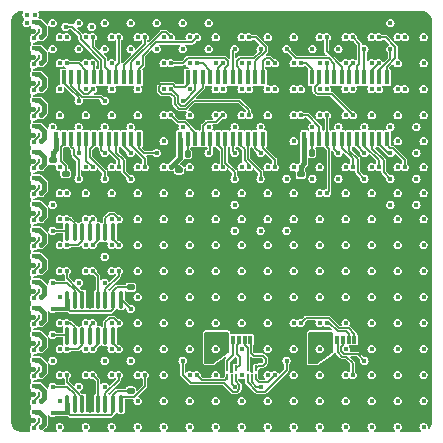
<source format=gbl>
%TF.GenerationSoftware,KiCad,Pcbnew,5.99.0-unknown-dd5676f4bc~131~ubuntu20.04.1*%
%TF.CreationDate,2021-08-08T04:37:49-07:00*%
%TF.ProjectId,panel,70616e65-6c2e-46b6-9963-61645f706362,rev?*%
%TF.SameCoordinates,Original*%
%TF.FileFunction,Copper,L4,Bot*%
%TF.FilePolarity,Positive*%
%FSLAX46Y46*%
G04 Gerber Fmt 4.6, Leading zero omitted, Abs format (unit mm)*
G04 Created by KiCad (PCBNEW 5.99.0-unknown-dd5676f4bc~131~ubuntu20.04.1) date 2021-08-08 04:37:49*
%MOMM*%
%LPD*%
G01*
G04 APERTURE LIST*
G04 Aperture macros list*
%AMRoundRect*
0 Rectangle with rounded corners*
0 $1 Rounding radius*
0 $2 $3 $4 $5 $6 $7 $8 $9 X,Y pos of 4 corners*
0 Add a 4 corners polygon primitive as box body*
4,1,4,$2,$3,$4,$5,$6,$7,$8,$9,$2,$3,0*
0 Add four circle primitives for the rounded corners*
1,1,$1+$1,$2,$3*
1,1,$1+$1,$4,$5*
1,1,$1+$1,$6,$7*
1,1,$1+$1,$8,$9*
0 Add four rect primitives between the rounded corners*
20,1,$1+$1,$2,$3,$4,$5,0*
20,1,$1+$1,$4,$5,$6,$7,0*
20,1,$1+$1,$6,$7,$8,$9,0*
20,1,$1+$1,$8,$9,$2,$3,0*%
G04 Aperture macros list end*
%TA.AperFunction,SMDPad,CuDef*%
%ADD10R,0.400000X1.200000*%
%TD*%
%TA.AperFunction,SMDPad,CuDef*%
%ADD11RoundRect,0.050000X0.075000X-0.150000X0.075000X0.150000X-0.075000X0.150000X-0.075000X-0.150000X0*%
%TD*%
%TA.AperFunction,SMDPad,CuDef*%
%ADD12RoundRect,0.050000X0.300000X-0.150000X0.300000X0.150000X-0.300000X0.150000X-0.300000X-0.150000X0*%
%TD*%
%TA.AperFunction,SMDPad,CuDef*%
%ADD13RoundRect,0.140000X-0.170000X0.140000X-0.170000X-0.140000X0.170000X-0.140000X0.170000X0.140000X0*%
%TD*%
%TA.AperFunction,SMDPad,CuDef*%
%ADD14RoundRect,0.135000X-0.185000X0.135000X-0.185000X-0.135000X0.185000X-0.135000X0.185000X0.135000X0*%
%TD*%
%TA.AperFunction,SMDPad,CuDef*%
%ADD15RoundRect,0.135000X-0.135000X-0.185000X0.135000X-0.185000X0.135000X0.185000X-0.135000X0.185000X0*%
%TD*%
%TA.AperFunction,SMDPad,CuDef*%
%ADD16R,0.300000X0.700000*%
%TD*%
%TA.AperFunction,SMDPad,CuDef*%
%ADD17R,0.300000X1.000000*%
%TD*%
%TA.AperFunction,SMDPad,CuDef*%
%ADD18RoundRect,0.100000X-0.100000X0.637500X-0.100000X-0.637500X0.100000X-0.637500X0.100000X0.637500X0*%
%TD*%
%TA.AperFunction,SMDPad,CuDef*%
%ADD19R,0.200000X0.570000*%
%TD*%
%TA.AperFunction,SMDPad,CuDef*%
%ADD20R,0.200000X0.520000*%
%TD*%
%TA.AperFunction,SMDPad,CuDef*%
%ADD21RoundRect,0.140000X0.170000X-0.140000X0.170000X0.140000X-0.170000X0.140000X-0.170000X-0.140000X0*%
%TD*%
%TA.AperFunction,ViaPad*%
%ADD22C,0.450000*%
%TD*%
%TA.AperFunction,Conductor*%
%ADD23C,0.400000*%
%TD*%
%TA.AperFunction,Conductor*%
%ADD24C,0.200000*%
%TD*%
%TA.AperFunction,Conductor*%
%ADD25C,0.300000*%
%TD*%
%TA.AperFunction,Conductor*%
%ADD26C,0.150000*%
%TD*%
%TA.AperFunction,Conductor*%
%ADD27C,0.127000*%
%TD*%
G04 APERTURE END LIST*
D10*
%TO.P,U1,1,GND*%
%TO.N,GND*%
X85007500Y-65800000D03*
%TO.P,U1,2,SDI*%
%TO.N,/DAT3*%
X85642500Y-65800000D03*
%TO.P,U1,3,CLK*%
%TO.N,/CLK*%
X86277500Y-65800000D03*
%TO.P,U1,4,LE*%
%TO.N,/LATCH*%
X86912500Y-65800000D03*
%TO.P,U1,5,~{OUT0}*%
%TO.N,COL_0R*%
X87547500Y-65800000D03*
%TO.P,U1,6,~{OUT1}*%
%TO.N,COL_1R*%
X88182500Y-65800000D03*
%TO.P,U1,7,~{OUT2}*%
%TO.N,COL_2R*%
X88817500Y-65800000D03*
%TO.P,U1,8,~{OUT3}*%
%TO.N,COL_3R*%
X89452500Y-65800000D03*
%TO.P,U1,9,~{OUT4}*%
%TO.N,COL_4R*%
X90087500Y-65800000D03*
%TO.P,U1,10,~{OUT5}*%
%TO.N,COL_5R*%
X90722500Y-65800000D03*
%TO.P,U1,11,~{OUT6}*%
%TO.N,COL_6R*%
X91357500Y-65800000D03*
%TO.P,U1,12,~{OUT7}*%
%TO.N,COL_7R*%
X91992500Y-65800000D03*
%TO.P,U1,13,~{OUT8}*%
%TO.N,COL_8R*%
X91992500Y-71000000D03*
%TO.P,U1,14,~{OUT9}*%
%TO.N,COL_9R*%
X91357500Y-71000000D03*
%TO.P,U1,15,~{OUT10}*%
%TO.N,COL_10R*%
X90722500Y-71000000D03*
%TO.P,U1,16,~{OUT11}*%
%TO.N,COL_11R*%
X90087500Y-71000000D03*
%TO.P,U1,17,~{OUT12}*%
%TO.N,COL_12R*%
X89452500Y-71000000D03*
%TO.P,U1,18,~{OUT13}*%
%TO.N,COL_13R*%
X88817500Y-71000000D03*
%TO.P,U1,19,~{OUT14}*%
%TO.N,COL_14R*%
X88182500Y-71000000D03*
%TO.P,U1,20,~{OUT15}*%
%TO.N,COL_15R*%
X87547500Y-71000000D03*
%TO.P,U1,21,~{OE}*%
%TO.N,/BLANK*%
X86912500Y-71000000D03*
%TO.P,U1,22,SDO*%
%TO.N,/DAT4*%
X86277500Y-71000000D03*
%TO.P,U1,23,REXT*%
%TO.N,Net-(R1-Pad1)*%
X85642500Y-71000000D03*
%TO.P,U1,24,VDD*%
%TO.N,VCC*%
X85007500Y-71000000D03*
%TD*%
D11*
%TO.P,Q14,1,G*%
%TO.N,/ROW_13*%
X62525000Y-90450000D03*
%TO.P,Q14,2,S*%
%TO.N,VCC*%
X62075000Y-90450000D03*
D12*
%TO.P,Q14,3,D*%
%TO.N,/ROW_13/COMMON*%
X62300000Y-89750000D03*
%TD*%
D13*
%TO.P,C3,1*%
%TO.N,VCC*%
X63700000Y-72820000D03*
%TO.P,C3,2*%
%TO.N,GND*%
X63700000Y-73780000D03*
%TD*%
D11*
%TO.P,Q8,1,G*%
%TO.N,/ROW_7*%
X62525000Y-77250000D03*
%TO.P,Q8,2,S*%
%TO.N,VCC*%
X62075000Y-77250000D03*
D12*
%TO.P,Q8,3,D*%
%TO.N,/ROW_7/COMMON*%
X62300000Y-76550000D03*
%TD*%
D14*
%TO.P,R3,1*%
%TO.N,Net-(R3-Pad1)*%
X64800000Y-73940000D03*
%TO.P,R3,2*%
%TO.N,GND*%
X64800000Y-74960000D03*
%TD*%
D11*
%TO.P,Q2,1,G*%
%TO.N,/ROW_1*%
X62525000Y-64050000D03*
%TO.P,Q2,2,S*%
%TO.N,VCC*%
X62075000Y-64050000D03*
D12*
%TO.P,Q2,3,D*%
%TO.N,/ROW_1/COMMON*%
X62300000Y-63350000D03*
%TD*%
D11*
%TO.P,Q15,1,G*%
%TO.N,/ROW_14*%
X62525000Y-92650000D03*
%TO.P,Q15,2,S*%
%TO.N,VCC*%
X62075000Y-92650000D03*
D12*
%TO.P,Q15,3,D*%
%TO.N,/ROW_14/COMMON*%
X62300000Y-91950000D03*
%TD*%
D11*
%TO.P,Q11,1,G*%
%TO.N,/ROW_10*%
X62525000Y-83850000D03*
%TO.P,Q11,2,S*%
%TO.N,VCC*%
X62075000Y-83850000D03*
D12*
%TO.P,Q11,3,D*%
%TO.N,/ROW_10/COMMON*%
X62300000Y-83150000D03*
%TD*%
D15*
%TO.P,R1,1*%
%TO.N,Net-(R1-Pad1)*%
X85620000Y-72200000D03*
%TO.P,R1,2*%
%TO.N,GND*%
X86640000Y-72200000D03*
%TD*%
D13*
%TO.P,C2,1*%
%TO.N,VCC*%
X74400000Y-73620000D03*
%TO.P,C2,2*%
%TO.N,GND*%
X74400000Y-74580000D03*
%TD*%
D11*
%TO.P,Q1,1,G*%
%TO.N,/ROW_0*%
X62525000Y-61850000D03*
%TO.P,Q1,2,S*%
%TO.N,VCC*%
X62075000Y-61850000D03*
D12*
%TO.P,Q1,3,D*%
%TO.N,/ROW_0/COMMON*%
X62300000Y-61150000D03*
%TD*%
D16*
%TO.P,J1,1,Pin_1*%
%TO.N,VCC*%
X78450000Y-88000000D03*
%TO.P,J1,2,Pin_2*%
%TO.N,/CLK_IN*%
X78950000Y-88000000D03*
%TO.P,J1,3,Pin_3*%
%TO.N,/DAT_IN*%
X79450000Y-88000000D03*
%TO.P,J1,4,Pin_4*%
%TO.N,/LATCH_IN*%
X79950000Y-88000000D03*
%TO.P,J1,5,Pin_5*%
%TO.N,/BLANK_IN*%
X80450000Y-88000000D03*
%TO.P,J1,6,Pin_6*%
%TO.N,GND*%
X80950000Y-88000000D03*
D17*
%TO.P,J1,SH,Shield*%
X77660000Y-85350000D03*
X81740000Y-85350000D03*
%TD*%
D11*
%TO.P,Q13,1,G*%
%TO.N,/ROW_12*%
X62525000Y-88250000D03*
%TO.P,Q13,2,S*%
%TO.N,VCC*%
X62075000Y-88250000D03*
D12*
%TO.P,Q13,3,D*%
%TO.N,/ROW_12/COMMON*%
X62300000Y-87550000D03*
%TD*%
D10*
%TO.P,U3,1,GND*%
%TO.N,GND*%
X64007500Y-65800000D03*
%TO.P,U3,2,SDI*%
%TO.N,/DAT5*%
X64642500Y-65800000D03*
%TO.P,U3,3,CLK*%
%TO.N,/CLK*%
X65277500Y-65800000D03*
%TO.P,U3,4,LE*%
%TO.N,/LATCH*%
X65912500Y-65800000D03*
%TO.P,U3,5,~{OUT0}*%
%TO.N,COL_0B*%
X66547500Y-65800000D03*
%TO.P,U3,6,~{OUT1}*%
%TO.N,COL_1B*%
X67182500Y-65800000D03*
%TO.P,U3,7,~{OUT2}*%
%TO.N,COL_2B*%
X67817500Y-65800000D03*
%TO.P,U3,8,~{OUT3}*%
%TO.N,COL_3B*%
X68452500Y-65800000D03*
%TO.P,U3,9,~{OUT4}*%
%TO.N,COL_4B*%
X69087500Y-65800000D03*
%TO.P,U3,10,~{OUT5}*%
%TO.N,COL_5B*%
X69722500Y-65800000D03*
%TO.P,U3,11,~{OUT6}*%
%TO.N,COL_6B*%
X70357500Y-65800000D03*
%TO.P,U3,12,~{OUT7}*%
%TO.N,COL_7B*%
X70992500Y-65800000D03*
%TO.P,U3,13,~{OUT8}*%
%TO.N,COL_8B*%
X70992500Y-71000000D03*
%TO.P,U3,14,~{OUT9}*%
%TO.N,COL_9B*%
X70357500Y-71000000D03*
%TO.P,U3,15,~{OUT10}*%
%TO.N,COL_10B*%
X69722500Y-71000000D03*
%TO.P,U3,16,~{OUT11}*%
%TO.N,COL_11B*%
X69087500Y-71000000D03*
%TO.P,U3,17,~{OUT12}*%
%TO.N,COL_12B*%
X68452500Y-71000000D03*
%TO.P,U3,18,~{OUT13}*%
%TO.N,COL_13B*%
X67817500Y-71000000D03*
%TO.P,U3,19,~{OUT14}*%
%TO.N,COL_14B*%
X67182500Y-71000000D03*
%TO.P,U3,20,~{OUT15}*%
%TO.N,COL_15B*%
X66547500Y-71000000D03*
%TO.P,U3,21,~{OE}*%
%TO.N,/BLANK*%
X65912500Y-71000000D03*
%TO.P,U3,22,SDO*%
%TO.N,/DAT_OUT*%
X65277500Y-71000000D03*
%TO.P,U3,23,REXT*%
%TO.N,Net-(R3-Pad1)*%
X64642500Y-71000000D03*
%TO.P,U3,24,VDD*%
%TO.N,VCC*%
X64007500Y-71000000D03*
%TD*%
D15*
%TO.P,R2,1*%
%TO.N,Net-(R2-Pad1)*%
X75120000Y-72300000D03*
%TO.P,R2,2*%
%TO.N,GND*%
X76140000Y-72300000D03*
%TD*%
D18*
%TO.P,U4,1,QB*%
%TO.N,/ROW_1*%
X64925000Y-78907500D03*
%TO.P,U4,2,QC*%
%TO.N,/ROW_2*%
X65575000Y-78907500D03*
%TO.P,U4,3,QD*%
%TO.N,/ROW_3*%
X66225000Y-78907500D03*
%TO.P,U4,4,QE*%
%TO.N,/ROW_4*%
X66875000Y-78907500D03*
%TO.P,U4,5,QF*%
%TO.N,/ROW_5*%
X67525000Y-78907500D03*
%TO.P,U4,6,QG*%
%TO.N,/ROW_6*%
X68175000Y-78907500D03*
%TO.P,U4,7,QH*%
%TO.N,/ROW_7*%
X68825000Y-78907500D03*
%TO.P,U4,8,GND*%
%TO.N,GND*%
X69475000Y-78907500D03*
%TO.P,U4,9,QH'*%
%TO.N,/DAT2*%
X69475000Y-84632500D03*
%TO.P,U4,10,~{SRCLR}*%
%TO.N,VCC*%
X68825000Y-84632500D03*
%TO.P,U4,11,SRCLK*%
%TO.N,/CLK*%
X68175000Y-84632500D03*
%TO.P,U4,12,RCLK*%
%TO.N,/LATCH*%
X67525000Y-84632500D03*
%TO.P,U4,13,~{OE}*%
%TO.N,GND*%
X66875000Y-84632500D03*
%TO.P,U4,14,SER*%
%TO.N,/DAT*%
X66225000Y-84632500D03*
%TO.P,U4,15,QA*%
%TO.N,/ROW_0*%
X65575000Y-84632500D03*
%TO.P,U4,16,VCC*%
%TO.N,VCC*%
X64925000Y-84632500D03*
%TD*%
D19*
%TO.P,U6,1,A1*%
%TO.N,/CLK_IN*%
X78500000Y-90447500D03*
%TO.P,U6,2,GND*%
%TO.N,GND*%
X78850000Y-90447500D03*
%TO.P,U6,3,A2*%
%TO.N,/DAT_IN*%
X79200000Y-90447500D03*
D20*
%TO.P,U6,4,Y2*%
%TO.N,/DAT*%
X79200000Y-91177500D03*
%TO.P,U6,5,VCC*%
%TO.N,VCC*%
X78850000Y-91177500D03*
%TO.P,U6,6,Y1*%
%TO.N,/CLK*%
X78500000Y-91177500D03*
%TD*%
D11*
%TO.P,Q3,1,G*%
%TO.N,/ROW_2*%
X62525000Y-66250000D03*
%TO.P,Q3,2,S*%
%TO.N,VCC*%
X62075000Y-66250000D03*
D12*
%TO.P,Q3,3,D*%
%TO.N,/ROW_2/COMMON*%
X62300000Y-65550000D03*
%TD*%
D11*
%TO.P,Q6,1,G*%
%TO.N,/ROW_5*%
X62525000Y-72850000D03*
%TO.P,Q6,2,S*%
%TO.N,VCC*%
X62075000Y-72850000D03*
D12*
%TO.P,Q6,3,D*%
%TO.N,/ROW_5/COMMON*%
X62300000Y-72150000D03*
%TD*%
D11*
%TO.P,Q4,1,G*%
%TO.N,/ROW_3*%
X62525000Y-68450000D03*
%TO.P,Q4,2,S*%
%TO.N,VCC*%
X62075000Y-68450000D03*
D12*
%TO.P,Q4,3,D*%
%TO.N,/ROW_3/COMMON*%
X62300000Y-67750000D03*
%TD*%
D11*
%TO.P,Q5,1,G*%
%TO.N,/ROW_4*%
X62525000Y-70650000D03*
%TO.P,Q5,2,S*%
%TO.N,VCC*%
X62075000Y-70650000D03*
D12*
%TO.P,Q5,3,D*%
%TO.N,/ROW_4/COMMON*%
X62300000Y-69950000D03*
%TD*%
D10*
%TO.P,U2,1,GND*%
%TO.N,GND*%
X74507500Y-65800000D03*
%TO.P,U2,2,SDI*%
%TO.N,/DAT4*%
X75142500Y-65800000D03*
%TO.P,U2,3,CLK*%
%TO.N,/CLK*%
X75777500Y-65800000D03*
%TO.P,U2,4,LE*%
%TO.N,/LATCH*%
X76412500Y-65800000D03*
%TO.P,U2,5,~{OUT0}*%
%TO.N,COL_0G*%
X77047500Y-65800000D03*
%TO.P,U2,6,~{OUT1}*%
%TO.N,COL_1G*%
X77682500Y-65800000D03*
%TO.P,U2,7,~{OUT2}*%
%TO.N,COL_2G*%
X78317500Y-65800000D03*
%TO.P,U2,8,~{OUT3}*%
%TO.N,COL_3G*%
X78952500Y-65800000D03*
%TO.P,U2,9,~{OUT4}*%
%TO.N,COL_4G*%
X79587500Y-65800000D03*
%TO.P,U2,10,~{OUT5}*%
%TO.N,COL_5G*%
X80222500Y-65800000D03*
%TO.P,U2,11,~{OUT6}*%
%TO.N,COL_6G*%
X80857500Y-65800000D03*
%TO.P,U2,12,~{OUT7}*%
%TO.N,COL_7G*%
X81492500Y-65800000D03*
%TO.P,U2,13,~{OUT8}*%
%TO.N,COL_8G*%
X81492500Y-71000000D03*
%TO.P,U2,14,~{OUT9}*%
%TO.N,COL_9G*%
X80857500Y-71000000D03*
%TO.P,U2,15,~{OUT10}*%
%TO.N,COL_10G*%
X80222500Y-71000000D03*
%TO.P,U2,16,~{OUT11}*%
%TO.N,COL_11G*%
X79587500Y-71000000D03*
%TO.P,U2,17,~{OUT12}*%
%TO.N,COL_12G*%
X78952500Y-71000000D03*
%TO.P,U2,18,~{OUT13}*%
%TO.N,COL_13G*%
X78317500Y-71000000D03*
%TO.P,U2,19,~{OUT14}*%
%TO.N,COL_14G*%
X77682500Y-71000000D03*
%TO.P,U2,20,~{OUT15}*%
%TO.N,COL_15G*%
X77047500Y-71000000D03*
%TO.P,U2,21,~{OE}*%
%TO.N,/BLANK*%
X76412500Y-71000000D03*
%TO.P,U2,22,SDO*%
%TO.N,/DAT5*%
X75777500Y-71000000D03*
%TO.P,U2,23,REXT*%
%TO.N,Net-(R2-Pad1)*%
X75142500Y-71000000D03*
%TO.P,U2,24,VDD*%
%TO.N,VCC*%
X74507500Y-71000000D03*
%TD*%
D11*
%TO.P,Q12,1,G*%
%TO.N,/ROW_11*%
X62525000Y-86050000D03*
%TO.P,Q12,2,S*%
%TO.N,VCC*%
X62075000Y-86050000D03*
D12*
%TO.P,Q12,3,D*%
%TO.N,/ROW_11/COMMON*%
X62300000Y-85350000D03*
%TD*%
D11*
%TO.P,Q10,1,G*%
%TO.N,/ROW_9*%
X62525000Y-81650000D03*
%TO.P,Q10,2,S*%
%TO.N,VCC*%
X62075000Y-81650000D03*
D12*
%TO.P,Q10,3,D*%
%TO.N,/ROW_9/COMMON*%
X62300000Y-80950000D03*
%TD*%
D11*
%TO.P,Q16,1,G*%
%TO.N,/ROW_15*%
X62525000Y-94850000D03*
%TO.P,Q16,2,S*%
%TO.N,VCC*%
X62075000Y-94850000D03*
D12*
%TO.P,Q16,3,D*%
%TO.N,/ROW_15/COMMON*%
X62300000Y-94150000D03*
%TD*%
D21*
%TO.P,C4,1*%
%TO.N,VCC*%
X70300000Y-83580000D03*
%TO.P,C4,2*%
%TO.N,GND*%
X70300000Y-82620000D03*
%TD*%
%TO.P,C5,1*%
%TO.N,VCC*%
X70300000Y-92380000D03*
%TO.P,C5,2*%
%TO.N,GND*%
X70300000Y-91420000D03*
%TD*%
D16*
%TO.P,J2,1,Pin_1*%
%TO.N,VCC*%
X87250000Y-88000000D03*
%TO.P,J2,2,Pin_2*%
%TO.N,/CLK*%
X87750000Y-88000000D03*
%TO.P,J2,3,Pin_3*%
%TO.N,/DAT_OUT*%
X88250000Y-88000000D03*
%TO.P,J2,4,Pin_4*%
%TO.N,/LATCH*%
X88750000Y-88000000D03*
%TO.P,J2,5,Pin_5*%
%TO.N,/BLANK*%
X89250000Y-88000000D03*
%TO.P,J2,6,Pin_6*%
%TO.N,GND*%
X89750000Y-88000000D03*
D17*
%TO.P,J2,SH,Shield*%
X90540000Y-85350000D03*
X86460000Y-85350000D03*
%TD*%
D19*
%TO.P,U7,1,A1*%
%TO.N,/LATCH_IN*%
X80200000Y-90447500D03*
%TO.P,U7,2,GND*%
%TO.N,GND*%
X80550000Y-90447500D03*
%TO.P,U7,3,A2*%
%TO.N,/BLANK_IN*%
X80900000Y-90447500D03*
D20*
%TO.P,U7,4,Y2*%
%TO.N,/BLANK*%
X80900000Y-91177500D03*
%TO.P,U7,5,VCC*%
%TO.N,VCC*%
X80550000Y-91177500D03*
%TO.P,U7,6,Y1*%
%TO.N,/LATCH*%
X80200000Y-91177500D03*
%TD*%
D13*
%TO.P,C1,1*%
%TO.N,VCC*%
X84700000Y-74020000D03*
%TO.P,C1,2*%
%TO.N,GND*%
X84700000Y-74980000D03*
%TD*%
D11*
%TO.P,Q9,1,G*%
%TO.N,/ROW_8*%
X62525000Y-79450000D03*
%TO.P,Q9,2,S*%
%TO.N,VCC*%
X62075000Y-79450000D03*
D12*
%TO.P,Q9,3,D*%
%TO.N,/ROW_8/COMMON*%
X62300000Y-78750000D03*
%TD*%
D11*
%TO.P,Q7,1,G*%
%TO.N,/ROW_6*%
X62525000Y-75050000D03*
%TO.P,Q7,2,S*%
%TO.N,VCC*%
X62075000Y-75050000D03*
D12*
%TO.P,Q7,3,D*%
%TO.N,/ROW_6/COMMON*%
X62300000Y-74350000D03*
%TD*%
D18*
%TO.P,U5,1,QB*%
%TO.N,/ROW_9*%
X64925000Y-87707500D03*
%TO.P,U5,2,QC*%
%TO.N,/ROW_10*%
X65575000Y-87707500D03*
%TO.P,U5,3,QD*%
%TO.N,/ROW_11*%
X66225000Y-87707500D03*
%TO.P,U5,4,QE*%
%TO.N,/ROW_12*%
X66875000Y-87707500D03*
%TO.P,U5,5,QF*%
%TO.N,/ROW_13*%
X67525000Y-87707500D03*
%TO.P,U5,6,QG*%
%TO.N,/ROW_14*%
X68175000Y-87707500D03*
%TO.P,U5,7,QH*%
%TO.N,/ROW_15*%
X68825000Y-87707500D03*
%TO.P,U5,8,GND*%
%TO.N,GND*%
X69475000Y-87707500D03*
%TO.P,U5,9,QH'*%
%TO.N,/DAT3*%
X69475000Y-93432500D03*
%TO.P,U5,10,~{SRCLR}*%
%TO.N,VCC*%
X68825000Y-93432500D03*
%TO.P,U5,11,SRCLK*%
%TO.N,/CLK*%
X68175000Y-93432500D03*
%TO.P,U5,12,RCLK*%
%TO.N,/LATCH*%
X67525000Y-93432500D03*
%TO.P,U5,13,~{OE}*%
%TO.N,GND*%
X66875000Y-93432500D03*
%TO.P,U5,14,SER*%
%TO.N,/DAT2*%
X66225000Y-93432500D03*
%TO.P,U5,15,QA*%
%TO.N,/ROW_8*%
X65575000Y-93432500D03*
%TO.P,U5,16,VCC*%
%TO.N,VCC*%
X64925000Y-93432500D03*
%TD*%
D22*
%TO.N,VCC*%
X76900000Y-87600000D03*
X73700000Y-73400000D03*
X78100000Y-88800000D03*
X63700000Y-94200000D03*
X60597489Y-93273931D03*
X63700000Y-85400000D03*
X86900000Y-88800000D03*
X81300000Y-92000000D03*
X61500000Y-95500000D03*
X60500000Y-71200000D03*
X79100000Y-92000000D03*
X60597489Y-84473931D03*
X85700000Y-89800000D03*
X60900000Y-95500000D03*
X63700000Y-72200000D03*
X76900000Y-89800000D03*
X84700000Y-73400011D03*
X61500000Y-94200000D03*
X85700000Y-87600000D03*
%TO.N,GND*%
X69300000Y-69000000D03*
X84700000Y-75600000D03*
X82500000Y-86600000D03*
X94500000Y-65600000D03*
X83500000Y-72200000D03*
X94500000Y-67800000D03*
X82500000Y-75600000D03*
X87900000Y-85400000D03*
X70300000Y-87600000D03*
X93500000Y-86600000D03*
X78100000Y-62400000D03*
X67100000Y-75600000D03*
X67100000Y-69000000D03*
X91300000Y-86600000D03*
X65900000Y-89800000D03*
X93500000Y-88800000D03*
X78100000Y-86600000D03*
X94500000Y-63400000D03*
X90100000Y-85400000D03*
X68100000Y-76600000D03*
X63700000Y-74400000D03*
X83500000Y-92000000D03*
X91300000Y-69000000D03*
X82500000Y-88800000D03*
X83500000Y-65600000D03*
X83500000Y-85400000D03*
X72500000Y-67800000D03*
X81300000Y-89800000D03*
X72500000Y-70000000D03*
X73700000Y-91000000D03*
X71500000Y-69000000D03*
X80300000Y-86600000D03*
X76900000Y-74400000D03*
X63700000Y-67800000D03*
X82500000Y-69000000D03*
X71500000Y-84400000D03*
X72500000Y-65600000D03*
X79100000Y-89800000D03*
X79100000Y-85350000D03*
X70300000Y-67800000D03*
X64900000Y-69000000D03*
X63700000Y-81000000D03*
X93500000Y-69000000D03*
X70300000Y-78800000D03*
X76900000Y-85400000D03*
X73700000Y-88800000D03*
X71500000Y-82200000D03*
%TO.N,COL_0R*%
X62200000Y-60503214D03*
X83500000Y-63400000D03*
%TO.N,/ROW_0/COMMON*%
X84100000Y-62400000D03*
X77500000Y-62400000D03*
X90700000Y-62400000D03*
X92900000Y-62400000D03*
X79700000Y-62400000D03*
X81900000Y-62400000D03*
X95100000Y-62400000D03*
X70900000Y-62400000D03*
X88500000Y-62400000D03*
X66500000Y-62400000D03*
X75300000Y-62400000D03*
X64300000Y-62400000D03*
X62700000Y-62400000D03*
X73100000Y-62400000D03*
X86300000Y-62400000D03*
X68700000Y-62400000D03*
%TO.N,COL_0B*%
X61500000Y-60500000D03*
X64900000Y-64600000D03*
X64900000Y-62400000D03*
%TO.N,COL_0G*%
X75900000Y-64600000D03*
X61500000Y-61200000D03*
%TO.N,COL_4R*%
X90100000Y-63400000D03*
X70300000Y-61200000D03*
%TO.N,COL_4B*%
X69300000Y-62400000D03*
%TO.N,COL_4G*%
X70300000Y-63400000D03*
X81300000Y-63400000D03*
%TO.N,COL_8R*%
X79100000Y-78800000D03*
X93500000Y-73400000D03*
%TO.N,COL_8B*%
X72500000Y-72200000D03*
X78100000Y-66800000D03*
%TO.N,COL_8G*%
X82500000Y-73400000D03*
X79100000Y-76600000D03*
%TO.N,COL_12R*%
X87900000Y-74400000D03*
X90100000Y-72200000D03*
%TO.N,COL_12B*%
X69300000Y-73400000D03*
X86900000Y-66800000D03*
%TO.N,COL_12G*%
X79100000Y-72200000D03*
X87900000Y-63400000D03*
%TO.N,COL_1R*%
X63700000Y-61200000D03*
X86900000Y-62400000D03*
%TO.N,COL_1B*%
X67000000Y-61500000D03*
X67100000Y-64600000D03*
%TO.N,COL_1G*%
X78100000Y-64600000D03*
X63700000Y-63400000D03*
%TO.N,COL_5R*%
X72500000Y-61200000D03*
X91300000Y-64600000D03*
X93500000Y-62400000D03*
%TO.N,COL_5B*%
X71500000Y-62400000D03*
%TO.N,COL_5G*%
X80300000Y-64600000D03*
X72500000Y-63400000D03*
%TO.N,COL_9R*%
X92300000Y-72200000D03*
X81300000Y-78800000D03*
%TO.N,COL_9B*%
X71500000Y-73400000D03*
X80300000Y-66800000D03*
%TO.N,COL_9G*%
X81300000Y-72200000D03*
%TO.N,COL_13R*%
X90100000Y-74400000D03*
%TO.N,COL_13B*%
X89088244Y-66788259D03*
X68100000Y-72200000D03*
%TO.N,COL_13G*%
X79100000Y-74400000D03*
X92300000Y-61200000D03*
%TO.N,COL_2R*%
X65900000Y-61200000D03*
X89100000Y-64600000D03*
%TO.N,COL_2B*%
X64800000Y-61500000D03*
%TO.N,COL_2G*%
X73700000Y-64600000D03*
X65900000Y-63400000D03*
%TO.N,COL_6R*%
X74700000Y-61200000D03*
X92300000Y-63400000D03*
%TO.N,COL_6B*%
X73700000Y-62400000D03*
%TO.N,COL_6G*%
X74700000Y-63400000D03*
X80300000Y-62400000D03*
%TO.N,COL_10R*%
X83500000Y-78800000D03*
X92300000Y-74400000D03*
%TO.N,COL_10B*%
X70300000Y-72200000D03*
X82500000Y-66800000D03*
%TO.N,COL_10G*%
X81300000Y-74400000D03*
X83500000Y-74400000D03*
%TO.N,COL_14R*%
X92300000Y-76600000D03*
X89100000Y-73400000D03*
%TO.N,COL_14B*%
X68100000Y-74400000D03*
X91300000Y-66800000D03*
%TO.N,COL_14G*%
X78100000Y-73400000D03*
X92300000Y-70000000D03*
%TO.N,COL_3R*%
X68100000Y-61200000D03*
X89100000Y-62400000D03*
%TO.N,COL_3B*%
X67100000Y-62400000D03*
%TO.N,COL_3G*%
X79100000Y-63400000D03*
X68100000Y-63400000D03*
%TO.N,COL_7R*%
X91300000Y-62400000D03*
X76900000Y-61200000D03*
%TO.N,COL_7B*%
X75900000Y-62400000D03*
%TO.N,COL_7G*%
X76900000Y-63400000D03*
X82500000Y-64600000D03*
%TO.N,COL_11R*%
X85700000Y-74400000D03*
X91300000Y-73400000D03*
%TO.N,COL_11B*%
X84700000Y-66800000D03*
X70300000Y-74400000D03*
%TO.N,COL_11G*%
X85700000Y-63400000D03*
X80300000Y-73400000D03*
%TO.N,COL_15R*%
X94500000Y-72200000D03*
X87900000Y-72200000D03*
%TO.N,COL_15B*%
X67100000Y-73400000D03*
X93500000Y-66800000D03*
%TO.N,COL_15G*%
X76900000Y-72200000D03*
X94500000Y-70000000D03*
%TO.N,/ROW_1/COMMON*%
X81900000Y-64600000D03*
X73100000Y-64600000D03*
X88500000Y-64600000D03*
X92900000Y-64600000D03*
X77500000Y-64600000D03*
X84100000Y-64600000D03*
X70900000Y-64600000D03*
X79700000Y-64600000D03*
X66500000Y-64600000D03*
X64300000Y-64600000D03*
X90700000Y-64600000D03*
X75300000Y-64600000D03*
X68700000Y-64600000D03*
X86300000Y-64600000D03*
X95100000Y-64600000D03*
X62700000Y-64600000D03*
%TO.N,/ROW_2/COMMON*%
X66500000Y-66800000D03*
X84100000Y-66800000D03*
X92900000Y-66800000D03*
X88500000Y-66800000D03*
X79700000Y-66800000D03*
X64300000Y-66800000D03*
X73100000Y-66800000D03*
X95100000Y-66800000D03*
X68700000Y-66800000D03*
X62700000Y-66800000D03*
X75300000Y-66800000D03*
X70900000Y-66800000D03*
X90700000Y-66800000D03*
X86300000Y-66800000D03*
X77500000Y-66800000D03*
X81900000Y-66800000D03*
%TO.N,/ROW_3/COMMON*%
X86300000Y-69000000D03*
X77500000Y-69000000D03*
X88500000Y-69000000D03*
X68700000Y-69000000D03*
X90700000Y-69000000D03*
X79700000Y-69000000D03*
X73100000Y-69000000D03*
X81900000Y-69000000D03*
X95100000Y-69000000D03*
X75300000Y-69000000D03*
X70900000Y-69000000D03*
X92900000Y-69000000D03*
X84100000Y-69000000D03*
X66500000Y-69000000D03*
X64300000Y-69000000D03*
X62700000Y-69000000D03*
%TO.N,/ROW_4/COMMON*%
X68100000Y-70000000D03*
X81300000Y-70000000D03*
X87900000Y-70000000D03*
X62700000Y-71200000D03*
X79100000Y-70000000D03*
X76900000Y-70000000D03*
X70300000Y-70000000D03*
X63700000Y-70000000D03*
X65900000Y-70000000D03*
X92900000Y-71200000D03*
X74700000Y-70000000D03*
X85700000Y-70000000D03*
X84100000Y-71200000D03*
X95100000Y-71200000D03*
X73100000Y-71200000D03*
X90100000Y-70000000D03*
%TO.N,/ROW_5/COMMON*%
X68700000Y-73400000D03*
X62700000Y-73400000D03*
X95100000Y-73400000D03*
X70900000Y-73400000D03*
X75300000Y-73400000D03*
X86300000Y-73400000D03*
X73100000Y-73400000D03*
X79700000Y-73400000D03*
X66500000Y-73400000D03*
X64300000Y-73400000D03*
X90700000Y-73400000D03*
X81900000Y-73400000D03*
X88500000Y-73400000D03*
X92900000Y-73400000D03*
X77500000Y-73400000D03*
X84100000Y-73400000D03*
%TO.N,/ROW_6/COMMON*%
X73100000Y-75600000D03*
X79700000Y-75600000D03*
X95100000Y-75600000D03*
X84100000Y-75600000D03*
X75300000Y-75600000D03*
X92900000Y-75600000D03*
X62700000Y-75600000D03*
X88500000Y-75600000D03*
X81900000Y-75600000D03*
X68700000Y-75600000D03*
X77500000Y-75600000D03*
X90700000Y-75600000D03*
X70900000Y-75600000D03*
X86300000Y-75600000D03*
X66500000Y-75600000D03*
X64300000Y-75600000D03*
%TO.N,/ROW_7/COMMON*%
X75300000Y-77800000D03*
X70900000Y-77800000D03*
X77500000Y-77800000D03*
X90700000Y-77800000D03*
X81900000Y-77800000D03*
X66500000Y-77800000D03*
X73100000Y-77800000D03*
X62700000Y-77800000D03*
X95100000Y-77800000D03*
X86300000Y-77800000D03*
X92900000Y-77800000D03*
X88500000Y-77800000D03*
X84100000Y-77800000D03*
X79700000Y-77800000D03*
X68700000Y-77800000D03*
X64300000Y-77800000D03*
%TO.N,/ROW_8/COMMON*%
X81900000Y-80000000D03*
X68700000Y-80000000D03*
X79700000Y-80000000D03*
X64300000Y-80000000D03*
X77500000Y-80000000D03*
X73100000Y-80000000D03*
X86300000Y-80000000D03*
X88500000Y-80000000D03*
X84100000Y-80000000D03*
X66500000Y-80000000D03*
X90700000Y-80000000D03*
X62700000Y-80000000D03*
X95100000Y-80000000D03*
X92900000Y-80000000D03*
X70900000Y-80000000D03*
X75300000Y-80000000D03*
%TO.N,/ROW_9/COMMON*%
X77500000Y-82200000D03*
X92900000Y-82200000D03*
X88500000Y-82200000D03*
X66500000Y-82200000D03*
X86300000Y-82200000D03*
X73100000Y-82200000D03*
X90700000Y-82200000D03*
X81900000Y-82200000D03*
X95100000Y-82200000D03*
X70900000Y-82200000D03*
X79700000Y-82200000D03*
X68700000Y-82200000D03*
X84100000Y-82200000D03*
X75300000Y-82200000D03*
X62700000Y-82200000D03*
X64300000Y-82200000D03*
%TO.N,/ROW_10/COMMON*%
X86300000Y-84400000D03*
X62700000Y-84400000D03*
X75300000Y-84400000D03*
X88500000Y-84400000D03*
X95100000Y-84400000D03*
X77500000Y-84400000D03*
X70900000Y-84400000D03*
X92900000Y-84400000D03*
X81900000Y-84400000D03*
X79700000Y-84400000D03*
X65900000Y-83200000D03*
X90700000Y-84400000D03*
X64300000Y-84400000D03*
X73100000Y-84400000D03*
X84100000Y-84400000D03*
X68100000Y-83200000D03*
%TO.N,/ROW_11/COMMON*%
X86300000Y-86600000D03*
X92900000Y-86600000D03*
X95100000Y-86600000D03*
X88500000Y-86600000D03*
X73100000Y-86600000D03*
X64300000Y-86600000D03*
X79700000Y-86600000D03*
X77500000Y-86600000D03*
X90700000Y-86600000D03*
X68700000Y-86600000D03*
X84100000Y-86600000D03*
X81900000Y-86600000D03*
X66500000Y-86600000D03*
X62700000Y-86600000D03*
X75300000Y-86600000D03*
X70900000Y-86600000D03*
%TO.N,/ROW_12/COMMON*%
X77500000Y-88800000D03*
X75300000Y-88800000D03*
X86300000Y-88800000D03*
X79700000Y-88800000D03*
X84100000Y-88800000D03*
X88500000Y-88800000D03*
X81900000Y-88800000D03*
X95100000Y-88800000D03*
X70900000Y-88800000D03*
X90700000Y-88800000D03*
X73100000Y-88800000D03*
X68700000Y-88800000D03*
X66500000Y-88800000D03*
X64300000Y-88800000D03*
X62700000Y-88800000D03*
X92900000Y-88800000D03*
%TO.N,/ROW_13/COMMON*%
X90700000Y-91000000D03*
X62700000Y-91000000D03*
X79700000Y-91000000D03*
X81900000Y-91000000D03*
X75300000Y-91000000D03*
X70900000Y-91000000D03*
X86300000Y-91000000D03*
X68700000Y-91000000D03*
X77500000Y-91000000D03*
X88500000Y-91000000D03*
X66500000Y-91000000D03*
X73100000Y-91000000D03*
X95100000Y-91000000D03*
X92900000Y-91000000D03*
X64300000Y-91000000D03*
X84100000Y-91000000D03*
%TO.N,/ROW_14/COMMON*%
X95100000Y-93200000D03*
X64300000Y-93200000D03*
X90700000Y-93200000D03*
X79700000Y-93200000D03*
X81900000Y-93200000D03*
X84100000Y-93200000D03*
X70900000Y-93200000D03*
X92900000Y-93200000D03*
X68100000Y-92000000D03*
X73100000Y-93200000D03*
X65900000Y-92000000D03*
X62700000Y-93200000D03*
X86300000Y-93200000D03*
X77500000Y-93200000D03*
X88500000Y-93200000D03*
X75300000Y-93200000D03*
%TO.N,/ROW_15/COMMON*%
X68700000Y-95400000D03*
X92900000Y-95400000D03*
X81900000Y-95400000D03*
X79700000Y-95400000D03*
X77500000Y-95400000D03*
X66500000Y-95400000D03*
X75300000Y-95400000D03*
X73100000Y-95400000D03*
X86300000Y-95400000D03*
X62700000Y-95400000D03*
X64300000Y-95400000D03*
X70900000Y-95400000D03*
X84100000Y-95400000D03*
X95100000Y-95400000D03*
X88500000Y-95400000D03*
X90700000Y-95400000D03*
%TO.N,/CLK*%
X89100000Y-91000000D03*
X89100000Y-69000000D03*
X75900000Y-91000000D03*
X74700000Y-67800000D03*
X69300000Y-91000000D03*
X68100000Y-67792427D03*
X69300000Y-82200000D03*
%TO.N,/DAT_OUT*%
X65900000Y-74400000D03*
X94500000Y-76600000D03*
X90100000Y-89800000D03*
%TO.N,/LATCH*%
X86900000Y-64600000D03*
X83500000Y-89800000D03*
X73700000Y-66800000D03*
X86900000Y-86600000D03*
X67100000Y-66800000D03*
X67100000Y-91000000D03*
X67100000Y-82200000D03*
X68100000Y-89800000D03*
%TO.N,/BLANK*%
X94500000Y-74400000D03*
X78098418Y-68998418D03*
X82500000Y-91000000D03*
X84700000Y-86600000D03*
X86900000Y-75600000D03*
X65900000Y-72200000D03*
X86900000Y-69000011D03*
%TO.N,/ROW_0*%
X63700000Y-83200000D03*
X62100000Y-62500000D03*
%TO.N,/ROW_1*%
X62100000Y-64700000D03*
X63700000Y-78800000D03*
%TO.N,/ROW_2*%
X62100000Y-66900000D03*
X64900000Y-77800000D03*
%TO.N,/ROW_3*%
X64900000Y-75600000D03*
X62100000Y-69100000D03*
X64900000Y-80000000D03*
%TO.N,/ROW_4*%
X62100000Y-71300000D03*
X67100000Y-77800000D03*
X63700000Y-76600000D03*
%TO.N,/ROW_5*%
X67100000Y-80000000D03*
X62100000Y-73500000D03*
%TO.N,/ROW_6*%
X62100000Y-75700000D03*
X69300000Y-77800000D03*
%TO.N,/ROW_7*%
X62100000Y-77900000D03*
X69300000Y-80000000D03*
%TO.N,/ROW_8*%
X62100000Y-80100000D03*
X63700000Y-92000000D03*
%TO.N,/ROW_9*%
X62100000Y-82300000D03*
X63700000Y-87600000D03*
%TO.N,/ROW_10*%
X62100000Y-84500000D03*
X64900000Y-86600000D03*
%TO.N,/ROW_11*%
X62100000Y-86700000D03*
X64900000Y-88800000D03*
%TO.N,/ROW_12*%
X67100000Y-86600000D03*
X62100000Y-88900000D03*
%TO.N,/ROW_13*%
X62100000Y-91100000D03*
X67100000Y-88800000D03*
%TO.N,/ROW_14*%
X69300000Y-86600000D03*
X62100000Y-93300000D03*
X63700000Y-89800000D03*
%TO.N,/ROW_15*%
X69300000Y-88800000D03*
X62100000Y-95500000D03*
%TO.N,/DAT3*%
X71500000Y-91000000D03*
X84700000Y-64600000D03*
%TO.N,/DAT4*%
X84700000Y-69000000D03*
X80300000Y-69000000D03*
%TO.N,/DAT5*%
X65900000Y-67800000D03*
X73700000Y-69000000D03*
%TO.N,/DAT2*%
X70300000Y-85400000D03*
X64900000Y-91000000D03*
X70300000Y-89800000D03*
%TO.N,/DAT*%
X68100000Y-81000000D03*
X74700000Y-89800000D03*
X64900000Y-82200000D03*
%TD*%
D23*
%TO.N,VCC*%
X84700000Y-73400011D02*
X84700000Y-74020000D01*
D24*
X68598479Y-94396520D02*
X65195558Y-94396520D01*
X68825000Y-93432500D02*
X68825000Y-92695001D01*
D25*
X63700000Y-85400000D02*
X64850962Y-85400000D01*
D24*
X68825000Y-83895001D02*
X69140001Y-83580000D01*
D23*
X61600000Y-77250000D02*
X62000000Y-77250000D01*
X85007500Y-71000000D02*
X85007500Y-73092511D01*
D24*
X68825000Y-84632500D02*
X68825000Y-85369999D01*
D23*
X61600000Y-92650000D02*
X62000000Y-92650000D01*
X61600000Y-72850000D02*
X62000000Y-72850000D01*
D26*
X80550000Y-91590522D02*
X80959478Y-92000000D01*
D24*
X65195558Y-94396520D02*
X64925000Y-94125962D01*
D23*
X61600000Y-79450000D02*
X62000000Y-79450000D01*
D26*
X78850000Y-91177500D02*
X78850000Y-91750000D01*
D23*
X74000000Y-73100000D02*
X73700000Y-73400000D01*
X61600000Y-75050000D02*
X62000000Y-75050000D01*
X61600000Y-86050000D02*
X62000000Y-86050000D01*
X61600000Y-90450000D02*
X62000000Y-90450000D01*
D24*
X68825000Y-84632500D02*
X68825000Y-83895001D01*
X68598479Y-85596520D02*
X65195558Y-85596520D01*
D23*
X61600000Y-83850000D02*
X62000000Y-83850000D01*
X61600000Y-66250000D02*
X62000000Y-66250000D01*
D25*
X64850962Y-85400000D02*
X64925000Y-85325962D01*
D24*
X68825000Y-94169999D02*
X68598479Y-94396520D01*
D23*
X61600000Y-61850000D02*
X62000000Y-61850000D01*
D26*
X80550000Y-91177500D02*
X80550000Y-91590522D01*
D23*
X61600000Y-70650000D02*
X62000000Y-70650000D01*
D24*
X65195558Y-85596520D02*
X64925000Y-85325962D01*
D23*
X85007500Y-73092511D02*
X84700000Y-73400011D01*
X61600000Y-64050000D02*
X62000000Y-64050000D01*
X74507500Y-72592500D02*
X74000000Y-73100000D01*
X64925000Y-85325962D02*
X64925000Y-84632500D01*
X61600000Y-68450000D02*
X62000000Y-68450000D01*
X64925000Y-94125962D02*
X64925000Y-93432500D01*
D26*
X80959478Y-92000000D02*
X81300000Y-92000000D01*
D23*
X64007500Y-71000000D02*
X64007500Y-71892500D01*
X63700000Y-72200000D02*
X63700000Y-72820000D01*
D26*
X78850000Y-91750000D02*
X79100000Y-92000000D01*
D24*
X68825000Y-85369999D02*
X68598479Y-85596520D01*
D23*
X61600000Y-81650000D02*
X62000000Y-81650000D01*
D25*
X63700000Y-94200000D02*
X64850962Y-94200000D01*
D23*
X74400000Y-73500000D02*
X74000000Y-73100000D01*
D24*
X68825000Y-92695001D02*
X69140001Y-92380000D01*
X68825000Y-93432500D02*
X68825000Y-94169999D01*
X69140001Y-83580000D02*
X70300000Y-83580000D01*
D23*
X64007500Y-71892500D02*
X63700000Y-72200000D01*
X61600000Y-88250000D02*
X62000000Y-88250000D01*
D25*
X64850962Y-94200000D02*
X64925000Y-94125962D01*
D23*
X74507500Y-71000000D02*
X74507500Y-72592500D01*
D24*
X69140001Y-92380000D02*
X70300000Y-92380000D01*
D23*
X74400000Y-73620000D02*
X74400000Y-73500000D01*
X61600000Y-94850000D02*
X62000000Y-94850000D01*
D26*
%TO.N,GND*%
X80550000Y-90009478D02*
X80759478Y-89800000D01*
X80759478Y-89800000D02*
X81300000Y-89800000D01*
X78850000Y-90050000D02*
X79100000Y-89800000D01*
X78850000Y-90447500D02*
X78850000Y-90050000D01*
X80550000Y-90447500D02*
X80550000Y-90009478D01*
D27*
%TO.N,COL_0R*%
X84284989Y-64184989D02*
X83500000Y-63400000D01*
X87104432Y-64184989D02*
X84284989Y-64184989D01*
X87547500Y-64628057D02*
X87104432Y-64184989D01*
X87547500Y-65800000D02*
X87547500Y-64628057D01*
D23*
%TO.N,/ROW_0/COMMON*%
X62300000Y-61150000D02*
X62582494Y-61150000D01*
X62976529Y-61544035D02*
X62976529Y-62155965D01*
X62732494Y-62400000D02*
X62700000Y-62400000D01*
X62976529Y-62155965D02*
X62732494Y-62400000D01*
X62582494Y-61150000D02*
X62976529Y-61544035D01*
D26*
%TO.N,COL_0B*%
X65896821Y-64600000D02*
X64900000Y-64600000D01*
X66547500Y-65250679D02*
X65896821Y-64600000D01*
X66547500Y-65800000D02*
X66547500Y-65250679D01*
%TO.N,COL_0G*%
X77047500Y-65231978D02*
X77047500Y-65800000D01*
X76415522Y-64600000D02*
X77047500Y-65231978D01*
X75900000Y-64600000D02*
X76415522Y-64600000D01*
%TO.N,COL_4R*%
X90087500Y-63412500D02*
X90100000Y-63400000D01*
X90087500Y-65800000D02*
X90087500Y-63412500D01*
%TO.N,COL_4B*%
X69300000Y-64600000D02*
X69087500Y-64812500D01*
X69087500Y-65800000D02*
X69087500Y-64812500D01*
X69300000Y-62400000D02*
X69300000Y-64600000D01*
%TO.N,COL_4G*%
X80738632Y-64173489D02*
X81300000Y-63612121D01*
X79587500Y-65800000D02*
X79587500Y-65187500D01*
X79523332Y-64173489D02*
X80738632Y-64173489D01*
X79273489Y-64423332D02*
X79523332Y-64173489D01*
X81300000Y-63612121D02*
X81300000Y-63400000D01*
X79587500Y-65187500D02*
X79273489Y-64873489D01*
X79273489Y-64873489D02*
X79273489Y-64423332D01*
%TO.N,COL_8R*%
X93500000Y-73400000D02*
X93500000Y-72796821D01*
X92476668Y-71773489D02*
X92300000Y-71773489D01*
X91992500Y-71465989D02*
X91992500Y-71000000D01*
X93500000Y-72796821D02*
X92476668Y-71773489D01*
X92300000Y-71773489D02*
X91992500Y-71465989D01*
%TO.N,COL_8B*%
X71400000Y-72200000D02*
X72500000Y-72200000D01*
X70992500Y-71000000D02*
X70992500Y-71792500D01*
X70992500Y-71792500D02*
X71400000Y-72200000D01*
%TO.N,COL_8G*%
X82500000Y-72796821D02*
X81492500Y-71789321D01*
X81492500Y-71789321D02*
X81492500Y-71000000D01*
X82500000Y-73400000D02*
X82500000Y-72796821D01*
%TO.N,COL_12R*%
X90100000Y-72200000D02*
X89452500Y-71552500D01*
X89452500Y-71552500D02*
X89452500Y-71000000D01*
%TO.N,COL_12B*%
X68452500Y-71000000D02*
X68452500Y-71949321D01*
X68452500Y-71949321D02*
X69300000Y-72796821D01*
X69300000Y-72796821D02*
X69300000Y-73400000D01*
%TO.N,COL_12G*%
X78952500Y-72052500D02*
X79100000Y-72200000D01*
X78952500Y-71000000D02*
X78952500Y-72052500D01*
%TO.N,COL_1R*%
X88182500Y-64888263D02*
X86900000Y-63605763D01*
X86900000Y-63605763D02*
X86900000Y-62400000D01*
X88182500Y-65800000D02*
X88182500Y-64888263D01*
%TO.N,COL_1B*%
X67182500Y-64682500D02*
X67100000Y-64600000D01*
X67182500Y-65800000D02*
X67182500Y-64682500D01*
%TO.N,COL_1G*%
X78100000Y-64603179D02*
X78100000Y-64600000D01*
X77682500Y-65020679D02*
X78100000Y-64603179D01*
X77682500Y-65800000D02*
X77682500Y-65020679D01*
%TO.N,COL_5R*%
X93500000Y-62400000D02*
X93500000Y-62396821D01*
X90722500Y-65800000D02*
X90722500Y-65180679D01*
X90722500Y-65180679D02*
X91300000Y-64603179D01*
X91300000Y-64603179D02*
X91300000Y-64600000D01*
%TO.N,COL_5B*%
X69722500Y-65800000D02*
X69722500Y-64783263D01*
X69722500Y-64783263D02*
X71500000Y-63005763D01*
X71500000Y-63005763D02*
X71500000Y-62400000D01*
%TO.N,COL_5G*%
X80222500Y-64677500D02*
X80300000Y-64600000D01*
X80222500Y-65800000D02*
X80222500Y-64677500D01*
%TO.N,COL_9R*%
X91357500Y-71457500D02*
X92100000Y-72200000D01*
X91357500Y-71000000D02*
X91357500Y-71457500D01*
X92100000Y-72200000D02*
X92300000Y-72200000D01*
%TO.N,COL_9B*%
X71500000Y-72691058D02*
X71500000Y-73400000D01*
X70357500Y-71548558D02*
X71500000Y-72691058D01*
X70357500Y-71000000D02*
X70357500Y-71548558D01*
%TO.N,COL_9G*%
X80857500Y-71757500D02*
X81300000Y-72200000D01*
X80857500Y-71000000D02*
X80857500Y-71757500D01*
%TO.N,COL_13R*%
X89526511Y-73826511D02*
X90100000Y-74400000D01*
X88817500Y-71000000D02*
X88817500Y-71993942D01*
X88817500Y-71993942D02*
X89526511Y-72702953D01*
X89526511Y-72702953D02*
X89526511Y-73826511D01*
%TO.N,COL_13B*%
X67817500Y-71917500D02*
X68100000Y-72200000D01*
X67817500Y-71000000D02*
X67817500Y-71917500D01*
%TO.N,COL_13G*%
X78317500Y-73014321D02*
X78317500Y-71000000D01*
X79100000Y-73796821D02*
X78317500Y-73014321D01*
X79100000Y-74400000D02*
X79100000Y-73796821D01*
%TO.N,COL_2R*%
X89100000Y-64600000D02*
X89100000Y-64603179D01*
X89100000Y-64603179D02*
X88817500Y-64885679D01*
X88817500Y-64885679D02*
X88817500Y-65800000D01*
%TO.N,COL_2B*%
X66073489Y-62223332D02*
X66073489Y-62579252D01*
X65350157Y-61500000D02*
X66073489Y-62223332D01*
X67817500Y-64323263D02*
X67817500Y-65800000D01*
X66073489Y-62579252D02*
X67817500Y-64323263D01*
X64800000Y-61500000D02*
X65350157Y-61500000D01*
%TO.N,COL_2G*%
X78526511Y-64776668D02*
X78317500Y-64985679D01*
X78317500Y-64985679D02*
X78317500Y-65800000D01*
X75123332Y-64173489D02*
X78276668Y-64173489D01*
X78276668Y-64173489D02*
X78526511Y-64423332D01*
X78526511Y-64423332D02*
X78526511Y-64776668D01*
X73700000Y-64600000D02*
X74696821Y-64600000D01*
X74696821Y-64600000D02*
X75123332Y-64173489D01*
%TO.N,COL_6R*%
X91357500Y-65800000D02*
X91357500Y-65145679D01*
X92300000Y-64203179D02*
X92300000Y-63400000D01*
X91357500Y-65145679D02*
X92300000Y-64203179D01*
%TO.N,COL_6B*%
X70357500Y-64539321D02*
X70357500Y-65800000D01*
X73700000Y-62396821D02*
X73276668Y-61973489D01*
X73700000Y-62400000D02*
X73700000Y-62396821D01*
X73276668Y-61973489D02*
X72923332Y-61973489D01*
X72923332Y-61973489D02*
X70357500Y-64539321D01*
%TO.N,COL_6G*%
X80857500Y-65800000D02*
X80857500Y-64445679D01*
X81726511Y-63576668D02*
X81726511Y-63223332D01*
X80857500Y-64445679D02*
X81726511Y-63576668D01*
X80903179Y-62400000D02*
X80300000Y-62400000D01*
X81726511Y-63223332D02*
X80903179Y-62400000D01*
%TO.N,COL_10R*%
X91726511Y-72832274D02*
X91726511Y-73826511D01*
X91726511Y-73826511D02*
X92300000Y-74400000D01*
X90722500Y-71828263D02*
X91726511Y-72832274D01*
X90722500Y-71000000D02*
X90722500Y-71828263D01*
%TO.N,COL_10B*%
X69722500Y-71622500D02*
X70300000Y-72200000D01*
X69722500Y-71000000D02*
X69722500Y-71622500D01*
%TO.N,COL_10G*%
X81300000Y-73796821D02*
X81300000Y-74400000D01*
X80222500Y-72719321D02*
X81300000Y-73796821D01*
X80222500Y-71000000D02*
X80222500Y-72719321D01*
%TO.N,COL_14R*%
X89100000Y-72667500D02*
X88182500Y-71750000D01*
X89100000Y-73400000D02*
X89100000Y-72667500D01*
X88182500Y-71750000D02*
X88182500Y-71000000D01*
%TO.N,COL_14B*%
X66824020Y-72520841D02*
X68100000Y-73796821D01*
X67182500Y-71541520D02*
X66824020Y-71900000D01*
X68100000Y-73796821D02*
X68100000Y-74400000D01*
X67182500Y-71000000D02*
X67182500Y-71541520D01*
X66824020Y-71900000D02*
X66824020Y-72520841D01*
%TO.N,COL_14G*%
X77682500Y-71541520D02*
X78040980Y-71900000D01*
X78040980Y-71900000D02*
X78040980Y-73340980D01*
X78040980Y-73340980D02*
X78100000Y-73400000D01*
X77682500Y-71000000D02*
X77682500Y-71541520D01*
%TO.N,COL_3R*%
X89673489Y-64629690D02*
X89673489Y-62973489D01*
X89451589Y-64851589D02*
X89673489Y-64629690D01*
X89452500Y-64852500D02*
X89451589Y-64851589D01*
X89452500Y-65800000D02*
X89452500Y-64852500D01*
X89673489Y-62973489D02*
X89100000Y-62400000D01*
%TO.N,COL_3B*%
X67100000Y-63214705D02*
X67100000Y-62400000D01*
X68094020Y-64894020D02*
X68094020Y-64208725D01*
X68094020Y-64208725D02*
X67100000Y-63214705D01*
X68452500Y-65252500D02*
X68094020Y-64894020D01*
X68452500Y-65800000D02*
X68452500Y-65252500D01*
%TO.N,COL_3G*%
X78952500Y-63547500D02*
X79100000Y-63400000D01*
X78952500Y-65800000D02*
X78952500Y-63547500D01*
%TO.N,COL_7R*%
X92726511Y-64167726D02*
X92726511Y-63223332D01*
X91992500Y-65800000D02*
X91992500Y-64901737D01*
X91992500Y-64901737D02*
X92726511Y-64167726D01*
X91903179Y-62400000D02*
X91300000Y-62400000D01*
X92726511Y-63223332D02*
X91903179Y-62400000D01*
%TO.N,COL_7B*%
X71326511Y-63961368D02*
X72461368Y-62826511D01*
X75476668Y-62826511D02*
X75900000Y-62403179D01*
X75900000Y-62403179D02*
X75900000Y-62400000D01*
X71326511Y-64776668D02*
X71326511Y-63961368D01*
X72461368Y-62826511D02*
X75476668Y-62826511D01*
X70992500Y-65800000D02*
X70992500Y-65110679D01*
X70992500Y-65110679D02*
X71326511Y-64776668D01*
%TO.N,COL_7G*%
X81723332Y-64173489D02*
X82076668Y-64173489D01*
X81492500Y-65800000D02*
X81473489Y-65780989D01*
X82500000Y-64596821D02*
X82500000Y-64600000D01*
X81473489Y-64423332D02*
X81723332Y-64173489D01*
X82076668Y-64173489D02*
X82500000Y-64596821D01*
X81473489Y-65780989D02*
X81473489Y-64423332D01*
%TO.N,COL_11R*%
X91300000Y-72796821D02*
X90087500Y-71584321D01*
X91300000Y-73400000D02*
X91300000Y-72796821D01*
X90087500Y-71584321D02*
X90087500Y-71000000D01*
%TO.N,COL_11B*%
X69726511Y-73826511D02*
X70300000Y-74400000D01*
X69087500Y-71000000D02*
X69087500Y-72193263D01*
X69726511Y-72832274D02*
X69726511Y-73826511D01*
X69087500Y-72193263D02*
X69726511Y-72832274D01*
%TO.N,COL_11G*%
X79945980Y-71900000D02*
X79945980Y-72833859D01*
X79587500Y-71000000D02*
X79587500Y-71541520D01*
X79945980Y-72833859D02*
X80300000Y-73187879D01*
X79587500Y-71541520D02*
X79945980Y-71900000D01*
X80300000Y-73187879D02*
X80300000Y-73400000D01*
%TO.N,COL_15R*%
X87547500Y-71847500D02*
X87547500Y-71000000D01*
X87900000Y-72200000D02*
X87547500Y-71847500D01*
%TO.N,COL_15B*%
X66547500Y-71000000D02*
X66547500Y-72844321D01*
X66547500Y-72844321D02*
X67100000Y-73396821D01*
X67100000Y-73396821D02*
X67100000Y-73400000D01*
%TO.N,COL_15G*%
X77047500Y-72052500D02*
X76900000Y-72200000D01*
X77047500Y-71000000D02*
X77047500Y-72052500D01*
D23*
%TO.N,/ROW_1/COMMON*%
X62582494Y-63350000D02*
X62976529Y-63744035D01*
X62976529Y-64355965D02*
X62732494Y-64600000D01*
X62732494Y-64600000D02*
X62700000Y-64600000D01*
X62976529Y-63744035D02*
X62976529Y-64355965D01*
X62300000Y-63350000D02*
X62582494Y-63350000D01*
%TO.N,/ROW_2/COMMON*%
X62300000Y-65550000D02*
X62582494Y-65550000D01*
X62732494Y-66800000D02*
X62700000Y-66800000D01*
X62976529Y-65944035D02*
X62976529Y-66555965D01*
X62976529Y-66555965D02*
X62732494Y-66800000D01*
X62582494Y-65550000D02*
X62976529Y-65944035D01*
%TO.N,/ROW_3/COMMON*%
X62976529Y-68144035D02*
X62976529Y-68755965D01*
X62732494Y-69000000D02*
X62700000Y-69000000D01*
X62976529Y-68755965D02*
X62732494Y-69000000D01*
X62582494Y-67750000D02*
X62976529Y-68144035D01*
X62300000Y-67750000D02*
X62582494Y-67750000D01*
%TO.N,/ROW_4/COMMON*%
X62582494Y-69950000D02*
X62976529Y-70344035D01*
X62300000Y-69950000D02*
X62582494Y-69950000D01*
X62976529Y-70955965D02*
X62732494Y-71200000D01*
X62732494Y-71200000D02*
X62700000Y-71200000D01*
X62976529Y-70344035D02*
X62976529Y-70955965D01*
%TO.N,/ROW_5/COMMON*%
X62976529Y-72544035D02*
X62976529Y-73155965D01*
X62582494Y-72150000D02*
X62976529Y-72544035D01*
X62732494Y-73400000D02*
X62700000Y-73400000D01*
X62300000Y-72150000D02*
X62582494Y-72150000D01*
X62976529Y-73155965D02*
X62732494Y-73400000D01*
%TO.N,/ROW_6/COMMON*%
X62976529Y-74744035D02*
X62976529Y-75355965D01*
X62300000Y-74350000D02*
X62582494Y-74350000D01*
X62976529Y-75355965D02*
X62732494Y-75600000D01*
X62732494Y-75600000D02*
X62700000Y-75600000D01*
X62582494Y-74350000D02*
X62976529Y-74744035D01*
%TO.N,/ROW_7/COMMON*%
X62300000Y-76550000D02*
X62582494Y-76550000D01*
X62732494Y-77800000D02*
X62700000Y-77800000D01*
X62976529Y-77555965D02*
X62732494Y-77800000D01*
X62976529Y-76944035D02*
X62976529Y-77555965D01*
X62582494Y-76550000D02*
X62976529Y-76944035D01*
%TO.N,/ROW_8/COMMON*%
X62300000Y-78750000D02*
X62582494Y-78750000D01*
X62976529Y-79755965D02*
X62732494Y-80000000D01*
X62732494Y-80000000D02*
X62700000Y-80000000D01*
X62976529Y-79144035D02*
X62976529Y-79755965D01*
X62582494Y-78750000D02*
X62976529Y-79144035D01*
%TO.N,/ROW_9/COMMON*%
X62976529Y-81955965D02*
X62732494Y-82200000D01*
X62976529Y-81344035D02*
X62976529Y-81955965D01*
X62300000Y-80950000D02*
X62582494Y-80950000D01*
X62732494Y-82200000D02*
X62700000Y-82200000D01*
X62582494Y-80950000D02*
X62976529Y-81344035D01*
%TO.N,/ROW_10/COMMON*%
X62732494Y-84400000D02*
X62700000Y-84400000D01*
X62976529Y-83544035D02*
X62976529Y-84155965D01*
X62976529Y-84155965D02*
X62732494Y-84400000D01*
X62300000Y-83150000D02*
X62582494Y-83150000D01*
X62582494Y-83150000D02*
X62976529Y-83544035D01*
%TO.N,/ROW_11/COMMON*%
X62732494Y-86600000D02*
X62700000Y-86600000D01*
X62582494Y-85350000D02*
X62976529Y-85744035D01*
X62976529Y-85744035D02*
X62976529Y-86355965D01*
X62976529Y-86355965D02*
X62732494Y-86600000D01*
X62300000Y-85350000D02*
X62582494Y-85350000D01*
%TO.N,/ROW_12/COMMON*%
X62582494Y-87550000D02*
X62976529Y-87944035D01*
X62976529Y-88555965D02*
X62732494Y-88800000D01*
X62300000Y-87550000D02*
X62582494Y-87550000D01*
X62732494Y-88800000D02*
X62700000Y-88800000D01*
X62976529Y-87944035D02*
X62976529Y-88555965D01*
%TO.N,/ROW_13/COMMON*%
X62976529Y-90755965D02*
X62732494Y-91000000D01*
X62300000Y-89750000D02*
X62582494Y-89750000D01*
X62976529Y-90144035D02*
X62976529Y-90755965D01*
X62732494Y-91000000D02*
X62700000Y-91000000D01*
X62582494Y-89750000D02*
X62976529Y-90144035D01*
%TO.N,/ROW_14/COMMON*%
X62976529Y-92344035D02*
X62976529Y-92955965D01*
X62300000Y-91950000D02*
X62582494Y-91950000D01*
X62732494Y-93200000D02*
X62700000Y-93200000D01*
X62582494Y-91950000D02*
X62976529Y-92344035D01*
X62976529Y-92955965D02*
X62732494Y-93200000D01*
%TO.N,/ROW_15/COMMON*%
X62300000Y-94150000D02*
X62582494Y-94150000D01*
X62976529Y-94544035D02*
X62976529Y-95155965D01*
X62582494Y-94150000D02*
X62976529Y-94544035D01*
X62976529Y-95155965D02*
X62732494Y-95400000D01*
X62732494Y-95400000D02*
X62700000Y-95400000D01*
D26*
%TO.N,/CLK_IN*%
X78996969Y-89299852D02*
X78500000Y-89796821D01*
X78950000Y-88000000D02*
X78996969Y-88046969D01*
X78996969Y-88046969D02*
X78996969Y-89299852D01*
X78500000Y-89796821D02*
X78500000Y-90447500D01*
%TO.N,/DAT_IN*%
X79200000Y-90447500D02*
X79526511Y-90120989D01*
X79450000Y-88300000D02*
X79450000Y-88000000D01*
X79273489Y-89223489D02*
X79273489Y-88476511D01*
X79526511Y-90120989D02*
X79526511Y-89476511D01*
X79526511Y-89476511D02*
X79273489Y-89223489D01*
X79273489Y-88476511D02*
X79450000Y-88300000D01*
%TO.N,/LATCH_IN*%
X79950000Y-88446821D02*
X79950000Y-88000000D01*
X80200000Y-90447500D02*
X80200000Y-88696821D01*
X80200000Y-88696821D02*
X79950000Y-88446821D01*
%TO.N,/BLANK_IN*%
X80723489Y-89373489D02*
X80476520Y-89126520D01*
X81476668Y-90226511D02*
X81726511Y-89976668D01*
X80900000Y-90447500D02*
X81120989Y-90226511D01*
X81726511Y-89976668D02*
X81726511Y-89623332D01*
X81726511Y-89623332D02*
X81476668Y-89373489D01*
X80476520Y-88026520D02*
X80450000Y-88000000D01*
X80476520Y-89126520D02*
X80476520Y-88026520D01*
X81120989Y-90226511D02*
X81476668Y-90226511D01*
X81476668Y-89373489D02*
X80723489Y-89373489D01*
D27*
%TO.N,/CLK*%
X74886915Y-67800000D02*
X74700000Y-67800000D01*
X87831469Y-89076915D02*
X87831469Y-88081469D01*
X87315011Y-67215011D02*
X89100000Y-69000000D01*
X88568531Y-89468531D02*
X88223085Y-89468531D01*
X86277500Y-65800000D02*
X86277500Y-66235585D01*
X76315011Y-91415011D02*
X75900000Y-91000000D01*
X85884989Y-66800000D02*
X85884989Y-66971904D01*
X66223085Y-67468531D02*
X67776104Y-67468531D01*
X68175000Y-83711915D02*
X69300000Y-82586915D01*
X78500000Y-91177500D02*
X78262489Y-91415011D01*
X78262489Y-91415011D02*
X76315011Y-91415011D01*
X86277500Y-66235585D02*
X85884989Y-66628096D01*
X86006543Y-67093458D02*
X86128096Y-67215011D01*
X75777500Y-66909415D02*
X74886915Y-67800000D01*
X68175000Y-93432500D02*
X68175000Y-92511915D01*
X88223085Y-89468531D02*
X87831469Y-89076915D01*
X67776104Y-67468531D02*
X68100000Y-67792427D01*
X75777500Y-65800000D02*
X75777500Y-66909415D01*
X87831469Y-88081469D02*
X87750000Y-88000000D01*
X86128096Y-67215011D02*
X86300000Y-67215011D01*
X85884989Y-66628096D02*
X85884989Y-66800000D01*
X65277500Y-66522947D02*
X66223085Y-67468531D01*
X68175000Y-84632500D02*
X68175000Y-83711915D01*
X65277500Y-65800000D02*
X65277500Y-66522947D01*
X69300000Y-82586915D02*
X69300000Y-82200000D01*
X89100000Y-90000000D02*
X88568531Y-89468531D01*
X85884989Y-66971904D02*
X86006543Y-67093458D01*
X68175000Y-92511915D02*
X69300000Y-91386915D01*
X89100000Y-91000000D02*
X89100000Y-90000000D01*
X86300000Y-67215011D02*
X87315011Y-67215011D01*
X69300000Y-91386915D02*
X69300000Y-91000000D01*
%TO.N,/DAT_OUT*%
X88250000Y-88000000D02*
X88250000Y-88463085D01*
X65277500Y-71000000D02*
X65277500Y-71677500D01*
X65900000Y-72786915D02*
X65900000Y-74400000D01*
X88328096Y-89215011D02*
X89515011Y-89215011D01*
X88084989Y-88971904D02*
X88328096Y-89215011D01*
X65277500Y-71677500D02*
X65484989Y-71884989D01*
X89515011Y-89215011D02*
X90100000Y-89800000D01*
X65484989Y-71884989D02*
X65484989Y-72371904D01*
X88250000Y-88463085D02*
X88084989Y-88628096D01*
X88084989Y-88628096D02*
X88084989Y-88971904D01*
X65484989Y-72371904D02*
X65900000Y-72786915D01*
%TO.N,/LATCH*%
X87128383Y-86600000D02*
X86900000Y-86600000D01*
X86912500Y-64612500D02*
X86900000Y-64600000D01*
X65912500Y-65800000D02*
X65912500Y-66799415D01*
X88750000Y-87523000D02*
X88527000Y-87300000D01*
X80999695Y-92415011D02*
X81671904Y-92415011D01*
X80200000Y-91177500D02*
X80200000Y-91615316D01*
X66684989Y-67215011D02*
X67100000Y-66800000D01*
X76412500Y-66674415D02*
X74871904Y-68215011D01*
X76412500Y-65800000D02*
X76412500Y-66674415D01*
X74700000Y-68215011D02*
X74528096Y-68215011D01*
X74284989Y-67384989D02*
X73700000Y-66800000D01*
X74284989Y-67800000D02*
X74284989Y-67384989D01*
X66328096Y-67215011D02*
X66684989Y-67215011D01*
X67525000Y-91425000D02*
X67100000Y-91000000D01*
X83500000Y-90586915D02*
X83500000Y-89800000D01*
X88527000Y-87300000D02*
X87828383Y-87300000D01*
X74528096Y-68215011D02*
X74284989Y-67971904D01*
X74871904Y-68215011D02*
X74700000Y-68215011D01*
X67525000Y-82625000D02*
X67525000Y-84632500D01*
X74284989Y-67971904D02*
X74284989Y-67800000D01*
X67525000Y-93432500D02*
X67525000Y-91425000D01*
X67100000Y-82200000D02*
X67525000Y-82625000D01*
X88750000Y-88000000D02*
X88750000Y-87523000D01*
X87828383Y-87300000D02*
X87128383Y-86600000D01*
X86912500Y-65800000D02*
X86912500Y-64612500D01*
X65912500Y-66799415D02*
X66328096Y-67215011D01*
X81671904Y-92415011D02*
X83500000Y-90586915D01*
X80200000Y-91615316D02*
X80999695Y-92415011D01*
%TO.N,/BLANK*%
X88773480Y-87046480D02*
X87933395Y-87046480D01*
X65912500Y-72187500D02*
X65900000Y-72200000D01*
X86912500Y-71000000D02*
X86912500Y-69012511D01*
X89250000Y-88000000D02*
X89250000Y-87523000D01*
X87933395Y-87046480D02*
X87071904Y-86184989D01*
X80900000Y-91177500D02*
X80900000Y-91337500D01*
X86912500Y-69012511D02*
X86900000Y-69000011D01*
X85115011Y-86184989D02*
X84700000Y-86600000D01*
X87100020Y-75399980D02*
X87100020Y-71876630D01*
X76412500Y-71000000D02*
X76412500Y-69900585D01*
X76728096Y-69584989D02*
X77511847Y-69584989D01*
X86912500Y-71689110D02*
X86912500Y-71000000D01*
X76412500Y-69900585D02*
X76728096Y-69584989D01*
X80900000Y-91337500D02*
X81147489Y-91584989D01*
X89250000Y-87523000D02*
X88773480Y-87046480D01*
X65912500Y-71000000D02*
X65912500Y-72187500D01*
X87071904Y-86184989D02*
X85115011Y-86184989D01*
X77511847Y-69584989D02*
X78098418Y-68998418D01*
X87100020Y-71876630D02*
X86912500Y-71689110D01*
X81147489Y-91584989D02*
X81915011Y-91584989D01*
X86900000Y-75600000D02*
X87100020Y-75399980D01*
X81915011Y-91584989D02*
X82500000Y-91000000D01*
%TO.N,/ROW_0*%
X62100000Y-62389452D02*
X62525000Y-61964452D01*
X64941468Y-83200000D02*
X63700000Y-83200000D01*
X62525000Y-61964452D02*
X62525000Y-61850000D01*
X65575000Y-84632500D02*
X65575000Y-83833532D01*
X65575000Y-83833532D02*
X64941468Y-83200000D01*
X62100000Y-62500000D02*
X62100000Y-62389452D01*
%TO.N,/ROW_1*%
X62525000Y-64164452D02*
X62525000Y-64050000D01*
X63700000Y-78800000D02*
X64817500Y-78800000D01*
X62100000Y-64589452D02*
X62525000Y-64164452D01*
X62100000Y-64700000D02*
X62100000Y-64589452D01*
X64817500Y-78800000D02*
X64925000Y-78907500D01*
%TO.N,/ROW_2*%
X62525000Y-66364452D02*
X62525000Y-66250000D01*
X62100000Y-66789452D02*
X62525000Y-66364452D01*
X62100000Y-66900000D02*
X62100000Y-66789452D01*
X64900000Y-77800000D02*
X65205000Y-77800000D01*
X65575000Y-78170000D02*
X65575000Y-78907500D01*
X65205000Y-77800000D02*
X65575000Y-78170000D01*
%TO.N,/ROW_3*%
X66225000Y-79645000D02*
X66225000Y-78907500D01*
X65870000Y-80000000D02*
X66225000Y-79645000D01*
X62100000Y-68989452D02*
X62525000Y-68564452D01*
X62100000Y-69100000D02*
X62100000Y-68989452D01*
X64900000Y-80000000D02*
X65870000Y-80000000D01*
X62525000Y-68564452D02*
X62525000Y-68450000D01*
%TO.N,/ROW_4*%
X62525000Y-70764452D02*
X62525000Y-70650000D01*
X62100000Y-71189452D02*
X62525000Y-70764452D01*
X66875000Y-78025000D02*
X67100000Y-77800000D01*
X62100000Y-71300000D02*
X62100000Y-71189452D01*
X66875000Y-78907500D02*
X66875000Y-78025000D01*
%TO.N,/ROW_5*%
X67100000Y-80000000D02*
X67525000Y-79575000D01*
X67525000Y-79575000D02*
X67525000Y-78907500D01*
X62100000Y-73500000D02*
X62100000Y-73389452D01*
X62525000Y-72964452D02*
X62525000Y-72850000D01*
X62100000Y-73389452D02*
X62525000Y-72964452D01*
%TO.N,/ROW_6*%
X68884989Y-77384989D02*
X68528096Y-77384989D01*
X68175000Y-77738085D02*
X68175000Y-78907500D01*
X62100000Y-75700000D02*
X62100000Y-75589452D01*
X62525000Y-75164452D02*
X62525000Y-75050000D01*
X68528096Y-77384989D02*
X68175000Y-77738085D01*
X69300000Y-77800000D02*
X68884989Y-77384989D01*
X62100000Y-75589452D02*
X62525000Y-75164452D01*
%TO.N,/ROW_7*%
X62525000Y-77364452D02*
X62525000Y-77250000D01*
X62100000Y-77900000D02*
X62100000Y-77789452D01*
X69300000Y-80000000D02*
X68825000Y-79525000D01*
X68825000Y-79525000D02*
X68825000Y-78907500D01*
X62100000Y-77789452D02*
X62525000Y-77364452D01*
%TO.N,/ROW_8*%
X64934388Y-92000000D02*
X63700000Y-92000000D01*
X62100000Y-79989452D02*
X62525000Y-79564452D01*
X62525000Y-79564452D02*
X62525000Y-79450000D01*
X62100000Y-80100000D02*
X62100000Y-79989452D01*
X65575000Y-93432500D02*
X65575000Y-92640612D01*
X65575000Y-92640612D02*
X64934388Y-92000000D01*
%TO.N,/ROW_9*%
X62100000Y-82300000D02*
X62100000Y-82189452D01*
X62100000Y-82189452D02*
X62525000Y-81764452D01*
X63700000Y-87600000D02*
X64817500Y-87600000D01*
X64817500Y-87600000D02*
X64925000Y-87707500D01*
X62525000Y-81764452D02*
X62525000Y-81650000D01*
%TO.N,/ROW_10*%
X62525000Y-83964452D02*
X62525000Y-83850000D01*
X62100000Y-84500000D02*
X62100000Y-84389452D01*
X65205000Y-86600000D02*
X65575000Y-86970000D01*
X62100000Y-84389452D02*
X62525000Y-83964452D01*
X64900000Y-86600000D02*
X65205000Y-86600000D01*
X65575000Y-86970000D02*
X65575000Y-87707500D01*
%TO.N,/ROW_11*%
X62525000Y-86164452D02*
X62525000Y-86050000D01*
X65870000Y-88800000D02*
X66225000Y-88445000D01*
X64900000Y-88800000D02*
X65870000Y-88800000D01*
X66225000Y-88445000D02*
X66225000Y-87707500D01*
X62100000Y-86589452D02*
X62525000Y-86164452D01*
X62100000Y-86700000D02*
X62100000Y-86589452D01*
%TO.N,/ROW_12*%
X66875000Y-86825000D02*
X67100000Y-86600000D01*
X62100000Y-88789452D02*
X62525000Y-88364452D01*
X62100000Y-88900000D02*
X62100000Y-88789452D01*
X66875000Y-87707500D02*
X66875000Y-86825000D01*
X62525000Y-88364452D02*
X62525000Y-88250000D01*
%TO.N,/ROW_13*%
X62525000Y-90564452D02*
X62525000Y-90450000D01*
X67100000Y-88800000D02*
X67525000Y-88375000D01*
X62100000Y-90989452D02*
X62525000Y-90564452D01*
X62100000Y-91100000D02*
X62100000Y-90989452D01*
X67525000Y-88375000D02*
X67525000Y-87707500D01*
%TO.N,/ROW_14*%
X68175000Y-86538085D02*
X68175000Y-87707500D01*
X62525000Y-92764452D02*
X62525000Y-92650000D01*
X62100000Y-93189452D02*
X62525000Y-92764452D01*
X69286915Y-86600000D02*
X68871904Y-86184989D01*
X68528096Y-86184989D02*
X68175000Y-86538085D01*
X69300000Y-86600000D02*
X69286915Y-86600000D01*
X68871904Y-86184989D02*
X68528096Y-86184989D01*
X62100000Y-93300000D02*
X62100000Y-93189452D01*
%TO.N,/ROW_15*%
X62100000Y-95389452D02*
X62525000Y-94964452D01*
X62100000Y-95500000D02*
X62100000Y-95389452D01*
X69300000Y-88800000D02*
X68825000Y-88325000D01*
X62525000Y-94964452D02*
X62525000Y-94850000D01*
X68825000Y-88325000D02*
X68825000Y-87707500D01*
%TO.N,Net-(R1-Pad1)*%
X85642500Y-72177500D02*
X85620000Y-72200000D01*
X85642500Y-71000000D02*
X85642500Y-72177500D01*
%TO.N,Net-(R2-Pad1)*%
X75142500Y-71000000D02*
X75142500Y-72277500D01*
X75142500Y-72277500D02*
X75120000Y-72300000D01*
%TO.N,Net-(R3-Pad1)*%
X64397520Y-72910605D02*
X64397520Y-71702480D01*
X64397520Y-71702480D02*
X64642500Y-71457500D01*
X64800000Y-73940000D02*
X64800000Y-73313085D01*
X64642500Y-71457500D02*
X64642500Y-71000000D01*
X64800000Y-73313085D02*
X64397520Y-72910605D01*
%TO.N,/DAT3*%
X69475000Y-93432500D02*
X69475000Y-92925000D01*
X85642500Y-65073000D02*
X85169500Y-64600000D01*
X85642500Y-65800000D02*
X85642500Y-65073000D01*
X69549980Y-92850020D02*
X70610580Y-92850020D01*
X85169500Y-64600000D02*
X84700000Y-64600000D01*
X71500000Y-91960600D02*
X71500000Y-91000000D01*
X69475000Y-92925000D02*
X69549980Y-92850020D01*
X70610580Y-92850020D02*
X71500000Y-91960600D01*
%TO.N,/DAT4*%
X74976916Y-68468531D02*
X75125424Y-68320022D01*
X72928096Y-67215011D02*
X73756479Y-67215011D01*
X73871904Y-66384989D02*
X72915011Y-66384989D01*
X75125424Y-68320022D02*
X75645446Y-67800000D01*
X85286915Y-69000000D02*
X84700000Y-69000000D01*
X74076926Y-66590011D02*
X73871904Y-66384989D01*
X74031469Y-68076916D02*
X74423084Y-68468531D01*
X72915011Y-66384989D02*
X72684989Y-66615011D01*
X74031469Y-67490001D02*
X74031469Y-68076916D01*
X86277500Y-69990585D02*
X85286915Y-69000000D01*
X74423084Y-68468531D02*
X74976916Y-68468531D01*
X73756479Y-67215011D02*
X74031469Y-67490001D01*
X72684989Y-66615011D02*
X72684989Y-66971904D01*
X72684989Y-66971904D02*
X72928096Y-67215011D01*
X86277500Y-71000000D02*
X86277500Y-69990585D01*
X75142500Y-65800000D02*
X75142500Y-66370585D01*
X80300000Y-68600000D02*
X80300000Y-69000000D01*
X75142500Y-66370585D02*
X74923074Y-66590011D01*
X79500000Y-67800000D02*
X80300000Y-68600000D01*
X75645446Y-67800000D02*
X79500000Y-67800000D01*
X74923074Y-66590011D02*
X74076926Y-66590011D01*
%TO.N,/DAT5*%
X65172489Y-66776467D02*
X65900000Y-67503978D01*
X64642500Y-66246479D02*
X65172489Y-66776467D01*
X73700000Y-69000000D02*
X74284989Y-69584989D01*
X65900000Y-67503978D02*
X65900000Y-67800000D01*
X75777500Y-70490585D02*
X75777500Y-71000000D01*
X74284989Y-69584989D02*
X74871904Y-69584989D01*
X74871904Y-69584989D02*
X75777500Y-70490585D01*
X64642500Y-65800000D02*
X64642500Y-66246479D01*
%TO.N,/DAT2*%
X65846460Y-92553540D02*
X64900000Y-91607080D01*
X69475000Y-84632500D02*
X69532500Y-84632500D01*
X69532500Y-84632500D02*
X70300000Y-85400000D01*
X66225000Y-92932080D02*
X65846460Y-92553540D01*
X66225000Y-93432500D02*
X66225000Y-92932080D01*
X64900000Y-91607080D02*
X64900000Y-91000000D01*
%TO.N,/DAT*%
X79200000Y-91177500D02*
X79200000Y-91513085D01*
X64900000Y-82800000D02*
X64900000Y-82200000D01*
X75381616Y-91668531D02*
X74700000Y-90986915D01*
X79515011Y-92171904D02*
X79271904Y-92415011D01*
X66225000Y-84632500D02*
X66225000Y-84125000D01*
X65800000Y-83700000D02*
X64900000Y-82800000D01*
X79271904Y-92415011D02*
X78928096Y-92415011D01*
X74700000Y-90986915D02*
X74700000Y-89800000D01*
X79515011Y-91828096D02*
X79515011Y-92171904D01*
X79200000Y-91513085D02*
X79515011Y-91828096D01*
X78928096Y-92415011D02*
X78181616Y-91668531D01*
X78181616Y-91668531D02*
X75381616Y-91668531D01*
X66225000Y-84125000D02*
X65800000Y-83700000D01*
%TD*%
%TA.AperFunction,Conductor*%
%TO.N,GND*%
G36*
X93527994Y-60200003D02*
G01*
X94968877Y-60200003D01*
X94985461Y-60201885D01*
X94999642Y-60205146D01*
X95007771Y-60203306D01*
X95016103Y-60203321D01*
X95016103Y-60203421D01*
X95027496Y-60202711D01*
X95052218Y-60205146D01*
X95148819Y-60214661D01*
X95163045Y-60217491D01*
X95299174Y-60258784D01*
X95312570Y-60264333D01*
X95438031Y-60331393D01*
X95450087Y-60339449D01*
X95522264Y-60398682D01*
X95560050Y-60429692D01*
X95570306Y-60439948D01*
X95617506Y-60497462D01*
X95660551Y-60549913D01*
X95668607Y-60561969D01*
X95735667Y-60687430D01*
X95741216Y-60700826D01*
X95782509Y-60836955D01*
X95785339Y-60851181D01*
X95797244Y-60972047D01*
X95796531Y-60983186D01*
X95796736Y-60983186D01*
X95796721Y-60991521D01*
X95794854Y-60999642D01*
X95796693Y-61007769D01*
X95796693Y-61007771D01*
X95798172Y-61014306D01*
X95799997Y-61030637D01*
X95799997Y-94968877D01*
X95798115Y-94985461D01*
X95794854Y-94999642D01*
X95796694Y-95007771D01*
X95796679Y-95016103D01*
X95796579Y-95016103D01*
X95797289Y-95027496D01*
X95795662Y-95044017D01*
X95785339Y-95148819D01*
X95782509Y-95163045D01*
X95741216Y-95299174D01*
X95735667Y-95312570D01*
X95668607Y-95438031D01*
X95660551Y-95450087D01*
X95611148Y-95510286D01*
X95571296Y-95558846D01*
X95527738Y-95584632D01*
X95477795Y-95576387D01*
X95444836Y-95537968D01*
X95441004Y-95500325D01*
X95455983Y-95405752D01*
X95456894Y-95400000D01*
X95439426Y-95289714D01*
X95434361Y-95279773D01*
X95391376Y-95195409D01*
X95391374Y-95195406D01*
X95388733Y-95190223D01*
X95309777Y-95111267D01*
X95304594Y-95108626D01*
X95304591Y-95108624D01*
X95215476Y-95063218D01*
X95215474Y-95063217D01*
X95210286Y-95060574D01*
X95100000Y-95043106D01*
X94989714Y-95060574D01*
X94984526Y-95063217D01*
X94984524Y-95063218D01*
X94895409Y-95108624D01*
X94895406Y-95108626D01*
X94890223Y-95111267D01*
X94811267Y-95190223D01*
X94808626Y-95195406D01*
X94808624Y-95195409D01*
X94765639Y-95279773D01*
X94760574Y-95289714D01*
X94743106Y-95400000D01*
X94760574Y-95510286D01*
X94763217Y-95515474D01*
X94763218Y-95515476D01*
X94808624Y-95604591D01*
X94808626Y-95604594D01*
X94811267Y-95609777D01*
X94875161Y-95673671D01*
X94896553Y-95719547D01*
X94883452Y-95768442D01*
X94841988Y-95797476D01*
X94822835Y-95799997D01*
X93177165Y-95799997D01*
X93129599Y-95782684D01*
X93104289Y-95738847D01*
X93113079Y-95688997D01*
X93124839Y-95673671D01*
X93188733Y-95609777D01*
X93191374Y-95604594D01*
X93191376Y-95604591D01*
X93236782Y-95515476D01*
X93236783Y-95515474D01*
X93239426Y-95510286D01*
X93256894Y-95400000D01*
X93239426Y-95289714D01*
X93234361Y-95279773D01*
X93191376Y-95195409D01*
X93191374Y-95195406D01*
X93188733Y-95190223D01*
X93109777Y-95111267D01*
X93104594Y-95108626D01*
X93104591Y-95108624D01*
X93015476Y-95063218D01*
X93015474Y-95063217D01*
X93010286Y-95060574D01*
X92900000Y-95043106D01*
X92789714Y-95060574D01*
X92784526Y-95063217D01*
X92784524Y-95063218D01*
X92695409Y-95108624D01*
X92695406Y-95108626D01*
X92690223Y-95111267D01*
X92611267Y-95190223D01*
X92608626Y-95195406D01*
X92608624Y-95195409D01*
X92565639Y-95279773D01*
X92560574Y-95289714D01*
X92543106Y-95400000D01*
X92560574Y-95510286D01*
X92563217Y-95515474D01*
X92563218Y-95515476D01*
X92608624Y-95604591D01*
X92608626Y-95604594D01*
X92611267Y-95609777D01*
X92675161Y-95673671D01*
X92696553Y-95719547D01*
X92683452Y-95768442D01*
X92641988Y-95797476D01*
X92622835Y-95799997D01*
X90977165Y-95799997D01*
X90929599Y-95782684D01*
X90904289Y-95738847D01*
X90913079Y-95688997D01*
X90924839Y-95673671D01*
X90988733Y-95609777D01*
X90991374Y-95604594D01*
X90991376Y-95604591D01*
X91036782Y-95515476D01*
X91036783Y-95515474D01*
X91039426Y-95510286D01*
X91056894Y-95400000D01*
X91039426Y-95289714D01*
X91034361Y-95279773D01*
X90991376Y-95195409D01*
X90991374Y-95195406D01*
X90988733Y-95190223D01*
X90909777Y-95111267D01*
X90904594Y-95108626D01*
X90904591Y-95108624D01*
X90815476Y-95063218D01*
X90815474Y-95063217D01*
X90810286Y-95060574D01*
X90700000Y-95043106D01*
X90589714Y-95060574D01*
X90584526Y-95063217D01*
X90584524Y-95063218D01*
X90495409Y-95108624D01*
X90495406Y-95108626D01*
X90490223Y-95111267D01*
X90411267Y-95190223D01*
X90408626Y-95195406D01*
X90408624Y-95195409D01*
X90365639Y-95279773D01*
X90360574Y-95289714D01*
X90343106Y-95400000D01*
X90360574Y-95510286D01*
X90363217Y-95515474D01*
X90363218Y-95515476D01*
X90408624Y-95604591D01*
X90408626Y-95604594D01*
X90411267Y-95609777D01*
X90475161Y-95673671D01*
X90496553Y-95719547D01*
X90483452Y-95768442D01*
X90441988Y-95797476D01*
X90422835Y-95799997D01*
X88777165Y-95799997D01*
X88729599Y-95782684D01*
X88704289Y-95738847D01*
X88713079Y-95688997D01*
X88724839Y-95673671D01*
X88788733Y-95609777D01*
X88791374Y-95604594D01*
X88791376Y-95604591D01*
X88836782Y-95515476D01*
X88836783Y-95515474D01*
X88839426Y-95510286D01*
X88856894Y-95400000D01*
X88839426Y-95289714D01*
X88834361Y-95279773D01*
X88791376Y-95195409D01*
X88791374Y-95195406D01*
X88788733Y-95190223D01*
X88709777Y-95111267D01*
X88704594Y-95108626D01*
X88704591Y-95108624D01*
X88615476Y-95063218D01*
X88615474Y-95063217D01*
X88610286Y-95060574D01*
X88500000Y-95043106D01*
X88389714Y-95060574D01*
X88384526Y-95063217D01*
X88384524Y-95063218D01*
X88295409Y-95108624D01*
X88295406Y-95108626D01*
X88290223Y-95111267D01*
X88211267Y-95190223D01*
X88208626Y-95195406D01*
X88208624Y-95195409D01*
X88165639Y-95279773D01*
X88160574Y-95289714D01*
X88143106Y-95400000D01*
X88160574Y-95510286D01*
X88163217Y-95515474D01*
X88163218Y-95515476D01*
X88208624Y-95604591D01*
X88208626Y-95604594D01*
X88211267Y-95609777D01*
X88275161Y-95673671D01*
X88296553Y-95719547D01*
X88283452Y-95768442D01*
X88241988Y-95797476D01*
X88222835Y-95799997D01*
X86577165Y-95799997D01*
X86529599Y-95782684D01*
X86504289Y-95738847D01*
X86513079Y-95688997D01*
X86524839Y-95673671D01*
X86588733Y-95609777D01*
X86591374Y-95604594D01*
X86591376Y-95604591D01*
X86636782Y-95515476D01*
X86636783Y-95515474D01*
X86639426Y-95510286D01*
X86656894Y-95400000D01*
X86639426Y-95289714D01*
X86634361Y-95279773D01*
X86591376Y-95195409D01*
X86591374Y-95195406D01*
X86588733Y-95190223D01*
X86509777Y-95111267D01*
X86504594Y-95108626D01*
X86504591Y-95108624D01*
X86415476Y-95063218D01*
X86415474Y-95063217D01*
X86410286Y-95060574D01*
X86300000Y-95043106D01*
X86189714Y-95060574D01*
X86184526Y-95063217D01*
X86184524Y-95063218D01*
X86095409Y-95108624D01*
X86095406Y-95108626D01*
X86090223Y-95111267D01*
X86011267Y-95190223D01*
X86008626Y-95195406D01*
X86008624Y-95195409D01*
X85965639Y-95279773D01*
X85960574Y-95289714D01*
X85943106Y-95400000D01*
X85960574Y-95510286D01*
X85963217Y-95515474D01*
X85963218Y-95515476D01*
X86008624Y-95604591D01*
X86008626Y-95604594D01*
X86011267Y-95609777D01*
X86075161Y-95673671D01*
X86096553Y-95719547D01*
X86083452Y-95768442D01*
X86041988Y-95797476D01*
X86022835Y-95799997D01*
X84377165Y-95799997D01*
X84329599Y-95782684D01*
X84304289Y-95738847D01*
X84313079Y-95688997D01*
X84324839Y-95673671D01*
X84388733Y-95609777D01*
X84391374Y-95604594D01*
X84391376Y-95604591D01*
X84436782Y-95515476D01*
X84436783Y-95515474D01*
X84439426Y-95510286D01*
X84456894Y-95400000D01*
X84439426Y-95289714D01*
X84434361Y-95279773D01*
X84391376Y-95195409D01*
X84391374Y-95195406D01*
X84388733Y-95190223D01*
X84309777Y-95111267D01*
X84304594Y-95108626D01*
X84304591Y-95108624D01*
X84215476Y-95063218D01*
X84215474Y-95063217D01*
X84210286Y-95060574D01*
X84100000Y-95043106D01*
X83989714Y-95060574D01*
X83984526Y-95063217D01*
X83984524Y-95063218D01*
X83895409Y-95108624D01*
X83895406Y-95108626D01*
X83890223Y-95111267D01*
X83811267Y-95190223D01*
X83808626Y-95195406D01*
X83808624Y-95195409D01*
X83765639Y-95279773D01*
X83760574Y-95289714D01*
X83743106Y-95400000D01*
X83760574Y-95510286D01*
X83763217Y-95515474D01*
X83763218Y-95515476D01*
X83808624Y-95604591D01*
X83808626Y-95604594D01*
X83811267Y-95609777D01*
X83875161Y-95673671D01*
X83896553Y-95719547D01*
X83883452Y-95768442D01*
X83841988Y-95797476D01*
X83822835Y-95799997D01*
X82177165Y-95799997D01*
X82129599Y-95782684D01*
X82104289Y-95738847D01*
X82113079Y-95688997D01*
X82124839Y-95673671D01*
X82188733Y-95609777D01*
X82191374Y-95604594D01*
X82191376Y-95604591D01*
X82236782Y-95515476D01*
X82236783Y-95515474D01*
X82239426Y-95510286D01*
X82256894Y-95400000D01*
X82239426Y-95289714D01*
X82234361Y-95279773D01*
X82191376Y-95195409D01*
X82191374Y-95195406D01*
X82188733Y-95190223D01*
X82109777Y-95111267D01*
X82104594Y-95108626D01*
X82104591Y-95108624D01*
X82015476Y-95063218D01*
X82015474Y-95063217D01*
X82010286Y-95060574D01*
X81900000Y-95043106D01*
X81789714Y-95060574D01*
X81784526Y-95063217D01*
X81784524Y-95063218D01*
X81695409Y-95108624D01*
X81695406Y-95108626D01*
X81690223Y-95111267D01*
X81611267Y-95190223D01*
X81608626Y-95195406D01*
X81608624Y-95195409D01*
X81565639Y-95279773D01*
X81560574Y-95289714D01*
X81543106Y-95400000D01*
X81560574Y-95510286D01*
X81563217Y-95515474D01*
X81563218Y-95515476D01*
X81608624Y-95604591D01*
X81608626Y-95604594D01*
X81611267Y-95609777D01*
X81675161Y-95673671D01*
X81696553Y-95719547D01*
X81683452Y-95768442D01*
X81641988Y-95797476D01*
X81622835Y-95799997D01*
X79977165Y-95799997D01*
X79929599Y-95782684D01*
X79904289Y-95738847D01*
X79913079Y-95688997D01*
X79924839Y-95673671D01*
X79988733Y-95609777D01*
X79991374Y-95604594D01*
X79991376Y-95604591D01*
X80036782Y-95515476D01*
X80036783Y-95515474D01*
X80039426Y-95510286D01*
X80056894Y-95400000D01*
X80039426Y-95289714D01*
X80034361Y-95279773D01*
X79991376Y-95195409D01*
X79991374Y-95195406D01*
X79988733Y-95190223D01*
X79909777Y-95111267D01*
X79904594Y-95108626D01*
X79904591Y-95108624D01*
X79815476Y-95063218D01*
X79815474Y-95063217D01*
X79810286Y-95060574D01*
X79700000Y-95043106D01*
X79589714Y-95060574D01*
X79584526Y-95063217D01*
X79584524Y-95063218D01*
X79495409Y-95108624D01*
X79495406Y-95108626D01*
X79490223Y-95111267D01*
X79411267Y-95190223D01*
X79408626Y-95195406D01*
X79408624Y-95195409D01*
X79365639Y-95279773D01*
X79360574Y-95289714D01*
X79343106Y-95400000D01*
X79360574Y-95510286D01*
X79363217Y-95515474D01*
X79363218Y-95515476D01*
X79408624Y-95604591D01*
X79408626Y-95604594D01*
X79411267Y-95609777D01*
X79475161Y-95673671D01*
X79496553Y-95719547D01*
X79483452Y-95768442D01*
X79441988Y-95797476D01*
X79422835Y-95799997D01*
X77777165Y-95799997D01*
X77729599Y-95782684D01*
X77704289Y-95738847D01*
X77713079Y-95688997D01*
X77724839Y-95673671D01*
X77788733Y-95609777D01*
X77791374Y-95604594D01*
X77791376Y-95604591D01*
X77836782Y-95515476D01*
X77836783Y-95515474D01*
X77839426Y-95510286D01*
X77856894Y-95400000D01*
X77839426Y-95289714D01*
X77834361Y-95279773D01*
X77791376Y-95195409D01*
X77791374Y-95195406D01*
X77788733Y-95190223D01*
X77709777Y-95111267D01*
X77704594Y-95108626D01*
X77704591Y-95108624D01*
X77615476Y-95063218D01*
X77615474Y-95063217D01*
X77610286Y-95060574D01*
X77500000Y-95043106D01*
X77389714Y-95060574D01*
X77384526Y-95063217D01*
X77384524Y-95063218D01*
X77295409Y-95108624D01*
X77295406Y-95108626D01*
X77290223Y-95111267D01*
X77211267Y-95190223D01*
X77208626Y-95195406D01*
X77208624Y-95195409D01*
X77165639Y-95279773D01*
X77160574Y-95289714D01*
X77143106Y-95400000D01*
X77160574Y-95510286D01*
X77163217Y-95515474D01*
X77163218Y-95515476D01*
X77208624Y-95604591D01*
X77208626Y-95604594D01*
X77211267Y-95609777D01*
X77275161Y-95673671D01*
X77296553Y-95719547D01*
X77283452Y-95768442D01*
X77241988Y-95797476D01*
X77222835Y-95799997D01*
X75577165Y-95799997D01*
X75529599Y-95782684D01*
X75504289Y-95738847D01*
X75513079Y-95688997D01*
X75524839Y-95673671D01*
X75588733Y-95609777D01*
X75591374Y-95604594D01*
X75591376Y-95604591D01*
X75636782Y-95515476D01*
X75636783Y-95515474D01*
X75639426Y-95510286D01*
X75656894Y-95400000D01*
X75639426Y-95289714D01*
X75634361Y-95279773D01*
X75591376Y-95195409D01*
X75591374Y-95195406D01*
X75588733Y-95190223D01*
X75509777Y-95111267D01*
X75504594Y-95108626D01*
X75504591Y-95108624D01*
X75415476Y-95063218D01*
X75415474Y-95063217D01*
X75410286Y-95060574D01*
X75300000Y-95043106D01*
X75189714Y-95060574D01*
X75184526Y-95063217D01*
X75184524Y-95063218D01*
X75095409Y-95108624D01*
X75095406Y-95108626D01*
X75090223Y-95111267D01*
X75011267Y-95190223D01*
X75008626Y-95195406D01*
X75008624Y-95195409D01*
X74965639Y-95279773D01*
X74960574Y-95289714D01*
X74943106Y-95400000D01*
X74960574Y-95510286D01*
X74963217Y-95515474D01*
X74963218Y-95515476D01*
X75008624Y-95604591D01*
X75008626Y-95604594D01*
X75011267Y-95609777D01*
X75075161Y-95673671D01*
X75096553Y-95719547D01*
X75083452Y-95768442D01*
X75041988Y-95797476D01*
X75022835Y-95799997D01*
X73377165Y-95799997D01*
X73329599Y-95782684D01*
X73304289Y-95738847D01*
X73313079Y-95688997D01*
X73324839Y-95673671D01*
X73388733Y-95609777D01*
X73391374Y-95604594D01*
X73391376Y-95604591D01*
X73436782Y-95515476D01*
X73436783Y-95515474D01*
X73439426Y-95510286D01*
X73456894Y-95400000D01*
X73439426Y-95289714D01*
X73434361Y-95279773D01*
X73391376Y-95195409D01*
X73391374Y-95195406D01*
X73388733Y-95190223D01*
X73309777Y-95111267D01*
X73304594Y-95108626D01*
X73304591Y-95108624D01*
X73215476Y-95063218D01*
X73215474Y-95063217D01*
X73210286Y-95060574D01*
X73100000Y-95043106D01*
X72989714Y-95060574D01*
X72984526Y-95063217D01*
X72984524Y-95063218D01*
X72895409Y-95108624D01*
X72895406Y-95108626D01*
X72890223Y-95111267D01*
X72811267Y-95190223D01*
X72808626Y-95195406D01*
X72808624Y-95195409D01*
X72765639Y-95279773D01*
X72760574Y-95289714D01*
X72743106Y-95400000D01*
X72760574Y-95510286D01*
X72763217Y-95515474D01*
X72763218Y-95515476D01*
X72808624Y-95604591D01*
X72808626Y-95604594D01*
X72811267Y-95609777D01*
X72875161Y-95673671D01*
X72896553Y-95719547D01*
X72883452Y-95768442D01*
X72841988Y-95797476D01*
X72822835Y-95799997D01*
X71177165Y-95799997D01*
X71129599Y-95782684D01*
X71104289Y-95738847D01*
X71113079Y-95688997D01*
X71124839Y-95673671D01*
X71188733Y-95609777D01*
X71191374Y-95604594D01*
X71191376Y-95604591D01*
X71236782Y-95515476D01*
X71236783Y-95515474D01*
X71239426Y-95510286D01*
X71256894Y-95400000D01*
X71239426Y-95289714D01*
X71234361Y-95279773D01*
X71191376Y-95195409D01*
X71191374Y-95195406D01*
X71188733Y-95190223D01*
X71109777Y-95111267D01*
X71104594Y-95108626D01*
X71104591Y-95108624D01*
X71015476Y-95063218D01*
X71015474Y-95063217D01*
X71010286Y-95060574D01*
X70900000Y-95043106D01*
X70789714Y-95060574D01*
X70784526Y-95063217D01*
X70784524Y-95063218D01*
X70695409Y-95108624D01*
X70695406Y-95108626D01*
X70690223Y-95111267D01*
X70611267Y-95190223D01*
X70608626Y-95195406D01*
X70608624Y-95195409D01*
X70565639Y-95279773D01*
X70560574Y-95289714D01*
X70543106Y-95400000D01*
X70560574Y-95510286D01*
X70563217Y-95515474D01*
X70563218Y-95515476D01*
X70608624Y-95604591D01*
X70608626Y-95604594D01*
X70611267Y-95609777D01*
X70675161Y-95673671D01*
X70696553Y-95719547D01*
X70683452Y-95768442D01*
X70641988Y-95797476D01*
X70622835Y-95799997D01*
X68977165Y-95799997D01*
X68929599Y-95782684D01*
X68904289Y-95738847D01*
X68913079Y-95688997D01*
X68924839Y-95673671D01*
X68988733Y-95609777D01*
X68991374Y-95604594D01*
X68991376Y-95604591D01*
X69036782Y-95515476D01*
X69036783Y-95515474D01*
X69039426Y-95510286D01*
X69056894Y-95400000D01*
X69039426Y-95289714D01*
X69034361Y-95279773D01*
X68991376Y-95195409D01*
X68991374Y-95195406D01*
X68988733Y-95190223D01*
X68909777Y-95111267D01*
X68904594Y-95108626D01*
X68904591Y-95108624D01*
X68815476Y-95063218D01*
X68815474Y-95063217D01*
X68810286Y-95060574D01*
X68700000Y-95043106D01*
X68589714Y-95060574D01*
X68584526Y-95063217D01*
X68584524Y-95063218D01*
X68495409Y-95108624D01*
X68495406Y-95108626D01*
X68490223Y-95111267D01*
X68411267Y-95190223D01*
X68408626Y-95195406D01*
X68408624Y-95195409D01*
X68365639Y-95279773D01*
X68360574Y-95289714D01*
X68343106Y-95400000D01*
X68360574Y-95510286D01*
X68363217Y-95515474D01*
X68363218Y-95515476D01*
X68408624Y-95604591D01*
X68408626Y-95604594D01*
X68411267Y-95609777D01*
X68475161Y-95673671D01*
X68496553Y-95719547D01*
X68483452Y-95768442D01*
X68441988Y-95797476D01*
X68422835Y-95799997D01*
X66777165Y-95799997D01*
X66729599Y-95782684D01*
X66704289Y-95738847D01*
X66713079Y-95688997D01*
X66724839Y-95673671D01*
X66788733Y-95609777D01*
X66791374Y-95604594D01*
X66791376Y-95604591D01*
X66836782Y-95515476D01*
X66836783Y-95515474D01*
X66839426Y-95510286D01*
X66856894Y-95400000D01*
X66839426Y-95289714D01*
X66834361Y-95279773D01*
X66791376Y-95195409D01*
X66791374Y-95195406D01*
X66788733Y-95190223D01*
X66709777Y-95111267D01*
X66704594Y-95108626D01*
X66704591Y-95108624D01*
X66615476Y-95063218D01*
X66615474Y-95063217D01*
X66610286Y-95060574D01*
X66500000Y-95043106D01*
X66389714Y-95060574D01*
X66384526Y-95063217D01*
X66384524Y-95063218D01*
X66295409Y-95108624D01*
X66295406Y-95108626D01*
X66290223Y-95111267D01*
X66211267Y-95190223D01*
X66208626Y-95195406D01*
X66208624Y-95195409D01*
X66165639Y-95279773D01*
X66160574Y-95289714D01*
X66143106Y-95400000D01*
X66160574Y-95510286D01*
X66163217Y-95515474D01*
X66163218Y-95515476D01*
X66208624Y-95604591D01*
X66208626Y-95604594D01*
X66211267Y-95609777D01*
X66275161Y-95673671D01*
X66296553Y-95719547D01*
X66283452Y-95768442D01*
X66241988Y-95797476D01*
X66222835Y-95799997D01*
X64577165Y-95799997D01*
X64529599Y-95782684D01*
X64504289Y-95738847D01*
X64513079Y-95688997D01*
X64524839Y-95673671D01*
X64588733Y-95609777D01*
X64591374Y-95604594D01*
X64591376Y-95604591D01*
X64636782Y-95515476D01*
X64636783Y-95515474D01*
X64639426Y-95510286D01*
X64656894Y-95400000D01*
X64639426Y-95289714D01*
X64634361Y-95279773D01*
X64591376Y-95195409D01*
X64591374Y-95195406D01*
X64588733Y-95190223D01*
X64509777Y-95111267D01*
X64504594Y-95108626D01*
X64504591Y-95108624D01*
X64415476Y-95063218D01*
X64415474Y-95063217D01*
X64410286Y-95060574D01*
X64300000Y-95043106D01*
X64189714Y-95060574D01*
X64184526Y-95063217D01*
X64184524Y-95063218D01*
X64095409Y-95108624D01*
X64095406Y-95108626D01*
X64090223Y-95111267D01*
X64011267Y-95190223D01*
X64008626Y-95195406D01*
X64008624Y-95195409D01*
X63965639Y-95279773D01*
X63960574Y-95289714D01*
X63943106Y-95400000D01*
X63960574Y-95510286D01*
X63963217Y-95515474D01*
X63963218Y-95515476D01*
X64008624Y-95604591D01*
X64008626Y-95604594D01*
X64011267Y-95609777D01*
X64075161Y-95673671D01*
X64096553Y-95719547D01*
X64083452Y-95768442D01*
X64041988Y-95797476D01*
X64022835Y-95799997D01*
X62977165Y-95799997D01*
X62929599Y-95782684D01*
X62904289Y-95738847D01*
X62913079Y-95688997D01*
X62924839Y-95673671D01*
X62937592Y-95660918D01*
X62941036Y-95657763D01*
X62946254Y-95654750D01*
X62950412Y-95649794D01*
X62950415Y-95649792D01*
X62957179Y-95641730D01*
X62961540Y-95636970D01*
X62988733Y-95609777D01*
X62990706Y-95605904D01*
X62996337Y-95599311D01*
X63095324Y-95500325D01*
X63195718Y-95399931D01*
X63200478Y-95395570D01*
X63226321Y-95373886D01*
X63226323Y-95373883D01*
X63231279Y-95369725D01*
X63251395Y-95334883D01*
X63254845Y-95329469D01*
X63277924Y-95296508D01*
X63279600Y-95290252D01*
X63281606Y-95285950D01*
X63284165Y-95279773D01*
X63285790Y-95275308D01*
X63289026Y-95269704D01*
X63296009Y-95230103D01*
X63297406Y-95223802D01*
X63306140Y-95191204D01*
X63307816Y-95184949D01*
X63304311Y-95144886D01*
X63304029Y-95138437D01*
X63304029Y-94561559D01*
X63304311Y-94555109D01*
X63305227Y-94544644D01*
X63307816Y-94515051D01*
X63302896Y-94496689D01*
X63307308Y-94446263D01*
X63343102Y-94410470D01*
X63393528Y-94406059D01*
X63426701Y-94425211D01*
X63490223Y-94488733D01*
X63495406Y-94491374D01*
X63495409Y-94491376D01*
X63584524Y-94536782D01*
X63584526Y-94536783D01*
X63589714Y-94539426D01*
X63700000Y-94556894D01*
X63810286Y-94539426D01*
X63815474Y-94536783D01*
X63815476Y-94536782D01*
X63909777Y-94488733D01*
X63910258Y-94489677D01*
X63947732Y-94477500D01*
X64800810Y-94477500D01*
X64805559Y-94477849D01*
X64809721Y-94479278D01*
X64816546Y-94479022D01*
X64816548Y-94479022D01*
X64855700Y-94477552D01*
X64858476Y-94477500D01*
X64876772Y-94477500D01*
X64880126Y-94476875D01*
X64882497Y-94476656D01*
X64886521Y-94476395D01*
X64909919Y-94475517D01*
X64913027Y-94475400D01*
X64913091Y-94477106D01*
X64954805Y-94482452D01*
X64973187Y-94495882D01*
X65029106Y-94551801D01*
X65031773Y-94554611D01*
X65058850Y-94584683D01*
X65065956Y-94587847D01*
X65081353Y-94594703D01*
X65091553Y-94600241D01*
X65105685Y-94609418D01*
X65105688Y-94609419D01*
X65112209Y-94613654D01*
X65119888Y-94614870D01*
X65119890Y-94614871D01*
X65120763Y-94615009D01*
X65139286Y-94620496D01*
X65140094Y-94620856D01*
X65140095Y-94620856D01*
X65147201Y-94624020D01*
X65171828Y-94624020D01*
X65183404Y-94624931D01*
X65207730Y-94628784D01*
X65216102Y-94626541D01*
X65235253Y-94624020D01*
X68590591Y-94624020D01*
X68594464Y-94624121D01*
X68634863Y-94626238D01*
X68657856Y-94617412D01*
X68668983Y-94614116D01*
X68693079Y-94608994D01*
X68700089Y-94603901D01*
X68717063Y-94594685D01*
X68725152Y-94591580D01*
X68742569Y-94574163D01*
X68751390Y-94566628D01*
X68771321Y-94552148D01*
X68775208Y-94545415D01*
X68775211Y-94545412D01*
X68775654Y-94544644D01*
X68787413Y-94529319D01*
X68980290Y-94336443D01*
X68983100Y-94333776D01*
X69007382Y-94311912D01*
X69013163Y-94306707D01*
X69016327Y-94299601D01*
X69016329Y-94299598D01*
X69018408Y-94294928D01*
X69044898Y-94263498D01*
X69082958Y-94238067D01*
X69089018Y-94234018D01*
X69093068Y-94227957D01*
X69097674Y-94223351D01*
X69143550Y-94201959D01*
X69192445Y-94215060D01*
X69202326Y-94223351D01*
X69206932Y-94227957D01*
X69210982Y-94234018D01*
X69286234Y-94284300D01*
X69293379Y-94285721D01*
X69293381Y-94285722D01*
X69349024Y-94296790D01*
X69349025Y-94296790D01*
X69352594Y-94297500D01*
X69597406Y-94297500D01*
X69600975Y-94296790D01*
X69600976Y-94296790D01*
X69656619Y-94285722D01*
X69656621Y-94285721D01*
X69663766Y-94284300D01*
X69739018Y-94234018D01*
X69746146Y-94223351D01*
X69785252Y-94164824D01*
X69789300Y-94158766D01*
X69794679Y-94131728D01*
X69801790Y-94095976D01*
X69801790Y-94095975D01*
X69802500Y-94092406D01*
X69802500Y-93115020D01*
X69819813Y-93067454D01*
X69863650Y-93042144D01*
X69876500Y-93041020D01*
X70481643Y-93041020D01*
X70529209Y-93058333D01*
X70554519Y-93102170D01*
X70554732Y-93126596D01*
X70553860Y-93132102D01*
X70543106Y-93200000D01*
X70560574Y-93310286D01*
X70563217Y-93315474D01*
X70563218Y-93315476D01*
X70608624Y-93404591D01*
X70608626Y-93404594D01*
X70611267Y-93409777D01*
X70690223Y-93488733D01*
X70695406Y-93491374D01*
X70695409Y-93491376D01*
X70784524Y-93536782D01*
X70784526Y-93536783D01*
X70789714Y-93539426D01*
X70900000Y-93556894D01*
X71010286Y-93539426D01*
X71015474Y-93536783D01*
X71015476Y-93536782D01*
X71104591Y-93491376D01*
X71104594Y-93491374D01*
X71109777Y-93488733D01*
X71188733Y-93409777D01*
X71191374Y-93404594D01*
X71191376Y-93404591D01*
X71236782Y-93315476D01*
X71236783Y-93315474D01*
X71239426Y-93310286D01*
X71256894Y-93200000D01*
X72743106Y-93200000D01*
X72760574Y-93310286D01*
X72763217Y-93315474D01*
X72763218Y-93315476D01*
X72808624Y-93404591D01*
X72808626Y-93404594D01*
X72811267Y-93409777D01*
X72890223Y-93488733D01*
X72895406Y-93491374D01*
X72895409Y-93491376D01*
X72984524Y-93536782D01*
X72984526Y-93536783D01*
X72989714Y-93539426D01*
X73100000Y-93556894D01*
X73210286Y-93539426D01*
X73215474Y-93536783D01*
X73215476Y-93536782D01*
X73304591Y-93491376D01*
X73304594Y-93491374D01*
X73309777Y-93488733D01*
X73388733Y-93409777D01*
X73391374Y-93404594D01*
X73391376Y-93404591D01*
X73436782Y-93315476D01*
X73436783Y-93315474D01*
X73439426Y-93310286D01*
X73456894Y-93200000D01*
X74943106Y-93200000D01*
X74960574Y-93310286D01*
X74963217Y-93315474D01*
X74963218Y-93315476D01*
X75008624Y-93404591D01*
X75008626Y-93404594D01*
X75011267Y-93409777D01*
X75090223Y-93488733D01*
X75095406Y-93491374D01*
X75095409Y-93491376D01*
X75184524Y-93536782D01*
X75184526Y-93536783D01*
X75189714Y-93539426D01*
X75300000Y-93556894D01*
X75410286Y-93539426D01*
X75415474Y-93536783D01*
X75415476Y-93536782D01*
X75504591Y-93491376D01*
X75504594Y-93491374D01*
X75509777Y-93488733D01*
X75588733Y-93409777D01*
X75591374Y-93404594D01*
X75591376Y-93404591D01*
X75636782Y-93315476D01*
X75636783Y-93315474D01*
X75639426Y-93310286D01*
X75656894Y-93200000D01*
X77143106Y-93200000D01*
X77160574Y-93310286D01*
X77163217Y-93315474D01*
X77163218Y-93315476D01*
X77208624Y-93404591D01*
X77208626Y-93404594D01*
X77211267Y-93409777D01*
X77290223Y-93488733D01*
X77295406Y-93491374D01*
X77295409Y-93491376D01*
X77384524Y-93536782D01*
X77384526Y-93536783D01*
X77389714Y-93539426D01*
X77500000Y-93556894D01*
X77610286Y-93539426D01*
X77615474Y-93536783D01*
X77615476Y-93536782D01*
X77704591Y-93491376D01*
X77704594Y-93491374D01*
X77709777Y-93488733D01*
X77788733Y-93409777D01*
X77791374Y-93404594D01*
X77791376Y-93404591D01*
X77836782Y-93315476D01*
X77836783Y-93315474D01*
X77839426Y-93310286D01*
X77856894Y-93200000D01*
X79343106Y-93200000D01*
X79360574Y-93310286D01*
X79363217Y-93315474D01*
X79363218Y-93315476D01*
X79408624Y-93404591D01*
X79408626Y-93404594D01*
X79411267Y-93409777D01*
X79490223Y-93488733D01*
X79495406Y-93491374D01*
X79495409Y-93491376D01*
X79584524Y-93536782D01*
X79584526Y-93536783D01*
X79589714Y-93539426D01*
X79700000Y-93556894D01*
X79810286Y-93539426D01*
X79815474Y-93536783D01*
X79815476Y-93536782D01*
X79904591Y-93491376D01*
X79904594Y-93491374D01*
X79909777Y-93488733D01*
X79988733Y-93409777D01*
X79991374Y-93404594D01*
X79991376Y-93404591D01*
X80036782Y-93315476D01*
X80036783Y-93315474D01*
X80039426Y-93310286D01*
X80056894Y-93200000D01*
X81543106Y-93200000D01*
X81560574Y-93310286D01*
X81563217Y-93315474D01*
X81563218Y-93315476D01*
X81608624Y-93404591D01*
X81608626Y-93404594D01*
X81611267Y-93409777D01*
X81690223Y-93488733D01*
X81695406Y-93491374D01*
X81695409Y-93491376D01*
X81784524Y-93536782D01*
X81784526Y-93536783D01*
X81789714Y-93539426D01*
X81900000Y-93556894D01*
X82010286Y-93539426D01*
X82015474Y-93536783D01*
X82015476Y-93536782D01*
X82104591Y-93491376D01*
X82104594Y-93491374D01*
X82109777Y-93488733D01*
X82188733Y-93409777D01*
X82191374Y-93404594D01*
X82191376Y-93404591D01*
X82236782Y-93315476D01*
X82236783Y-93315474D01*
X82239426Y-93310286D01*
X82256894Y-93200000D01*
X83743106Y-93200000D01*
X83760574Y-93310286D01*
X83763217Y-93315474D01*
X83763218Y-93315476D01*
X83808624Y-93404591D01*
X83808626Y-93404594D01*
X83811267Y-93409777D01*
X83890223Y-93488733D01*
X83895406Y-93491374D01*
X83895409Y-93491376D01*
X83984524Y-93536782D01*
X83984526Y-93536783D01*
X83989714Y-93539426D01*
X84100000Y-93556894D01*
X84210286Y-93539426D01*
X84215474Y-93536783D01*
X84215476Y-93536782D01*
X84304591Y-93491376D01*
X84304594Y-93491374D01*
X84309777Y-93488733D01*
X84388733Y-93409777D01*
X84391374Y-93404594D01*
X84391376Y-93404591D01*
X84436782Y-93315476D01*
X84436783Y-93315474D01*
X84439426Y-93310286D01*
X84456894Y-93200000D01*
X85943106Y-93200000D01*
X85960574Y-93310286D01*
X85963217Y-93315474D01*
X85963218Y-93315476D01*
X86008624Y-93404591D01*
X86008626Y-93404594D01*
X86011267Y-93409777D01*
X86090223Y-93488733D01*
X86095406Y-93491374D01*
X86095409Y-93491376D01*
X86184524Y-93536782D01*
X86184526Y-93536783D01*
X86189714Y-93539426D01*
X86300000Y-93556894D01*
X86410286Y-93539426D01*
X86415474Y-93536783D01*
X86415476Y-93536782D01*
X86504591Y-93491376D01*
X86504594Y-93491374D01*
X86509777Y-93488733D01*
X86588733Y-93409777D01*
X86591374Y-93404594D01*
X86591376Y-93404591D01*
X86636782Y-93315476D01*
X86636783Y-93315474D01*
X86639426Y-93310286D01*
X86656894Y-93200000D01*
X88143106Y-93200000D01*
X88160574Y-93310286D01*
X88163217Y-93315474D01*
X88163218Y-93315476D01*
X88208624Y-93404591D01*
X88208626Y-93404594D01*
X88211267Y-93409777D01*
X88290223Y-93488733D01*
X88295406Y-93491374D01*
X88295409Y-93491376D01*
X88384524Y-93536782D01*
X88384526Y-93536783D01*
X88389714Y-93539426D01*
X88500000Y-93556894D01*
X88610286Y-93539426D01*
X88615474Y-93536783D01*
X88615476Y-93536782D01*
X88704591Y-93491376D01*
X88704594Y-93491374D01*
X88709777Y-93488733D01*
X88788733Y-93409777D01*
X88791374Y-93404594D01*
X88791376Y-93404591D01*
X88836782Y-93315476D01*
X88836783Y-93315474D01*
X88839426Y-93310286D01*
X88856894Y-93200000D01*
X90343106Y-93200000D01*
X90360574Y-93310286D01*
X90363217Y-93315474D01*
X90363218Y-93315476D01*
X90408624Y-93404591D01*
X90408626Y-93404594D01*
X90411267Y-93409777D01*
X90490223Y-93488733D01*
X90495406Y-93491374D01*
X90495409Y-93491376D01*
X90584524Y-93536782D01*
X90584526Y-93536783D01*
X90589714Y-93539426D01*
X90700000Y-93556894D01*
X90810286Y-93539426D01*
X90815474Y-93536783D01*
X90815476Y-93536782D01*
X90904591Y-93491376D01*
X90904594Y-93491374D01*
X90909777Y-93488733D01*
X90988733Y-93409777D01*
X90991374Y-93404594D01*
X90991376Y-93404591D01*
X91036782Y-93315476D01*
X91036783Y-93315474D01*
X91039426Y-93310286D01*
X91056894Y-93200000D01*
X92543106Y-93200000D01*
X92560574Y-93310286D01*
X92563217Y-93315474D01*
X92563218Y-93315476D01*
X92608624Y-93404591D01*
X92608626Y-93404594D01*
X92611267Y-93409777D01*
X92690223Y-93488733D01*
X92695406Y-93491374D01*
X92695409Y-93491376D01*
X92784524Y-93536782D01*
X92784526Y-93536783D01*
X92789714Y-93539426D01*
X92900000Y-93556894D01*
X93010286Y-93539426D01*
X93015474Y-93536783D01*
X93015476Y-93536782D01*
X93104591Y-93491376D01*
X93104594Y-93491374D01*
X93109777Y-93488733D01*
X93188733Y-93409777D01*
X93191374Y-93404594D01*
X93191376Y-93404591D01*
X93236782Y-93315476D01*
X93236783Y-93315474D01*
X93239426Y-93310286D01*
X93256894Y-93200000D01*
X94743106Y-93200000D01*
X94760574Y-93310286D01*
X94763217Y-93315474D01*
X94763218Y-93315476D01*
X94808624Y-93404591D01*
X94808626Y-93404594D01*
X94811267Y-93409777D01*
X94890223Y-93488733D01*
X94895406Y-93491374D01*
X94895409Y-93491376D01*
X94984524Y-93536782D01*
X94984526Y-93536783D01*
X94989714Y-93539426D01*
X95100000Y-93556894D01*
X95210286Y-93539426D01*
X95215474Y-93536783D01*
X95215476Y-93536782D01*
X95304591Y-93491376D01*
X95304594Y-93491374D01*
X95309777Y-93488733D01*
X95388733Y-93409777D01*
X95391374Y-93404594D01*
X95391376Y-93404591D01*
X95436782Y-93315476D01*
X95436783Y-93315474D01*
X95439426Y-93310286D01*
X95456894Y-93200000D01*
X95439426Y-93089714D01*
X95434361Y-93079773D01*
X95391376Y-92995409D01*
X95391374Y-92995406D01*
X95388733Y-92990223D01*
X95309777Y-92911267D01*
X95304594Y-92908626D01*
X95304591Y-92908624D01*
X95215476Y-92863218D01*
X95215474Y-92863217D01*
X95210286Y-92860574D01*
X95100000Y-92843106D01*
X94989714Y-92860574D01*
X94984526Y-92863217D01*
X94984524Y-92863218D01*
X94895409Y-92908624D01*
X94895406Y-92908626D01*
X94890223Y-92911267D01*
X94811267Y-92990223D01*
X94808626Y-92995406D01*
X94808624Y-92995409D01*
X94765639Y-93079773D01*
X94760574Y-93089714D01*
X94743106Y-93200000D01*
X93256894Y-93200000D01*
X93239426Y-93089714D01*
X93234361Y-93079773D01*
X93191376Y-92995409D01*
X93191374Y-92995406D01*
X93188733Y-92990223D01*
X93109777Y-92911267D01*
X93104594Y-92908626D01*
X93104591Y-92908624D01*
X93015476Y-92863218D01*
X93015474Y-92863217D01*
X93010286Y-92860574D01*
X92900000Y-92843106D01*
X92789714Y-92860574D01*
X92784526Y-92863217D01*
X92784524Y-92863218D01*
X92695409Y-92908624D01*
X92695406Y-92908626D01*
X92690223Y-92911267D01*
X92611267Y-92990223D01*
X92608626Y-92995406D01*
X92608624Y-92995409D01*
X92565639Y-93079773D01*
X92560574Y-93089714D01*
X92543106Y-93200000D01*
X91056894Y-93200000D01*
X91039426Y-93089714D01*
X91034361Y-93079773D01*
X90991376Y-92995409D01*
X90991374Y-92995406D01*
X90988733Y-92990223D01*
X90909777Y-92911267D01*
X90904594Y-92908626D01*
X90904591Y-92908624D01*
X90815476Y-92863218D01*
X90815474Y-92863217D01*
X90810286Y-92860574D01*
X90700000Y-92843106D01*
X90589714Y-92860574D01*
X90584526Y-92863217D01*
X90584524Y-92863218D01*
X90495409Y-92908624D01*
X90495406Y-92908626D01*
X90490223Y-92911267D01*
X90411267Y-92990223D01*
X90408626Y-92995406D01*
X90408624Y-92995409D01*
X90365639Y-93079773D01*
X90360574Y-93089714D01*
X90343106Y-93200000D01*
X88856894Y-93200000D01*
X88839426Y-93089714D01*
X88834361Y-93079773D01*
X88791376Y-92995409D01*
X88791374Y-92995406D01*
X88788733Y-92990223D01*
X88709777Y-92911267D01*
X88704594Y-92908626D01*
X88704591Y-92908624D01*
X88615476Y-92863218D01*
X88615474Y-92863217D01*
X88610286Y-92860574D01*
X88500000Y-92843106D01*
X88389714Y-92860574D01*
X88384526Y-92863217D01*
X88384524Y-92863218D01*
X88295409Y-92908624D01*
X88295406Y-92908626D01*
X88290223Y-92911267D01*
X88211267Y-92990223D01*
X88208626Y-92995406D01*
X88208624Y-92995409D01*
X88165639Y-93079773D01*
X88160574Y-93089714D01*
X88143106Y-93200000D01*
X86656894Y-93200000D01*
X86639426Y-93089714D01*
X86634361Y-93079773D01*
X86591376Y-92995409D01*
X86591374Y-92995406D01*
X86588733Y-92990223D01*
X86509777Y-92911267D01*
X86504594Y-92908626D01*
X86504591Y-92908624D01*
X86415476Y-92863218D01*
X86415474Y-92863217D01*
X86410286Y-92860574D01*
X86300000Y-92843106D01*
X86189714Y-92860574D01*
X86184526Y-92863217D01*
X86184524Y-92863218D01*
X86095409Y-92908624D01*
X86095406Y-92908626D01*
X86090223Y-92911267D01*
X86011267Y-92990223D01*
X86008626Y-92995406D01*
X86008624Y-92995409D01*
X85965639Y-93079773D01*
X85960574Y-93089714D01*
X85943106Y-93200000D01*
X84456894Y-93200000D01*
X84439426Y-93089714D01*
X84434361Y-93079773D01*
X84391376Y-92995409D01*
X84391374Y-92995406D01*
X84388733Y-92990223D01*
X84309777Y-92911267D01*
X84304594Y-92908626D01*
X84304591Y-92908624D01*
X84215476Y-92863218D01*
X84215474Y-92863217D01*
X84210286Y-92860574D01*
X84100000Y-92843106D01*
X83989714Y-92860574D01*
X83984526Y-92863217D01*
X83984524Y-92863218D01*
X83895409Y-92908624D01*
X83895406Y-92908626D01*
X83890223Y-92911267D01*
X83811267Y-92990223D01*
X83808626Y-92995406D01*
X83808624Y-92995409D01*
X83765639Y-93079773D01*
X83760574Y-93089714D01*
X83743106Y-93200000D01*
X82256894Y-93200000D01*
X82239426Y-93089714D01*
X82234361Y-93079773D01*
X82191376Y-92995409D01*
X82191374Y-92995406D01*
X82188733Y-92990223D01*
X82109777Y-92911267D01*
X82104594Y-92908626D01*
X82104591Y-92908624D01*
X82015476Y-92863218D01*
X82015474Y-92863217D01*
X82010286Y-92860574D01*
X81900000Y-92843106D01*
X81789714Y-92860574D01*
X81784526Y-92863217D01*
X81784524Y-92863218D01*
X81695409Y-92908624D01*
X81695406Y-92908626D01*
X81690223Y-92911267D01*
X81611267Y-92990223D01*
X81608626Y-92995406D01*
X81608624Y-92995409D01*
X81565639Y-93079773D01*
X81560574Y-93089714D01*
X81543106Y-93200000D01*
X80056894Y-93200000D01*
X80039426Y-93089714D01*
X80034361Y-93079773D01*
X79991376Y-92995409D01*
X79991374Y-92995406D01*
X79988733Y-92990223D01*
X79909777Y-92911267D01*
X79904594Y-92908626D01*
X79904591Y-92908624D01*
X79815476Y-92863218D01*
X79815474Y-92863217D01*
X79810286Y-92860574D01*
X79700000Y-92843106D01*
X79589714Y-92860574D01*
X79584526Y-92863217D01*
X79584524Y-92863218D01*
X79495409Y-92908624D01*
X79495406Y-92908626D01*
X79490223Y-92911267D01*
X79411267Y-92990223D01*
X79408626Y-92995406D01*
X79408624Y-92995409D01*
X79365639Y-93079773D01*
X79360574Y-93089714D01*
X79343106Y-93200000D01*
X77856894Y-93200000D01*
X77839426Y-93089714D01*
X77834361Y-93079773D01*
X77791376Y-92995409D01*
X77791374Y-92995406D01*
X77788733Y-92990223D01*
X77709777Y-92911267D01*
X77704594Y-92908626D01*
X77704591Y-92908624D01*
X77615476Y-92863218D01*
X77615474Y-92863217D01*
X77610286Y-92860574D01*
X77500000Y-92843106D01*
X77389714Y-92860574D01*
X77384526Y-92863217D01*
X77384524Y-92863218D01*
X77295409Y-92908624D01*
X77295406Y-92908626D01*
X77290223Y-92911267D01*
X77211267Y-92990223D01*
X77208626Y-92995406D01*
X77208624Y-92995409D01*
X77165639Y-93079773D01*
X77160574Y-93089714D01*
X77143106Y-93200000D01*
X75656894Y-93200000D01*
X75639426Y-93089714D01*
X75634361Y-93079773D01*
X75591376Y-92995409D01*
X75591374Y-92995406D01*
X75588733Y-92990223D01*
X75509777Y-92911267D01*
X75504594Y-92908626D01*
X75504591Y-92908624D01*
X75415476Y-92863218D01*
X75415474Y-92863217D01*
X75410286Y-92860574D01*
X75300000Y-92843106D01*
X75189714Y-92860574D01*
X75184526Y-92863217D01*
X75184524Y-92863218D01*
X75095409Y-92908624D01*
X75095406Y-92908626D01*
X75090223Y-92911267D01*
X75011267Y-92990223D01*
X75008626Y-92995406D01*
X75008624Y-92995409D01*
X74965639Y-93079773D01*
X74960574Y-93089714D01*
X74943106Y-93200000D01*
X73456894Y-93200000D01*
X73439426Y-93089714D01*
X73434361Y-93079773D01*
X73391376Y-92995409D01*
X73391374Y-92995406D01*
X73388733Y-92990223D01*
X73309777Y-92911267D01*
X73304594Y-92908626D01*
X73304591Y-92908624D01*
X73215476Y-92863218D01*
X73215474Y-92863217D01*
X73210286Y-92860574D01*
X73100000Y-92843106D01*
X72989714Y-92860574D01*
X72984526Y-92863217D01*
X72984524Y-92863218D01*
X72895409Y-92908624D01*
X72895406Y-92908626D01*
X72890223Y-92911267D01*
X72811267Y-92990223D01*
X72808626Y-92995406D01*
X72808624Y-92995409D01*
X72765639Y-93079773D01*
X72760574Y-93089714D01*
X72743106Y-93200000D01*
X71256894Y-93200000D01*
X71239426Y-93089714D01*
X71234361Y-93079773D01*
X71191376Y-92995409D01*
X71191374Y-92995406D01*
X71188733Y-92990223D01*
X71109777Y-92911267D01*
X71104594Y-92908626D01*
X71104591Y-92908624D01*
X71010286Y-92860574D01*
X71011326Y-92858533D01*
X70978750Y-92833087D01*
X70968220Y-92783576D01*
X70989175Y-92741540D01*
X71605319Y-92125396D01*
X71611581Y-92119808D01*
X71614446Y-92117529D01*
X71621958Y-92113922D01*
X71627163Y-92107414D01*
X71640018Y-92091340D01*
X71645484Y-92085231D01*
X71650284Y-92080431D01*
X71653713Y-92074975D01*
X71658570Y-92068141D01*
X71670516Y-92053203D01*
X71676383Y-92045867D01*
X71678251Y-92037744D01*
X71679514Y-92035131D01*
X71680468Y-92032406D01*
X71684902Y-92025352D01*
X71688106Y-91997011D01*
X71689520Y-91988740D01*
X71690062Y-91986382D01*
X71691000Y-91982303D01*
X71691000Y-91975584D01*
X71691468Y-91967271D01*
X71693755Y-91947044D01*
X71693755Y-91947043D01*
X71694691Y-91938762D01*
X71691943Y-91930893D01*
X71691461Y-91926599D01*
X71691000Y-91918348D01*
X71691000Y-91338162D01*
X71708313Y-91290596D01*
X71712674Y-91285836D01*
X71788733Y-91209777D01*
X71791374Y-91204594D01*
X71791376Y-91204591D01*
X71836782Y-91115476D01*
X71836783Y-91115474D01*
X71839426Y-91110286D01*
X71856894Y-91000000D01*
X72743106Y-91000000D01*
X72760574Y-91110286D01*
X72763217Y-91115474D01*
X72763218Y-91115476D01*
X72808624Y-91204591D01*
X72808626Y-91204594D01*
X72811267Y-91209777D01*
X72890223Y-91288733D01*
X72895406Y-91291374D01*
X72895409Y-91291376D01*
X72984524Y-91336782D01*
X72984526Y-91336783D01*
X72989714Y-91339426D01*
X73100000Y-91356894D01*
X73210286Y-91339426D01*
X73215474Y-91336783D01*
X73215476Y-91336782D01*
X73304591Y-91291376D01*
X73304594Y-91291374D01*
X73309777Y-91288733D01*
X73388733Y-91209777D01*
X73391374Y-91204594D01*
X73391376Y-91204591D01*
X73436782Y-91115476D01*
X73436783Y-91115474D01*
X73439426Y-91110286D01*
X73456894Y-91000000D01*
X73439426Y-90889714D01*
X73434361Y-90879773D01*
X73391376Y-90795409D01*
X73391374Y-90795406D01*
X73388733Y-90790223D01*
X73309777Y-90711267D01*
X73304594Y-90708626D01*
X73304591Y-90708624D01*
X73215476Y-90663218D01*
X73215474Y-90663217D01*
X73210286Y-90660574D01*
X73100000Y-90643106D01*
X72989714Y-90660574D01*
X72984526Y-90663217D01*
X72984524Y-90663218D01*
X72895409Y-90708624D01*
X72895406Y-90708626D01*
X72890223Y-90711267D01*
X72811267Y-90790223D01*
X72808626Y-90795406D01*
X72808624Y-90795409D01*
X72765639Y-90879773D01*
X72760574Y-90889714D01*
X72743106Y-91000000D01*
X71856894Y-91000000D01*
X71839426Y-90889714D01*
X71834361Y-90879773D01*
X71791376Y-90795409D01*
X71791374Y-90795406D01*
X71788733Y-90790223D01*
X71709777Y-90711267D01*
X71704594Y-90708626D01*
X71704591Y-90708624D01*
X71615476Y-90663218D01*
X71615474Y-90663217D01*
X71610286Y-90660574D01*
X71500000Y-90643106D01*
X71389714Y-90660574D01*
X71384526Y-90663217D01*
X71384524Y-90663218D01*
X71295409Y-90708624D01*
X71295406Y-90708626D01*
X71290223Y-90711267D01*
X71252326Y-90749164D01*
X71206450Y-90770556D01*
X71157555Y-90757455D01*
X71147674Y-90749164D01*
X71109777Y-90711267D01*
X71104594Y-90708626D01*
X71104591Y-90708624D01*
X71015476Y-90663218D01*
X71015474Y-90663217D01*
X71010286Y-90660574D01*
X70900000Y-90643106D01*
X70789714Y-90660574D01*
X70784526Y-90663217D01*
X70784524Y-90663218D01*
X70695409Y-90708624D01*
X70695406Y-90708626D01*
X70690223Y-90711267D01*
X70611267Y-90790223D01*
X70608626Y-90795406D01*
X70608624Y-90795409D01*
X70565639Y-90879773D01*
X70560574Y-90889714D01*
X70543106Y-91000000D01*
X70560574Y-91110286D01*
X70563217Y-91115474D01*
X70563218Y-91115476D01*
X70608624Y-91204591D01*
X70608626Y-91204594D01*
X70611267Y-91209777D01*
X70690223Y-91288733D01*
X70695406Y-91291374D01*
X70695409Y-91291376D01*
X70784524Y-91336782D01*
X70784526Y-91336783D01*
X70789714Y-91339426D01*
X70900000Y-91356894D01*
X71010286Y-91339426D01*
X71015474Y-91336783D01*
X71015476Y-91336782D01*
X71104591Y-91291376D01*
X71104594Y-91291374D01*
X71109777Y-91288733D01*
X71147674Y-91250836D01*
X71193550Y-91229444D01*
X71242445Y-91242545D01*
X71252326Y-91250836D01*
X71287326Y-91285836D01*
X71308718Y-91331712D01*
X71309000Y-91338162D01*
X71309000Y-91850833D01*
X71291687Y-91898399D01*
X71287326Y-91903159D01*
X70863826Y-92326659D01*
X70817950Y-92348051D01*
X70769055Y-92334950D01*
X70740021Y-92293486D01*
X70737500Y-92274333D01*
X70737500Y-92213652D01*
X70736438Y-92208313D01*
X70723402Y-92142773D01*
X70723401Y-92142770D01*
X70721980Y-92135627D01*
X70662857Y-92047143D01*
X70574373Y-91988020D01*
X70567230Y-91986599D01*
X70567227Y-91986598D01*
X70499918Y-91973210D01*
X70499917Y-91973210D01*
X70496348Y-91972500D01*
X70103652Y-91972500D01*
X70100083Y-91973210D01*
X70100082Y-91973210D01*
X70032773Y-91986598D01*
X70032770Y-91986599D01*
X70025627Y-91988020D01*
X69937143Y-92047143D01*
X69889335Y-92118693D01*
X69888721Y-92119612D01*
X69847900Y-92149544D01*
X69827192Y-92152500D01*
X69147901Y-92152500D01*
X69144028Y-92152399D01*
X69111383Y-92150688D01*
X69103617Y-92150281D01*
X69096354Y-92153069D01*
X69080618Y-92159109D01*
X69069484Y-92162407D01*
X69054933Y-92165500D01*
X69045401Y-92167526D01*
X69038395Y-92172616D01*
X69021424Y-92181831D01*
X69013328Y-92184939D01*
X68995908Y-92202359D01*
X68987078Y-92209900D01*
X68976443Y-92217627D01*
X68967159Y-92224372D01*
X68963273Y-92231102D01*
X68963269Y-92231107D01*
X68962826Y-92231875D01*
X68951067Y-92247200D01*
X68669709Y-92528558D01*
X68666899Y-92531225D01*
X68636837Y-92558293D01*
X68633673Y-92565399D01*
X68633671Y-92565402D01*
X68631592Y-92570072D01*
X68605102Y-92601502D01*
X68592830Y-92609702D01*
X68560982Y-92630982D01*
X68556932Y-92637043D01*
X68552326Y-92641649D01*
X68506450Y-92663041D01*
X68457555Y-92649940D01*
X68447674Y-92641649D01*
X68443068Y-92637043D01*
X68439018Y-92630982D01*
X68433652Y-92627396D01*
X68412461Y-92581952D01*
X68425562Y-92533057D01*
X68433848Y-92523182D01*
X69405311Y-91551718D01*
X69411572Y-91546130D01*
X69414446Y-91543844D01*
X69421958Y-91540237D01*
X69427163Y-91533729D01*
X69427165Y-91533727D01*
X69440022Y-91517650D01*
X69445488Y-91511541D01*
X69450283Y-91506746D01*
X69453706Y-91501300D01*
X69458566Y-91494461D01*
X69464334Y-91487248D01*
X69476383Y-91472182D01*
X69478251Y-91464057D01*
X69479512Y-91461449D01*
X69480466Y-91458724D01*
X69484902Y-91451667D01*
X69486615Y-91436509D01*
X69488105Y-91423332D01*
X69489518Y-91415065D01*
X69490062Y-91412698D01*
X69490062Y-91412695D01*
X69491000Y-91408618D01*
X69491000Y-91401893D01*
X69491468Y-91393581D01*
X69493754Y-91373357D01*
X69494690Y-91365077D01*
X69491943Y-91357210D01*
X69491461Y-91352915D01*
X69491000Y-91344666D01*
X69491000Y-91338162D01*
X69508313Y-91290596D01*
X69512674Y-91285836D01*
X69588733Y-91209777D01*
X69591374Y-91204594D01*
X69591376Y-91204591D01*
X69636782Y-91115476D01*
X69636783Y-91115474D01*
X69639426Y-91110286D01*
X69656894Y-91000000D01*
X69639426Y-90889714D01*
X69634361Y-90879773D01*
X69591376Y-90795409D01*
X69591374Y-90795406D01*
X69588733Y-90790223D01*
X69509777Y-90711267D01*
X69504594Y-90708626D01*
X69504591Y-90708624D01*
X69415476Y-90663218D01*
X69415474Y-90663217D01*
X69410286Y-90660574D01*
X69300000Y-90643106D01*
X69189714Y-90660574D01*
X69184526Y-90663217D01*
X69184524Y-90663218D01*
X69095409Y-90708624D01*
X69095406Y-90708626D01*
X69090223Y-90711267D01*
X69052326Y-90749164D01*
X69006450Y-90770556D01*
X68957555Y-90757455D01*
X68947674Y-90749164D01*
X68909777Y-90711267D01*
X68904594Y-90708626D01*
X68904591Y-90708624D01*
X68815476Y-90663218D01*
X68815474Y-90663217D01*
X68810286Y-90660574D01*
X68700000Y-90643106D01*
X68589714Y-90660574D01*
X68584526Y-90663217D01*
X68584524Y-90663218D01*
X68495409Y-90708624D01*
X68495406Y-90708626D01*
X68490223Y-90711267D01*
X68411267Y-90790223D01*
X68408626Y-90795406D01*
X68408624Y-90795409D01*
X68365639Y-90879773D01*
X68360574Y-90889714D01*
X68343106Y-91000000D01*
X68360574Y-91110286D01*
X68363217Y-91115474D01*
X68363218Y-91115476D01*
X68408624Y-91204591D01*
X68408626Y-91204594D01*
X68411267Y-91209777D01*
X68490223Y-91288733D01*
X68495406Y-91291374D01*
X68495409Y-91291376D01*
X68584524Y-91336782D01*
X68584526Y-91336783D01*
X68589714Y-91339426D01*
X68700000Y-91356894D01*
X68810286Y-91339426D01*
X68815474Y-91336783D01*
X68815476Y-91336782D01*
X68904591Y-91291376D01*
X68904594Y-91291374D01*
X68909777Y-91288733D01*
X68947674Y-91250836D01*
X68993550Y-91229444D01*
X69042445Y-91242545D01*
X69052326Y-91250836D01*
X69056819Y-91255329D01*
X69078211Y-91301205D01*
X69065110Y-91350100D01*
X69056819Y-91359981D01*
X68541036Y-91875764D01*
X68495160Y-91897156D01*
X68446265Y-91884055D01*
X68422776Y-91857034D01*
X68391377Y-91795412D01*
X68391375Y-91795409D01*
X68388733Y-91790223D01*
X68309777Y-91711267D01*
X68304594Y-91708626D01*
X68304591Y-91708624D01*
X68215476Y-91663218D01*
X68215474Y-91663217D01*
X68210286Y-91660574D01*
X68114799Y-91645450D01*
X68105752Y-91644017D01*
X68100000Y-91643106D01*
X68094248Y-91644017D01*
X68085201Y-91645450D01*
X67989714Y-91660574D01*
X67984526Y-91663217D01*
X67984524Y-91663218D01*
X67895409Y-91708624D01*
X67895406Y-91708626D01*
X67890223Y-91711267D01*
X67842326Y-91759164D01*
X67796450Y-91780556D01*
X67747555Y-91767455D01*
X67718521Y-91725991D01*
X67716000Y-91706838D01*
X67716000Y-91467072D01*
X67716476Y-91458695D01*
X67716892Y-91455039D01*
X67719653Y-91447178D01*
X67716454Y-91418430D01*
X67716000Y-91410248D01*
X67716000Y-91403467D01*
X67714568Y-91397190D01*
X67713170Y-91388923D01*
X67710937Y-91368853D01*
X67710937Y-91368852D01*
X67710015Y-91360571D01*
X67705593Y-91353509D01*
X67704641Y-91350774D01*
X67703385Y-91348164D01*
X67701532Y-91340041D01*
X67683758Y-91317736D01*
X67678909Y-91310887D01*
X67677626Y-91308838D01*
X67675404Y-91305289D01*
X67670649Y-91300534D01*
X67665102Y-91294325D01*
X67652418Y-91278408D01*
X67652419Y-91278408D01*
X67647225Y-91271891D01*
X67639719Y-91268271D01*
X67636340Y-91265573D01*
X67630181Y-91260066D01*
X67471690Y-91101575D01*
X67450298Y-91055699D01*
X67450927Y-91037673D01*
X67455983Y-91005752D01*
X67456894Y-91000000D01*
X67439426Y-90889714D01*
X67434361Y-90879773D01*
X67391376Y-90795409D01*
X67391374Y-90795406D01*
X67388733Y-90790223D01*
X67309777Y-90711267D01*
X67304594Y-90708626D01*
X67304591Y-90708624D01*
X67215476Y-90663218D01*
X67215474Y-90663217D01*
X67210286Y-90660574D01*
X67100000Y-90643106D01*
X66989714Y-90660574D01*
X66984526Y-90663217D01*
X66984524Y-90663218D01*
X66895409Y-90708624D01*
X66895406Y-90708626D01*
X66890223Y-90711267D01*
X66852326Y-90749164D01*
X66806450Y-90770556D01*
X66757555Y-90757455D01*
X66747674Y-90749164D01*
X66709777Y-90711267D01*
X66704594Y-90708626D01*
X66704591Y-90708624D01*
X66615476Y-90663218D01*
X66615474Y-90663217D01*
X66610286Y-90660574D01*
X66500000Y-90643106D01*
X66389714Y-90660574D01*
X66384526Y-90663217D01*
X66384524Y-90663218D01*
X66295409Y-90708624D01*
X66295406Y-90708626D01*
X66290223Y-90711267D01*
X66211267Y-90790223D01*
X66208626Y-90795406D01*
X66208624Y-90795409D01*
X66165639Y-90879773D01*
X66160574Y-90889714D01*
X66143106Y-91000000D01*
X66160574Y-91110286D01*
X66163217Y-91115474D01*
X66163218Y-91115476D01*
X66208624Y-91204591D01*
X66208626Y-91204594D01*
X66211267Y-91209777D01*
X66290223Y-91288733D01*
X66295406Y-91291374D01*
X66295409Y-91291376D01*
X66384524Y-91336782D01*
X66384526Y-91336783D01*
X66389714Y-91339426D01*
X66500000Y-91356894D01*
X66610286Y-91339426D01*
X66615474Y-91336783D01*
X66615476Y-91336782D01*
X66704591Y-91291376D01*
X66704594Y-91291374D01*
X66709777Y-91288733D01*
X66747674Y-91250836D01*
X66793550Y-91229444D01*
X66842445Y-91242545D01*
X66852326Y-91250836D01*
X66890223Y-91288733D01*
X66895406Y-91291374D01*
X66895409Y-91291376D01*
X66984524Y-91336782D01*
X66984526Y-91336783D01*
X66989714Y-91339426D01*
X67100000Y-91356894D01*
X67137674Y-91350927D01*
X67187362Y-91360585D01*
X67201575Y-91371690D01*
X67312326Y-91482441D01*
X67333718Y-91528317D01*
X67334000Y-91534767D01*
X67334000Y-92542639D01*
X67316687Y-92590205D01*
X67301112Y-92604168D01*
X67260982Y-92630982D01*
X67256932Y-92637043D01*
X67239561Y-92663041D01*
X67210700Y-92706234D01*
X67197500Y-92772594D01*
X67197500Y-94092406D01*
X67196215Y-94092406D01*
X67184826Y-94136811D01*
X67143676Y-94166289D01*
X67123757Y-94169020D01*
X66626243Y-94169020D01*
X66578677Y-94151707D01*
X66553367Y-94107870D01*
X66552775Y-94092406D01*
X66552500Y-94092406D01*
X66552500Y-92772594D01*
X66539300Y-92706234D01*
X66510439Y-92663041D01*
X66493068Y-92637043D01*
X66489018Y-92630982D01*
X66413766Y-92580700D01*
X66406621Y-92579279D01*
X66406619Y-92579278D01*
X66350976Y-92568210D01*
X66350975Y-92568210D01*
X66347406Y-92567500D01*
X66161187Y-92567500D01*
X66113621Y-92550187D01*
X66108861Y-92545826D01*
X66010877Y-92447842D01*
X65989485Y-92401966D01*
X66002586Y-92353071D01*
X66029608Y-92329581D01*
X66104591Y-92291376D01*
X66104594Y-92291374D01*
X66109777Y-92288733D01*
X66188733Y-92209777D01*
X66191374Y-92204594D01*
X66191376Y-92204591D01*
X66236782Y-92115476D01*
X66236783Y-92115474D01*
X66239426Y-92110286D01*
X66256894Y-92000000D01*
X66239426Y-91889714D01*
X66236543Y-91884055D01*
X66191376Y-91795409D01*
X66191374Y-91795406D01*
X66188733Y-91790223D01*
X66109777Y-91711267D01*
X66104594Y-91708626D01*
X66104591Y-91708624D01*
X66015476Y-91663218D01*
X66015474Y-91663217D01*
X66010286Y-91660574D01*
X65914799Y-91645450D01*
X65905752Y-91644017D01*
X65900000Y-91643106D01*
X65894248Y-91644017D01*
X65885201Y-91645450D01*
X65789714Y-91660574D01*
X65784526Y-91663217D01*
X65784524Y-91663218D01*
X65695409Y-91708624D01*
X65695406Y-91708626D01*
X65690223Y-91711267D01*
X65611267Y-91790223D01*
X65608626Y-91795406D01*
X65608624Y-91795409D01*
X65570419Y-91870392D01*
X65533398Y-91904914D01*
X65482849Y-91907564D01*
X65452158Y-91889123D01*
X65112674Y-91549639D01*
X65091282Y-91503763D01*
X65091000Y-91497313D01*
X65091000Y-91338162D01*
X65108313Y-91290596D01*
X65112674Y-91285836D01*
X65188733Y-91209777D01*
X65191374Y-91204594D01*
X65191376Y-91204591D01*
X65236782Y-91115476D01*
X65236783Y-91115474D01*
X65239426Y-91110286D01*
X65256894Y-91000000D01*
X65239426Y-90889714D01*
X65234361Y-90879773D01*
X65191376Y-90795409D01*
X65191374Y-90795406D01*
X65188733Y-90790223D01*
X65109777Y-90711267D01*
X65104594Y-90708626D01*
X65104591Y-90708624D01*
X65015476Y-90663218D01*
X65015474Y-90663217D01*
X65010286Y-90660574D01*
X64900000Y-90643106D01*
X64789714Y-90660574D01*
X64784526Y-90663217D01*
X64784524Y-90663218D01*
X64695409Y-90708624D01*
X64695406Y-90708626D01*
X64690223Y-90711267D01*
X64652326Y-90749164D01*
X64606450Y-90770556D01*
X64557555Y-90757455D01*
X64547674Y-90749164D01*
X64509777Y-90711267D01*
X64504594Y-90708626D01*
X64504591Y-90708624D01*
X64415476Y-90663218D01*
X64415474Y-90663217D01*
X64410286Y-90660574D01*
X64300000Y-90643106D01*
X64189714Y-90660574D01*
X64184526Y-90663217D01*
X64184524Y-90663218D01*
X64095409Y-90708624D01*
X64095406Y-90708626D01*
X64090223Y-90711267D01*
X64011267Y-90790223D01*
X64008626Y-90795406D01*
X64008624Y-90795409D01*
X63965639Y-90879773D01*
X63960574Y-90889714D01*
X63943106Y-91000000D01*
X63960574Y-91110286D01*
X63963217Y-91115474D01*
X63963218Y-91115476D01*
X64008624Y-91204591D01*
X64008626Y-91204594D01*
X64011267Y-91209777D01*
X64090223Y-91288733D01*
X64095406Y-91291374D01*
X64095409Y-91291376D01*
X64184524Y-91336782D01*
X64184526Y-91336783D01*
X64189714Y-91339426D01*
X64300000Y-91356894D01*
X64410286Y-91339426D01*
X64415474Y-91336783D01*
X64415476Y-91336782D01*
X64504591Y-91291376D01*
X64504594Y-91291374D01*
X64509777Y-91288733D01*
X64547674Y-91250836D01*
X64593550Y-91229444D01*
X64642445Y-91242545D01*
X64652326Y-91250836D01*
X64687326Y-91285836D01*
X64708718Y-91331712D01*
X64709000Y-91338162D01*
X64709000Y-91565016D01*
X64708524Y-91573393D01*
X64708108Y-91577042D01*
X64705348Y-91584902D01*
X64708546Y-91613638D01*
X64709000Y-91621823D01*
X64709000Y-91628613D01*
X64709923Y-91632659D01*
X64709923Y-91632661D01*
X64710433Y-91634896D01*
X64711831Y-91643162D01*
X64712028Y-91644928D01*
X64714986Y-91671509D01*
X64719407Y-91678571D01*
X64720359Y-91681305D01*
X64721614Y-91683912D01*
X64723468Y-91692039D01*
X64728663Y-91698558D01*
X64730756Y-91702907D01*
X64735785Y-91753276D01*
X64707261Y-91795093D01*
X64664077Y-91809000D01*
X64038162Y-91809000D01*
X63990596Y-91791687D01*
X63985836Y-91787326D01*
X63909777Y-91711267D01*
X63904594Y-91708626D01*
X63904591Y-91708624D01*
X63815476Y-91663218D01*
X63815474Y-91663217D01*
X63810286Y-91660574D01*
X63714799Y-91645450D01*
X63705752Y-91644017D01*
X63700000Y-91643106D01*
X63694248Y-91644017D01*
X63685201Y-91645450D01*
X63589714Y-91660574D01*
X63584526Y-91663217D01*
X63584524Y-91663218D01*
X63495409Y-91708624D01*
X63495406Y-91708626D01*
X63490223Y-91711267D01*
X63411267Y-91790223D01*
X63408626Y-91795406D01*
X63408624Y-91795409D01*
X63363457Y-91884055D01*
X63360574Y-91889714D01*
X63343106Y-92000000D01*
X63344017Y-92005752D01*
X63353159Y-92063472D01*
X63343500Y-92113161D01*
X63304162Y-92145016D01*
X63253551Y-92144133D01*
X63232344Y-92129006D01*
X63231279Y-92130275D01*
X63200478Y-92104430D01*
X63195718Y-92100069D01*
X62826471Y-91730823D01*
X62822110Y-91726063D01*
X62800419Y-91700213D01*
X62800417Y-91700211D01*
X62796254Y-91695250D01*
X62790644Y-91692011D01*
X62761421Y-91675139D01*
X62755975Y-91671670D01*
X62728342Y-91652320D01*
X62728339Y-91652319D01*
X62723037Y-91648606D01*
X62716782Y-91646930D01*
X62712489Y-91644928D01*
X62706298Y-91642363D01*
X62701841Y-91640740D01*
X62696233Y-91637503D01*
X62689859Y-91636379D01*
X62689856Y-91636378D01*
X62676391Y-91634004D01*
X62667709Y-91632473D01*
X62666152Y-91632181D01*
X62651401Y-91629247D01*
X62646690Y-91628149D01*
X62633892Y-91624719D01*
X62617730Y-91620388D01*
X62617728Y-91620388D01*
X62611478Y-91618713D01*
X62605031Y-91619277D01*
X62605029Y-91619277D01*
X62571420Y-91622218D01*
X62564970Y-91622500D01*
X62101000Y-91622500D01*
X62053434Y-91605187D01*
X62028124Y-91561350D01*
X62027000Y-91548500D01*
X62027000Y-91529983D01*
X62044313Y-91482417D01*
X62088150Y-91457107D01*
X62096650Y-91456363D01*
X62100000Y-91456894D01*
X62210286Y-91439426D01*
X62215474Y-91436783D01*
X62215476Y-91436782D01*
X62304591Y-91391376D01*
X62304594Y-91391374D01*
X62309777Y-91388733D01*
X62388733Y-91309777D01*
X62390685Y-91305946D01*
X62432073Y-91278031D01*
X62482415Y-91283323D01*
X62488423Y-91286933D01*
X62490223Y-91288733D01*
X62495412Y-91291377D01*
X62495415Y-91291379D01*
X62584524Y-91336782D01*
X62584526Y-91336783D01*
X62589714Y-91339426D01*
X62700000Y-91356894D01*
X62810286Y-91339426D01*
X62815474Y-91336783D01*
X62815476Y-91336782D01*
X62904591Y-91291376D01*
X62904594Y-91291374D01*
X62909777Y-91288733D01*
X62937592Y-91260918D01*
X62941036Y-91257763D01*
X62946254Y-91254750D01*
X62950412Y-91249794D01*
X62950415Y-91249792D01*
X62957179Y-91241730D01*
X62961540Y-91236970D01*
X62988733Y-91209777D01*
X62990706Y-91205904D01*
X62996337Y-91199311D01*
X63195718Y-90999931D01*
X63200478Y-90995570D01*
X63226321Y-90973886D01*
X63226323Y-90973883D01*
X63231279Y-90969725D01*
X63251395Y-90934883D01*
X63254845Y-90929469D01*
X63277924Y-90896508D01*
X63279600Y-90890252D01*
X63281606Y-90885950D01*
X63284165Y-90879773D01*
X63285790Y-90875308D01*
X63289026Y-90869704D01*
X63296009Y-90830103D01*
X63297406Y-90823802D01*
X63306140Y-90791204D01*
X63307816Y-90784949D01*
X63304311Y-90744886D01*
X63304029Y-90738437D01*
X63304029Y-90161559D01*
X63304311Y-90155109D01*
X63305481Y-90141736D01*
X63307816Y-90115051D01*
X63302896Y-90096689D01*
X63307308Y-90046263D01*
X63343102Y-90010470D01*
X63393528Y-90006059D01*
X63426701Y-90025211D01*
X63490223Y-90088733D01*
X63495406Y-90091374D01*
X63495409Y-90091376D01*
X63584524Y-90136782D01*
X63584526Y-90136783D01*
X63589714Y-90139426D01*
X63700000Y-90156894D01*
X63810286Y-90139426D01*
X63815474Y-90136783D01*
X63815476Y-90136782D01*
X63904591Y-90091376D01*
X63904594Y-90091374D01*
X63909777Y-90088733D01*
X63988733Y-90009777D01*
X63991374Y-90004594D01*
X63991376Y-90004591D01*
X64036782Y-89915476D01*
X64036783Y-89915474D01*
X64039426Y-89910286D01*
X64056894Y-89800000D01*
X67743106Y-89800000D01*
X67760574Y-89910286D01*
X67763217Y-89915474D01*
X67763218Y-89915476D01*
X67808624Y-90004591D01*
X67808626Y-90004594D01*
X67811267Y-90009777D01*
X67890223Y-90088733D01*
X67895406Y-90091374D01*
X67895409Y-90091376D01*
X67984524Y-90136782D01*
X67984526Y-90136783D01*
X67989714Y-90139426D01*
X68100000Y-90156894D01*
X68210286Y-90139426D01*
X68215474Y-90136783D01*
X68215476Y-90136782D01*
X68304591Y-90091376D01*
X68304594Y-90091374D01*
X68309777Y-90088733D01*
X68388733Y-90009777D01*
X68391374Y-90004594D01*
X68391376Y-90004591D01*
X68436782Y-89915476D01*
X68436783Y-89915474D01*
X68439426Y-89910286D01*
X68456894Y-89800000D01*
X69943106Y-89800000D01*
X69960574Y-89910286D01*
X69963217Y-89915474D01*
X69963218Y-89915476D01*
X70008624Y-90004591D01*
X70008626Y-90004594D01*
X70011267Y-90009777D01*
X70090223Y-90088733D01*
X70095406Y-90091374D01*
X70095409Y-90091376D01*
X70184524Y-90136782D01*
X70184526Y-90136783D01*
X70189714Y-90139426D01*
X70300000Y-90156894D01*
X70410286Y-90139426D01*
X70415474Y-90136783D01*
X70415476Y-90136782D01*
X70504591Y-90091376D01*
X70504594Y-90091374D01*
X70509777Y-90088733D01*
X70588733Y-90009777D01*
X70591374Y-90004594D01*
X70591376Y-90004591D01*
X70636782Y-89915476D01*
X70636783Y-89915474D01*
X70639426Y-89910286D01*
X70656894Y-89800000D01*
X74343106Y-89800000D01*
X74360574Y-89910286D01*
X74363217Y-89915474D01*
X74363218Y-89915476D01*
X74408624Y-90004591D01*
X74408626Y-90004594D01*
X74411267Y-90009777D01*
X74487326Y-90085836D01*
X74508718Y-90131712D01*
X74509000Y-90138162D01*
X74509000Y-90944851D01*
X74508524Y-90953228D01*
X74508108Y-90956877D01*
X74505348Y-90964737D01*
X74508546Y-90993473D01*
X74509000Y-91001658D01*
X74509000Y-91008448D01*
X74509923Y-91012494D01*
X74509923Y-91012496D01*
X74510433Y-91014731D01*
X74511831Y-91022997D01*
X74514986Y-91051344D01*
X74519407Y-91058406D01*
X74520359Y-91061140D01*
X74521614Y-91063748D01*
X74523468Y-91071874D01*
X74541248Y-91094187D01*
X74546090Y-91101026D01*
X74549596Y-91106626D01*
X74554351Y-91111381D01*
X74559898Y-91117590D01*
X74577775Y-91140024D01*
X74585281Y-91143644D01*
X74588660Y-91146342D01*
X74594819Y-91151849D01*
X75216820Y-91773850D01*
X75222408Y-91780112D01*
X75224687Y-91782977D01*
X75228294Y-91790489D01*
X75234801Y-91795693D01*
X75234802Y-91795694D01*
X75250876Y-91808549D01*
X75256985Y-91814015D01*
X75261785Y-91818815D01*
X75267241Y-91822244D01*
X75274074Y-91827100D01*
X75296349Y-91844914D01*
X75304472Y-91846782D01*
X75307085Y-91848045D01*
X75309810Y-91848999D01*
X75316864Y-91853433D01*
X75345211Y-91856638D01*
X75353481Y-91858052D01*
X75355833Y-91858593D01*
X75355834Y-91858593D01*
X75359913Y-91859531D01*
X75366632Y-91859531D01*
X75374945Y-91859999D01*
X75395173Y-91862286D01*
X75395174Y-91862286D01*
X75403455Y-91863222D01*
X75411324Y-91860474D01*
X75415618Y-91859992D01*
X75423869Y-91859531D01*
X78071849Y-91859531D01*
X78119415Y-91876844D01*
X78124175Y-91881205D01*
X78763293Y-92520322D01*
X78768881Y-92526583D01*
X78771167Y-92529457D01*
X78774774Y-92536969D01*
X78781282Y-92542174D01*
X78781284Y-92542176D01*
X78797361Y-92555033D01*
X78803466Y-92560495D01*
X78808265Y-92565294D01*
X78813711Y-92568717D01*
X78820549Y-92573576D01*
X78842829Y-92591394D01*
X78850954Y-92593262D01*
X78853562Y-92594523D01*
X78856287Y-92595477D01*
X78863344Y-92599913D01*
X78877402Y-92601502D01*
X78891679Y-92603116D01*
X78899946Y-92604529D01*
X78902313Y-92605073D01*
X78902316Y-92605073D01*
X78906393Y-92606011D01*
X78913118Y-92606011D01*
X78921430Y-92606479D01*
X78949934Y-92609701D01*
X78957801Y-92606954D01*
X78962096Y-92606472D01*
X78970345Y-92606011D01*
X79229840Y-92606011D01*
X79238217Y-92606487D01*
X79241866Y-92606903D01*
X79249726Y-92609663D01*
X79278465Y-92606465D01*
X79286647Y-92606011D01*
X79293437Y-92606011D01*
X79297483Y-92605088D01*
X79297485Y-92605088D01*
X79299720Y-92604578D01*
X79307986Y-92603180D01*
X79313720Y-92602542D01*
X79336333Y-92600025D01*
X79343395Y-92595604D01*
X79346129Y-92594652D01*
X79348737Y-92593397D01*
X79356863Y-92591543D01*
X79379176Y-92573763D01*
X79386015Y-92568921D01*
X79388068Y-92567636D01*
X79388070Y-92567634D01*
X79391615Y-92565415D01*
X79396374Y-92560656D01*
X79402583Y-92555110D01*
X79418495Y-92542430D01*
X79418496Y-92542429D01*
X79425013Y-92537236D01*
X79428633Y-92529731D01*
X79431332Y-92526350D01*
X79436838Y-92520192D01*
X79620322Y-92336707D01*
X79626583Y-92331119D01*
X79629457Y-92328833D01*
X79636969Y-92325226D01*
X79642174Y-92318718D01*
X79642176Y-92318716D01*
X79655033Y-92302639D01*
X79660499Y-92296530D01*
X79665294Y-92291735D01*
X79668717Y-92286289D01*
X79673577Y-92279450D01*
X79673910Y-92279034D01*
X79691394Y-92257171D01*
X79693262Y-92249046D01*
X79694523Y-92246438D01*
X79695477Y-92243713D01*
X79699913Y-92236656D01*
X79703117Y-92208313D01*
X79704529Y-92200054D01*
X79705073Y-92197687D01*
X79705073Y-92197684D01*
X79706011Y-92193607D01*
X79706011Y-92186882D01*
X79706479Y-92178570D01*
X79708765Y-92158346D01*
X79709701Y-92150066D01*
X79706954Y-92142199D01*
X79706472Y-92137904D01*
X79706011Y-92129655D01*
X79706011Y-91870160D01*
X79706487Y-91861783D01*
X79706903Y-91858133D01*
X79709663Y-91850274D01*
X79708488Y-91839708D01*
X79706465Y-91821534D01*
X79706011Y-91813350D01*
X79706011Y-91806563D01*
X79704579Y-91800284D01*
X79703180Y-91792011D01*
X79700948Y-91771950D01*
X79700948Y-91771949D01*
X79700026Y-91763667D01*
X79695605Y-91756606D01*
X79694652Y-91753869D01*
X79693395Y-91751258D01*
X79691543Y-91743137D01*
X79685081Y-91735027D01*
X79677880Y-91725991D01*
X79673769Y-91720832D01*
X79668920Y-91713983D01*
X79667637Y-91711934D01*
X79665415Y-91708385D01*
X79660660Y-91703630D01*
X79655113Y-91697421D01*
X79642429Y-91681504D01*
X79642430Y-91681504D01*
X79637236Y-91674987D01*
X79629730Y-91671367D01*
X79626351Y-91668669D01*
X79620192Y-91663162D01*
X79449174Y-91492144D01*
X79427782Y-91446268D01*
X79427500Y-91439818D01*
X79427500Y-91377531D01*
X79444813Y-91329965D01*
X79488650Y-91304655D01*
X79535096Y-91311597D01*
X79584522Y-91336781D01*
X79584524Y-91336782D01*
X79589714Y-91339426D01*
X79700000Y-91356894D01*
X79810286Y-91339426D01*
X79815476Y-91336782D01*
X79815478Y-91336781D01*
X79864904Y-91311597D01*
X79915146Y-91305428D01*
X79957599Y-91332996D01*
X79972500Y-91377531D01*
X79972500Y-91450058D01*
X79973210Y-91453626D01*
X79975885Y-91467072D01*
X79979898Y-91487248D01*
X79990578Y-91503231D01*
X79996529Y-91512138D01*
X80009000Y-91553250D01*
X80009000Y-91573252D01*
X80008524Y-91581629D01*
X80008108Y-91585278D01*
X80005348Y-91593138D01*
X80008540Y-91621823D01*
X80008546Y-91621874D01*
X80009000Y-91630059D01*
X80009000Y-91636849D01*
X80009923Y-91640895D01*
X80009923Y-91640897D01*
X80010433Y-91643132D01*
X80011831Y-91651398D01*
X80014986Y-91679745D01*
X80019407Y-91686807D01*
X80020359Y-91689541D01*
X80021614Y-91692149D01*
X80023468Y-91700275D01*
X80041248Y-91722588D01*
X80046090Y-91729427D01*
X80049596Y-91735027D01*
X80054351Y-91739782D01*
X80059898Y-91745991D01*
X80077775Y-91768425D01*
X80085281Y-91772045D01*
X80088660Y-91774743D01*
X80094819Y-91780250D01*
X80834899Y-92520330D01*
X80840487Y-92526592D01*
X80842766Y-92529457D01*
X80846373Y-92536969D01*
X80852880Y-92542173D01*
X80852881Y-92542174D01*
X80868955Y-92555029D01*
X80875064Y-92560495D01*
X80879864Y-92565295D01*
X80885320Y-92568724D01*
X80892153Y-92573580D01*
X80914428Y-92591394D01*
X80922551Y-92593262D01*
X80925164Y-92594525D01*
X80927889Y-92595479D01*
X80934943Y-92599913D01*
X80963290Y-92603118D01*
X80971560Y-92604532D01*
X80973912Y-92605073D01*
X80973913Y-92605073D01*
X80977992Y-92606011D01*
X80984711Y-92606011D01*
X80993024Y-92606479D01*
X81013252Y-92608766D01*
X81013253Y-92608766D01*
X81021534Y-92609702D01*
X81029403Y-92606954D01*
X81033697Y-92606472D01*
X81041948Y-92606011D01*
X81629840Y-92606011D01*
X81638217Y-92606487D01*
X81641866Y-92606903D01*
X81649726Y-92609663D01*
X81678465Y-92606465D01*
X81686647Y-92606011D01*
X81693437Y-92606011D01*
X81697483Y-92605088D01*
X81697485Y-92605088D01*
X81699720Y-92604578D01*
X81707986Y-92603180D01*
X81713720Y-92602542D01*
X81736333Y-92600025D01*
X81743395Y-92595604D01*
X81746129Y-92594652D01*
X81748737Y-92593397D01*
X81756863Y-92591543D01*
X81779176Y-92573763D01*
X81786015Y-92568921D01*
X81788064Y-92567639D01*
X81788069Y-92567635D01*
X81791615Y-92565415D01*
X81796369Y-92560661D01*
X81802582Y-92555110D01*
X81825013Y-92537236D01*
X81828633Y-92529730D01*
X81831331Y-92526351D01*
X81836837Y-92520193D01*
X83357030Y-91000000D01*
X83743106Y-91000000D01*
X83760574Y-91110286D01*
X83763217Y-91115474D01*
X83763218Y-91115476D01*
X83808624Y-91204591D01*
X83808626Y-91204594D01*
X83811267Y-91209777D01*
X83890223Y-91288733D01*
X83895406Y-91291374D01*
X83895409Y-91291376D01*
X83984524Y-91336782D01*
X83984526Y-91336783D01*
X83989714Y-91339426D01*
X84100000Y-91356894D01*
X84210286Y-91339426D01*
X84215474Y-91336783D01*
X84215476Y-91336782D01*
X84304591Y-91291376D01*
X84304594Y-91291374D01*
X84309777Y-91288733D01*
X84388733Y-91209777D01*
X84391374Y-91204594D01*
X84391376Y-91204591D01*
X84436782Y-91115476D01*
X84436783Y-91115474D01*
X84439426Y-91110286D01*
X84456894Y-91000000D01*
X85943106Y-91000000D01*
X85960574Y-91110286D01*
X85963217Y-91115474D01*
X85963218Y-91115476D01*
X86008624Y-91204591D01*
X86008626Y-91204594D01*
X86011267Y-91209777D01*
X86090223Y-91288733D01*
X86095406Y-91291374D01*
X86095409Y-91291376D01*
X86184524Y-91336782D01*
X86184526Y-91336783D01*
X86189714Y-91339426D01*
X86300000Y-91356894D01*
X86410286Y-91339426D01*
X86415474Y-91336783D01*
X86415476Y-91336782D01*
X86504591Y-91291376D01*
X86504594Y-91291374D01*
X86509777Y-91288733D01*
X86588733Y-91209777D01*
X86591374Y-91204594D01*
X86591376Y-91204591D01*
X86636782Y-91115476D01*
X86636783Y-91115474D01*
X86639426Y-91110286D01*
X86656894Y-91000000D01*
X86639426Y-90889714D01*
X86634361Y-90879773D01*
X86591376Y-90795409D01*
X86591374Y-90795406D01*
X86588733Y-90790223D01*
X86509777Y-90711267D01*
X86504594Y-90708626D01*
X86504591Y-90708624D01*
X86415476Y-90663218D01*
X86415474Y-90663217D01*
X86410286Y-90660574D01*
X86300000Y-90643106D01*
X86189714Y-90660574D01*
X86184526Y-90663217D01*
X86184524Y-90663218D01*
X86095409Y-90708624D01*
X86095406Y-90708626D01*
X86090223Y-90711267D01*
X86011267Y-90790223D01*
X86008626Y-90795406D01*
X86008624Y-90795409D01*
X85965639Y-90879773D01*
X85960574Y-90889714D01*
X85943106Y-91000000D01*
X84456894Y-91000000D01*
X84439426Y-90889714D01*
X84434361Y-90879773D01*
X84391376Y-90795409D01*
X84391374Y-90795406D01*
X84388733Y-90790223D01*
X84309777Y-90711267D01*
X84304594Y-90708626D01*
X84304591Y-90708624D01*
X84215476Y-90663218D01*
X84215474Y-90663217D01*
X84210286Y-90660574D01*
X84100000Y-90643106D01*
X83989714Y-90660574D01*
X83984526Y-90663217D01*
X83984524Y-90663218D01*
X83895409Y-90708624D01*
X83895406Y-90708626D01*
X83890223Y-90711267D01*
X83811267Y-90790223D01*
X83808626Y-90795406D01*
X83808624Y-90795409D01*
X83765639Y-90879773D01*
X83760574Y-90889714D01*
X83743106Y-91000000D01*
X83357030Y-91000000D01*
X83605311Y-90751719D01*
X83611570Y-90746133D01*
X83614449Y-90743842D01*
X83621958Y-90740237D01*
X83628675Y-90731838D01*
X83640022Y-90717650D01*
X83645488Y-90711541D01*
X83650283Y-90706746D01*
X83653706Y-90701300D01*
X83658566Y-90694461D01*
X83676383Y-90672182D01*
X83678251Y-90664057D01*
X83679512Y-90661449D01*
X83680466Y-90658724D01*
X83684902Y-90651667D01*
X83688105Y-90623332D01*
X83689518Y-90615065D01*
X83690062Y-90612698D01*
X83690062Y-90612695D01*
X83691000Y-90608618D01*
X83691000Y-90601893D01*
X83691468Y-90593581D01*
X83693754Y-90573357D01*
X83694690Y-90565077D01*
X83691943Y-90557210D01*
X83691461Y-90552915D01*
X83691000Y-90544666D01*
X83691000Y-90138162D01*
X83708313Y-90090596D01*
X83712674Y-90085836D01*
X83788733Y-90009777D01*
X83791374Y-90004594D01*
X83791376Y-90004591D01*
X83836782Y-89915476D01*
X83836783Y-89915474D01*
X83839426Y-89910286D01*
X83856894Y-89800000D01*
X83839426Y-89689714D01*
X83835807Y-89682611D01*
X83791376Y-89595409D01*
X83791374Y-89595406D01*
X83788733Y-89590223D01*
X83709777Y-89511267D01*
X83704594Y-89508626D01*
X83704591Y-89508624D01*
X83615476Y-89463218D01*
X83615474Y-89463217D01*
X83610286Y-89460574D01*
X83517398Y-89445862D01*
X83505752Y-89444017D01*
X83500000Y-89443106D01*
X83494248Y-89444017D01*
X83482602Y-89445862D01*
X83389714Y-89460574D01*
X83384526Y-89463217D01*
X83384524Y-89463218D01*
X83295409Y-89508624D01*
X83295406Y-89508626D01*
X83290223Y-89511267D01*
X83211267Y-89590223D01*
X83208626Y-89595406D01*
X83208624Y-89595409D01*
X83164193Y-89682611D01*
X83160574Y-89689714D01*
X83143106Y-89800000D01*
X83160574Y-89910286D01*
X83163217Y-89915474D01*
X83163218Y-89915476D01*
X83208624Y-90004591D01*
X83208626Y-90004594D01*
X83211267Y-90009777D01*
X83287326Y-90085836D01*
X83308718Y-90131712D01*
X83309000Y-90138162D01*
X83309000Y-90477148D01*
X83291687Y-90524714D01*
X83287326Y-90529474D01*
X82941036Y-90875764D01*
X82895160Y-90897156D01*
X82846265Y-90884055D01*
X82822776Y-90857034D01*
X82791377Y-90795412D01*
X82791375Y-90795409D01*
X82788733Y-90790223D01*
X82709777Y-90711267D01*
X82704594Y-90708626D01*
X82704591Y-90708624D01*
X82615476Y-90663218D01*
X82615474Y-90663217D01*
X82610286Y-90660574D01*
X82500000Y-90643106D01*
X82389714Y-90660574D01*
X82384526Y-90663217D01*
X82384524Y-90663218D01*
X82295409Y-90708624D01*
X82295406Y-90708626D01*
X82290223Y-90711267D01*
X82252326Y-90749164D01*
X82206450Y-90770556D01*
X82157555Y-90757455D01*
X82147674Y-90749164D01*
X82109777Y-90711267D01*
X82104594Y-90708626D01*
X82104591Y-90708624D01*
X82015476Y-90663218D01*
X82015474Y-90663217D01*
X82010286Y-90660574D01*
X81900000Y-90643106D01*
X81789714Y-90660574D01*
X81784526Y-90663217D01*
X81784524Y-90663218D01*
X81695409Y-90708624D01*
X81695406Y-90708626D01*
X81690223Y-90711267D01*
X81611267Y-90790223D01*
X81608626Y-90795406D01*
X81608624Y-90795409D01*
X81565639Y-90879773D01*
X81560574Y-90889714D01*
X81543106Y-91000000D01*
X81560574Y-91110286D01*
X81563217Y-91115474D01*
X81563218Y-91115476D01*
X81608624Y-91204591D01*
X81608626Y-91204594D01*
X81611267Y-91209777D01*
X81669153Y-91267663D01*
X81690545Y-91313539D01*
X81677444Y-91362434D01*
X81635980Y-91391468D01*
X81616827Y-91393989D01*
X81257256Y-91393989D01*
X81209690Y-91376676D01*
X81204930Y-91372315D01*
X81149174Y-91316559D01*
X81127782Y-91270683D01*
X81127500Y-91264233D01*
X81127500Y-90904942D01*
X81123345Y-90884055D01*
X81121524Y-90874899D01*
X81121523Y-90874898D01*
X81120102Y-90867752D01*
X81116054Y-90861693D01*
X81113264Y-90854959D01*
X81116000Y-90853826D01*
X81106974Y-90816950D01*
X81114727Y-90795647D01*
X81113264Y-90795041D01*
X81116054Y-90788307D01*
X81120102Y-90782248D01*
X81127500Y-90745058D01*
X81127500Y-90537030D01*
X81144813Y-90489464D01*
X81149174Y-90484704D01*
X81183193Y-90450685D01*
X81229069Y-90429293D01*
X81235519Y-90429011D01*
X81431332Y-90429011D01*
X81439709Y-90429487D01*
X81445293Y-90430123D01*
X81453155Y-90432884D01*
X81483875Y-90429465D01*
X81492061Y-90429011D01*
X81499499Y-90429011D01*
X81504427Y-90427887D01*
X81506400Y-90427437D01*
X81514669Y-90426038D01*
X81523254Y-90425082D01*
X81544976Y-90422665D01*
X81552038Y-90418244D01*
X81555402Y-90417072D01*
X81558616Y-90415525D01*
X81566742Y-90413672D01*
X81573257Y-90408480D01*
X81573262Y-90408478D01*
X81590592Y-90394668D01*
X81597439Y-90389820D01*
X81600037Y-90388193D01*
X81600038Y-90388192D01*
X81603586Y-90385971D01*
X81608803Y-90380754D01*
X81615013Y-90375207D01*
X81632477Y-90361291D01*
X81632478Y-90361290D01*
X81638996Y-90356096D01*
X81642617Y-90348588D01*
X81646560Y-90343649D01*
X81652067Y-90337490D01*
X81837642Y-90151915D01*
X81843900Y-90146329D01*
X81848298Y-90142830D01*
X81855812Y-90139222D01*
X81875121Y-90115077D01*
X81880580Y-90108977D01*
X81885844Y-90103713D01*
X81888059Y-90100189D01*
X81889607Y-90097726D01*
X81894472Y-90090879D01*
X81906823Y-90075436D01*
X81913514Y-90067069D01*
X81915382Y-90058948D01*
X81916932Y-90055741D01*
X81918111Y-90052374D01*
X81922545Y-90045319D01*
X81925008Y-90023535D01*
X81925970Y-90015028D01*
X81927383Y-90006761D01*
X81928072Y-90003762D01*
X81929011Y-89999679D01*
X81929011Y-89992299D01*
X81929479Y-89983986D01*
X81931988Y-89961794D01*
X81932924Y-89953515D01*
X81930177Y-89945649D01*
X81929472Y-89939364D01*
X81929011Y-89931115D01*
X81929011Y-89668661D01*
X81929487Y-89660284D01*
X81930123Y-89654705D01*
X81932883Y-89646845D01*
X81931484Y-89634267D01*
X81929465Y-89616130D01*
X81929011Y-89607946D01*
X81929011Y-89600501D01*
X81927436Y-89593594D01*
X81926038Y-89585329D01*
X81924760Y-89573850D01*
X81922665Y-89555024D01*
X81918244Y-89547962D01*
X81917072Y-89544598D01*
X81915525Y-89541384D01*
X81913672Y-89533258D01*
X81908480Y-89526743D01*
X81908478Y-89526738D01*
X81894668Y-89509408D01*
X81889820Y-89502561D01*
X81888193Y-89499963D01*
X81888192Y-89499962D01*
X81885971Y-89496414D01*
X81880754Y-89491197D01*
X81875207Y-89484987D01*
X81861291Y-89467523D01*
X81861290Y-89467522D01*
X81856096Y-89461004D01*
X81848588Y-89457383D01*
X81843649Y-89453440D01*
X81837490Y-89447933D01*
X81651915Y-89262358D01*
X81646329Y-89256100D01*
X81642830Y-89251702D01*
X81639222Y-89244188D01*
X81615077Y-89224879D01*
X81608977Y-89219420D01*
X81603713Y-89214156D01*
X81600202Y-89211949D01*
X81600199Y-89211947D01*
X81597720Y-89210389D01*
X81590878Y-89205527D01*
X81573578Y-89191691D01*
X81573577Y-89191690D01*
X81567069Y-89186486D01*
X81558946Y-89184618D01*
X81555735Y-89183066D01*
X81552376Y-89181890D01*
X81545319Y-89177454D01*
X81523908Y-89175033D01*
X81515020Y-89174028D01*
X81506756Y-89172616D01*
X81503760Y-89171927D01*
X81503757Y-89171927D01*
X81499679Y-89170989D01*
X81492308Y-89170989D01*
X81483995Y-89170521D01*
X81465138Y-89168389D01*
X81453515Y-89167075D01*
X81445649Y-89169822D01*
X81439355Y-89170528D01*
X81431106Y-89170989D01*
X80838019Y-89170989D01*
X80790453Y-89153676D01*
X80785693Y-89149315D01*
X80700694Y-89064316D01*
X80679302Y-89018440D01*
X80679020Y-89011990D01*
X80679020Y-88800000D01*
X81543106Y-88800000D01*
X81560574Y-88910286D01*
X81563217Y-88915474D01*
X81563218Y-88915476D01*
X81608624Y-89004591D01*
X81608626Y-89004594D01*
X81611267Y-89009777D01*
X81690223Y-89088733D01*
X81695406Y-89091374D01*
X81695409Y-89091376D01*
X81784524Y-89136782D01*
X81784526Y-89136783D01*
X81789714Y-89139426D01*
X81900000Y-89156894D01*
X82010286Y-89139426D01*
X82015474Y-89136783D01*
X82015476Y-89136782D01*
X82104591Y-89091376D01*
X82104594Y-89091374D01*
X82109777Y-89088733D01*
X82188733Y-89009777D01*
X82191374Y-89004594D01*
X82191376Y-89004591D01*
X82236782Y-88915476D01*
X82236783Y-88915474D01*
X82239426Y-88910286D01*
X82256894Y-88800000D01*
X83743106Y-88800000D01*
X83760574Y-88910286D01*
X83763217Y-88915474D01*
X83763218Y-88915476D01*
X83808624Y-89004591D01*
X83808626Y-89004594D01*
X83811267Y-89009777D01*
X83890223Y-89088733D01*
X83895406Y-89091374D01*
X83895409Y-89091376D01*
X83984524Y-89136782D01*
X83984526Y-89136783D01*
X83989714Y-89139426D01*
X84100000Y-89156894D01*
X84210286Y-89139426D01*
X84215474Y-89136783D01*
X84215476Y-89136782D01*
X84304591Y-89091376D01*
X84304594Y-89091374D01*
X84309777Y-89088733D01*
X84388733Y-89009777D01*
X84391374Y-89004594D01*
X84391376Y-89004591D01*
X84436782Y-88915476D01*
X84436783Y-88915474D01*
X84439426Y-88910286D01*
X84456894Y-88800000D01*
X84439426Y-88689714D01*
X84435686Y-88682373D01*
X84391376Y-88595409D01*
X84391374Y-88595406D01*
X84388733Y-88590223D01*
X84309777Y-88511267D01*
X84304594Y-88508626D01*
X84304591Y-88508624D01*
X84215476Y-88463218D01*
X84215474Y-88463217D01*
X84210286Y-88460574D01*
X84100000Y-88443106D01*
X83989714Y-88460574D01*
X83984526Y-88463217D01*
X83984524Y-88463218D01*
X83895409Y-88508624D01*
X83895406Y-88508626D01*
X83890223Y-88511267D01*
X83811267Y-88590223D01*
X83808626Y-88595406D01*
X83808624Y-88595409D01*
X83764314Y-88682373D01*
X83760574Y-88689714D01*
X83743106Y-88800000D01*
X82256894Y-88800000D01*
X82239426Y-88689714D01*
X82235686Y-88682373D01*
X82191376Y-88595409D01*
X82191374Y-88595406D01*
X82188733Y-88590223D01*
X82109777Y-88511267D01*
X82104594Y-88508626D01*
X82104591Y-88508624D01*
X82015476Y-88463218D01*
X82015474Y-88463217D01*
X82010286Y-88460574D01*
X81900000Y-88443106D01*
X81789714Y-88460574D01*
X81784526Y-88463217D01*
X81784524Y-88463218D01*
X81695409Y-88508624D01*
X81695406Y-88508626D01*
X81690223Y-88511267D01*
X81611267Y-88590223D01*
X81608626Y-88595406D01*
X81608624Y-88595409D01*
X81564314Y-88682373D01*
X81560574Y-88689714D01*
X81543106Y-88800000D01*
X80679020Y-88800000D01*
X80679020Y-88483465D01*
X80693707Y-88443114D01*
X80691922Y-88441922D01*
X80716053Y-88405807D01*
X80720102Y-88399748D01*
X80727500Y-88362558D01*
X80727500Y-87637442D01*
X80720102Y-87600252D01*
X80691922Y-87558078D01*
X80685860Y-87554027D01*
X80676893Y-87548036D01*
X80649748Y-87529898D01*
X80642602Y-87528477D01*
X80642601Y-87528476D01*
X80628116Y-87525595D01*
X80612558Y-87522500D01*
X80287442Y-87522500D01*
X80271884Y-87525595D01*
X80257399Y-87528476D01*
X80257398Y-87528477D01*
X80250252Y-87529898D01*
X80244194Y-87533946D01*
X80244189Y-87533948D01*
X80241111Y-87536005D01*
X80191943Y-87548036D01*
X80158889Y-87536005D01*
X80155811Y-87533948D01*
X80155806Y-87533946D01*
X80149748Y-87529898D01*
X80142602Y-87528477D01*
X80142601Y-87528476D01*
X80128116Y-87525595D01*
X80112558Y-87522500D01*
X79787442Y-87522500D01*
X79771884Y-87525595D01*
X79757399Y-87528476D01*
X79757398Y-87528477D01*
X79750252Y-87529898D01*
X79744194Y-87533946D01*
X79744189Y-87533948D01*
X79741111Y-87536005D01*
X79691943Y-87548036D01*
X79658889Y-87536005D01*
X79655811Y-87533948D01*
X79655806Y-87533946D01*
X79649748Y-87529898D01*
X79642602Y-87528477D01*
X79642601Y-87528476D01*
X79628116Y-87525595D01*
X79612558Y-87522500D01*
X79287442Y-87522500D01*
X79271884Y-87525595D01*
X79257399Y-87528476D01*
X79257398Y-87528477D01*
X79250252Y-87529898D01*
X79244194Y-87533946D01*
X79244189Y-87533948D01*
X79241111Y-87536005D01*
X79191943Y-87548036D01*
X79158889Y-87536005D01*
X79155811Y-87533948D01*
X79155806Y-87533946D01*
X79149748Y-87529898D01*
X79142602Y-87528477D01*
X79142601Y-87528476D01*
X79128116Y-87525595D01*
X79112558Y-87522500D01*
X78801000Y-87522500D01*
X78753434Y-87505187D01*
X78728124Y-87461350D01*
X78727000Y-87448500D01*
X78727000Y-87424000D01*
X78726517Y-87412933D01*
X78725393Y-87400083D01*
X78708860Y-87347649D01*
X78683550Y-87303812D01*
X78674628Y-87290401D01*
X78669417Y-87286564D01*
X78669416Y-87286563D01*
X78621263Y-87251108D01*
X78621260Y-87251106D01*
X78617003Y-87247972D01*
X78612033Y-87246163D01*
X78612031Y-87246162D01*
X78585149Y-87236378D01*
X78569437Y-87230659D01*
X78526000Y-87223000D01*
X76624000Y-87223000D01*
X76623208Y-87223035D01*
X76623188Y-87223035D01*
X76613732Y-87223448D01*
X76613726Y-87223448D01*
X76612933Y-87223483D01*
X76605596Y-87224125D01*
X76604106Y-87224255D01*
X76604105Y-87224255D01*
X76600083Y-87224607D01*
X76547649Y-87241140D01*
X76503812Y-87266450D01*
X76490401Y-87275372D01*
X76486564Y-87280583D01*
X76486563Y-87280584D01*
X76451108Y-87328737D01*
X76451106Y-87328740D01*
X76447972Y-87332997D01*
X76430659Y-87380563D01*
X76423000Y-87424000D01*
X76423000Y-89976000D01*
X76423035Y-89976792D01*
X76423035Y-89976812D01*
X76423448Y-89986268D01*
X76423483Y-89987067D01*
X76424607Y-89999917D01*
X76441140Y-90052351D01*
X76466450Y-90096188D01*
X76475372Y-90109599D01*
X76480583Y-90113436D01*
X76480584Y-90113437D01*
X76528737Y-90148892D01*
X76528740Y-90148894D01*
X76532997Y-90152028D01*
X76537967Y-90153837D01*
X76537969Y-90153838D01*
X76554660Y-90159913D01*
X76580563Y-90169341D01*
X76624000Y-90177000D01*
X77227594Y-90177000D01*
X77264396Y-90171551D01*
X77266991Y-90170765D01*
X77266997Y-90170764D01*
X77302835Y-90159913D01*
X77302836Y-90159913D01*
X77305444Y-90159123D01*
X77332549Y-90146329D01*
X77336632Y-90144402D01*
X77336635Y-90144400D01*
X77339089Y-90143242D01*
X77341342Y-90141740D01*
X77341349Y-90141736D01*
X78301609Y-89501562D01*
X78350790Y-89489582D01*
X78396165Y-89512018D01*
X78416504Y-89558371D01*
X78402288Y-89606953D01*
X78394983Y-89615460D01*
X78388869Y-89621574D01*
X78382611Y-89627160D01*
X78378213Y-89630659D01*
X78370699Y-89634267D01*
X78351390Y-89658412D01*
X78345931Y-89664512D01*
X78340667Y-89669776D01*
X78338460Y-89673287D01*
X78338458Y-89673290D01*
X78336900Y-89675769D01*
X78332038Y-89682611D01*
X78319391Y-89698425D01*
X78312997Y-89706420D01*
X78311129Y-89714543D01*
X78309577Y-89717754D01*
X78308401Y-89721113D01*
X78303965Y-89728170D01*
X78302141Y-89744301D01*
X78300539Y-89758469D01*
X78299127Y-89766733D01*
X78297500Y-89773810D01*
X78297500Y-89781181D01*
X78297032Y-89789493D01*
X78293586Y-89819974D01*
X78296333Y-89827840D01*
X78297039Y-89834134D01*
X78297500Y-89842383D01*
X78297500Y-90063961D01*
X78286598Y-90099902D01*
X78286736Y-90099959D01*
X78286155Y-90101361D01*
X78285030Y-90105072D01*
X78279898Y-90112752D01*
X78272500Y-90149942D01*
X78272500Y-90745058D01*
X78279898Y-90782248D01*
X78283946Y-90788307D01*
X78286736Y-90795041D01*
X78284000Y-90796174D01*
X78293026Y-90833050D01*
X78285273Y-90854353D01*
X78286736Y-90854959D01*
X78283946Y-90861693D01*
X78279898Y-90867752D01*
X78278477Y-90874898D01*
X78278476Y-90874899D01*
X78276655Y-90884055D01*
X78272500Y-90904942D01*
X78272500Y-91104233D01*
X78255187Y-91151799D01*
X78250826Y-91156559D01*
X78205048Y-91202337D01*
X78159172Y-91223729D01*
X78152722Y-91224011D01*
X77902238Y-91224011D01*
X77854672Y-91206698D01*
X77829362Y-91162861D01*
X77835586Y-91121211D01*
X77834982Y-91121015D01*
X77836154Y-91117406D01*
X77836302Y-91116419D01*
X77836780Y-91115480D01*
X77836781Y-91115477D01*
X77839426Y-91110286D01*
X77856894Y-91000000D01*
X77839426Y-90889714D01*
X77834361Y-90879773D01*
X77791376Y-90795409D01*
X77791374Y-90795406D01*
X77788733Y-90790223D01*
X77709777Y-90711267D01*
X77704594Y-90708626D01*
X77704591Y-90708624D01*
X77615476Y-90663218D01*
X77615474Y-90663217D01*
X77610286Y-90660574D01*
X77500000Y-90643106D01*
X77389714Y-90660574D01*
X77384526Y-90663217D01*
X77384524Y-90663218D01*
X77295409Y-90708624D01*
X77295406Y-90708626D01*
X77290223Y-90711267D01*
X77211267Y-90790223D01*
X77208626Y-90795406D01*
X77208624Y-90795409D01*
X77165639Y-90879773D01*
X77160574Y-90889714D01*
X77143106Y-91000000D01*
X77160574Y-91110286D01*
X77163219Y-91115477D01*
X77163220Y-91115480D01*
X77163698Y-91116419D01*
X77163803Y-91117276D01*
X77165018Y-91121015D01*
X77164291Y-91121251D01*
X77169865Y-91166661D01*
X77142293Y-91209112D01*
X77097762Y-91224011D01*
X76424778Y-91224011D01*
X76377212Y-91206698D01*
X76372452Y-91202337D01*
X76271690Y-91101575D01*
X76250298Y-91055699D01*
X76250927Y-91037673D01*
X76255983Y-91005752D01*
X76256894Y-91000000D01*
X76239426Y-90889714D01*
X76234361Y-90879773D01*
X76191376Y-90795409D01*
X76191374Y-90795406D01*
X76188733Y-90790223D01*
X76109777Y-90711267D01*
X76104594Y-90708626D01*
X76104591Y-90708624D01*
X76015476Y-90663218D01*
X76015474Y-90663217D01*
X76010286Y-90660574D01*
X75900000Y-90643106D01*
X75789714Y-90660574D01*
X75784526Y-90663217D01*
X75784524Y-90663218D01*
X75695409Y-90708624D01*
X75695406Y-90708626D01*
X75690223Y-90711267D01*
X75652326Y-90749164D01*
X75606450Y-90770556D01*
X75557555Y-90757455D01*
X75547674Y-90749164D01*
X75509777Y-90711267D01*
X75504594Y-90708626D01*
X75504591Y-90708624D01*
X75415476Y-90663218D01*
X75415474Y-90663217D01*
X75410286Y-90660574D01*
X75300000Y-90643106D01*
X75189714Y-90660574D01*
X75184526Y-90663217D01*
X75184524Y-90663218D01*
X75095409Y-90708624D01*
X75095406Y-90708626D01*
X75090223Y-90711267D01*
X75017326Y-90784164D01*
X74971450Y-90805556D01*
X74922555Y-90792455D01*
X74893521Y-90750991D01*
X74891000Y-90731838D01*
X74891000Y-90138162D01*
X74908313Y-90090596D01*
X74912674Y-90085836D01*
X74988733Y-90009777D01*
X74991374Y-90004594D01*
X74991376Y-90004591D01*
X75036782Y-89915476D01*
X75036783Y-89915474D01*
X75039426Y-89910286D01*
X75056894Y-89800000D01*
X75039426Y-89689714D01*
X75035807Y-89682611D01*
X74991376Y-89595409D01*
X74991374Y-89595406D01*
X74988733Y-89590223D01*
X74909777Y-89511267D01*
X74904594Y-89508626D01*
X74904591Y-89508624D01*
X74815476Y-89463218D01*
X74815474Y-89463217D01*
X74810286Y-89460574D01*
X74717398Y-89445862D01*
X74705752Y-89444017D01*
X74700000Y-89443106D01*
X74694248Y-89444017D01*
X74682602Y-89445862D01*
X74589714Y-89460574D01*
X74584526Y-89463217D01*
X74584524Y-89463218D01*
X74495409Y-89508624D01*
X74495406Y-89508626D01*
X74490223Y-89511267D01*
X74411267Y-89590223D01*
X74408626Y-89595406D01*
X74408624Y-89595409D01*
X74364193Y-89682611D01*
X74360574Y-89689714D01*
X74343106Y-89800000D01*
X70656894Y-89800000D01*
X70639426Y-89689714D01*
X70635807Y-89682611D01*
X70591376Y-89595409D01*
X70591374Y-89595406D01*
X70588733Y-89590223D01*
X70509777Y-89511267D01*
X70504594Y-89508626D01*
X70504591Y-89508624D01*
X70415476Y-89463218D01*
X70415474Y-89463217D01*
X70410286Y-89460574D01*
X70317398Y-89445862D01*
X70305752Y-89444017D01*
X70300000Y-89443106D01*
X70294248Y-89444017D01*
X70282602Y-89445862D01*
X70189714Y-89460574D01*
X70184526Y-89463217D01*
X70184524Y-89463218D01*
X70095409Y-89508624D01*
X70095406Y-89508626D01*
X70090223Y-89511267D01*
X70011267Y-89590223D01*
X70008626Y-89595406D01*
X70008624Y-89595409D01*
X69964193Y-89682611D01*
X69960574Y-89689714D01*
X69943106Y-89800000D01*
X68456894Y-89800000D01*
X68439426Y-89689714D01*
X68435807Y-89682611D01*
X68391376Y-89595409D01*
X68391374Y-89595406D01*
X68388733Y-89590223D01*
X68309777Y-89511267D01*
X68304594Y-89508626D01*
X68304591Y-89508624D01*
X68215476Y-89463218D01*
X68215474Y-89463217D01*
X68210286Y-89460574D01*
X68117398Y-89445862D01*
X68105752Y-89444017D01*
X68100000Y-89443106D01*
X68094248Y-89444017D01*
X68082602Y-89445862D01*
X67989714Y-89460574D01*
X67984526Y-89463217D01*
X67984524Y-89463218D01*
X67895409Y-89508624D01*
X67895406Y-89508626D01*
X67890223Y-89511267D01*
X67811267Y-89590223D01*
X67808626Y-89595406D01*
X67808624Y-89595409D01*
X67764193Y-89682611D01*
X67760574Y-89689714D01*
X67743106Y-89800000D01*
X64056894Y-89800000D01*
X64039426Y-89689714D01*
X64035807Y-89682611D01*
X63991376Y-89595409D01*
X63991374Y-89595406D01*
X63988733Y-89590223D01*
X63909777Y-89511267D01*
X63904594Y-89508626D01*
X63904591Y-89508624D01*
X63815476Y-89463218D01*
X63815474Y-89463217D01*
X63810286Y-89460574D01*
X63717398Y-89445862D01*
X63705752Y-89444017D01*
X63700000Y-89443106D01*
X63694248Y-89444017D01*
X63682602Y-89445862D01*
X63589714Y-89460574D01*
X63584526Y-89463217D01*
X63584524Y-89463218D01*
X63495409Y-89508624D01*
X63495406Y-89508626D01*
X63490223Y-89511267D01*
X63411267Y-89590223D01*
X63408626Y-89595406D01*
X63408624Y-89595409D01*
X63364193Y-89682611D01*
X63360574Y-89689714D01*
X63343106Y-89800000D01*
X63344017Y-89805752D01*
X63353159Y-89863472D01*
X63343500Y-89913161D01*
X63304162Y-89945016D01*
X63253551Y-89944133D01*
X63232344Y-89929006D01*
X63231279Y-89930275D01*
X63200478Y-89904430D01*
X63195718Y-89900069D01*
X62826471Y-89530823D01*
X62822110Y-89526063D01*
X62800419Y-89500213D01*
X62800417Y-89500211D01*
X62796254Y-89495250D01*
X62789234Y-89491197D01*
X62761421Y-89475139D01*
X62755975Y-89471670D01*
X62728342Y-89452320D01*
X62728339Y-89452319D01*
X62723037Y-89448606D01*
X62716782Y-89446930D01*
X62712489Y-89444928D01*
X62706298Y-89442363D01*
X62701841Y-89440740D01*
X62696233Y-89437503D01*
X62689859Y-89436379D01*
X62689856Y-89436378D01*
X62676391Y-89434004D01*
X62667709Y-89432473D01*
X62666152Y-89432181D01*
X62651401Y-89429247D01*
X62646690Y-89428149D01*
X62633892Y-89424719D01*
X62617730Y-89420388D01*
X62617728Y-89420388D01*
X62611478Y-89418713D01*
X62605031Y-89419277D01*
X62605029Y-89419277D01*
X62571420Y-89422218D01*
X62564970Y-89422500D01*
X62101000Y-89422500D01*
X62053434Y-89405187D01*
X62028124Y-89361350D01*
X62027000Y-89348500D01*
X62027000Y-89329983D01*
X62044313Y-89282417D01*
X62088150Y-89257107D01*
X62096650Y-89256363D01*
X62100000Y-89256894D01*
X62108164Y-89255601D01*
X62117398Y-89254138D01*
X62210286Y-89239426D01*
X62215474Y-89236783D01*
X62215476Y-89236782D01*
X62304591Y-89191376D01*
X62304594Y-89191374D01*
X62309777Y-89188733D01*
X62388733Y-89109777D01*
X62390685Y-89105946D01*
X62432073Y-89078031D01*
X62482415Y-89083323D01*
X62488423Y-89086933D01*
X62490223Y-89088733D01*
X62495412Y-89091377D01*
X62495415Y-89091379D01*
X62584524Y-89136782D01*
X62584526Y-89136783D01*
X62589714Y-89139426D01*
X62700000Y-89156894D01*
X62810286Y-89139426D01*
X62815474Y-89136783D01*
X62815476Y-89136782D01*
X62904591Y-89091376D01*
X62904594Y-89091374D01*
X62909777Y-89088733D01*
X62937592Y-89060918D01*
X62941036Y-89057763D01*
X62946254Y-89054750D01*
X62950412Y-89049794D01*
X62950415Y-89049792D01*
X62957179Y-89041730D01*
X62961540Y-89036970D01*
X62988733Y-89009777D01*
X62990706Y-89005904D01*
X62996337Y-88999311D01*
X63195718Y-88799931D01*
X63200478Y-88795570D01*
X63226321Y-88773886D01*
X63226323Y-88773883D01*
X63231279Y-88769725D01*
X63235551Y-88762327D01*
X63242061Y-88751049D01*
X63251395Y-88734883D01*
X63254845Y-88729469D01*
X63277924Y-88696508D01*
X63279600Y-88690252D01*
X63281606Y-88685950D01*
X63284165Y-88679773D01*
X63285790Y-88675308D01*
X63289026Y-88669704D01*
X63296009Y-88630103D01*
X63297406Y-88623802D01*
X63306140Y-88591204D01*
X63307816Y-88584949D01*
X63304311Y-88544886D01*
X63304029Y-88538437D01*
X63304029Y-87961559D01*
X63304311Y-87955109D01*
X63307816Y-87915051D01*
X63302896Y-87896689D01*
X63307308Y-87846263D01*
X63343102Y-87810470D01*
X63393528Y-87806059D01*
X63426701Y-87825211D01*
X63490223Y-87888733D01*
X63495406Y-87891374D01*
X63495409Y-87891376D01*
X63584524Y-87936782D01*
X63584526Y-87936783D01*
X63589714Y-87939426D01*
X63700000Y-87956894D01*
X63810286Y-87939426D01*
X63815474Y-87936783D01*
X63815476Y-87936782D01*
X63904591Y-87891376D01*
X63904594Y-87891374D01*
X63909777Y-87888733D01*
X63985836Y-87812674D01*
X64031712Y-87791282D01*
X64038162Y-87791000D01*
X64523500Y-87791000D01*
X64571066Y-87808313D01*
X64596376Y-87852150D01*
X64597500Y-87865000D01*
X64597500Y-88367406D01*
X64598209Y-88370973D01*
X64598210Y-88370978D01*
X64609472Y-88427596D01*
X64601772Y-88477626D01*
X64563714Y-88511001D01*
X64513107Y-88512105D01*
X64503298Y-88507966D01*
X64487855Y-88500097D01*
X64455868Y-88483799D01*
X64415478Y-88463219D01*
X64415476Y-88463218D01*
X64410286Y-88460574D01*
X64300000Y-88443106D01*
X64189714Y-88460574D01*
X64184526Y-88463217D01*
X64184524Y-88463218D01*
X64095409Y-88508624D01*
X64095406Y-88508626D01*
X64090223Y-88511267D01*
X64011267Y-88590223D01*
X64008626Y-88595406D01*
X64008624Y-88595409D01*
X63964314Y-88682373D01*
X63960574Y-88689714D01*
X63943106Y-88800000D01*
X63960574Y-88910286D01*
X63963217Y-88915474D01*
X63963218Y-88915476D01*
X64008624Y-89004591D01*
X64008626Y-89004594D01*
X64011267Y-89009777D01*
X64090223Y-89088733D01*
X64095406Y-89091374D01*
X64095409Y-89091376D01*
X64184524Y-89136782D01*
X64184526Y-89136783D01*
X64189714Y-89139426D01*
X64300000Y-89156894D01*
X64410286Y-89139426D01*
X64415474Y-89136783D01*
X64415476Y-89136782D01*
X64504591Y-89091376D01*
X64504594Y-89091374D01*
X64509777Y-89088733D01*
X64547674Y-89050836D01*
X64593550Y-89029444D01*
X64642445Y-89042545D01*
X64652326Y-89050836D01*
X64690223Y-89088733D01*
X64695406Y-89091374D01*
X64695409Y-89091376D01*
X64784524Y-89136782D01*
X64784526Y-89136783D01*
X64789714Y-89139426D01*
X64900000Y-89156894D01*
X65010286Y-89139426D01*
X65015474Y-89136783D01*
X65015476Y-89136782D01*
X65104591Y-89091376D01*
X65104594Y-89091374D01*
X65109777Y-89088733D01*
X65185836Y-89012674D01*
X65231712Y-88991282D01*
X65238162Y-88991000D01*
X65827936Y-88991000D01*
X65836313Y-88991476D01*
X65839962Y-88991892D01*
X65847822Y-88994652D01*
X65876561Y-88991454D01*
X65884743Y-88991000D01*
X65891533Y-88991000D01*
X65895579Y-88990077D01*
X65895581Y-88990077D01*
X65897816Y-88989567D01*
X65906082Y-88988169D01*
X65911816Y-88987531D01*
X65934429Y-88985014D01*
X65941491Y-88980593D01*
X65944225Y-88979641D01*
X65946833Y-88978386D01*
X65954959Y-88976532D01*
X65977272Y-88958752D01*
X65984111Y-88953910D01*
X65986164Y-88952625D01*
X65986166Y-88952623D01*
X65989711Y-88950404D01*
X65994466Y-88945649D01*
X66000675Y-88940102D01*
X66016592Y-88927418D01*
X66023109Y-88922225D01*
X66026729Y-88914719D01*
X66029427Y-88911340D01*
X66034934Y-88905181D01*
X66044422Y-88895693D01*
X66090298Y-88874301D01*
X66139193Y-88887402D01*
X66162682Y-88914422D01*
X66211267Y-89009777D01*
X66290223Y-89088733D01*
X66295406Y-89091374D01*
X66295409Y-89091376D01*
X66384524Y-89136782D01*
X66384526Y-89136783D01*
X66389714Y-89139426D01*
X66500000Y-89156894D01*
X66610286Y-89139426D01*
X66615474Y-89136783D01*
X66615476Y-89136782D01*
X66704591Y-89091376D01*
X66704594Y-89091374D01*
X66709777Y-89088733D01*
X66747674Y-89050836D01*
X66793550Y-89029444D01*
X66842445Y-89042545D01*
X66852326Y-89050836D01*
X66890223Y-89088733D01*
X66895406Y-89091374D01*
X66895409Y-89091376D01*
X66984524Y-89136782D01*
X66984526Y-89136783D01*
X66989714Y-89139426D01*
X67100000Y-89156894D01*
X67210286Y-89139426D01*
X67215474Y-89136783D01*
X67215476Y-89136782D01*
X67304591Y-89091376D01*
X67304594Y-89091374D01*
X67309777Y-89088733D01*
X67388733Y-89009777D01*
X67391374Y-89004594D01*
X67391376Y-89004591D01*
X67436782Y-88915476D01*
X67436783Y-88915474D01*
X67439426Y-88910286D01*
X67456894Y-88800000D01*
X67450927Y-88762326D01*
X67460585Y-88712638D01*
X67471690Y-88698425D01*
X67575941Y-88594174D01*
X67621817Y-88572782D01*
X67628267Y-88572500D01*
X67647406Y-88572500D01*
X67650975Y-88571790D01*
X67650976Y-88571790D01*
X67706619Y-88560722D01*
X67706621Y-88560721D01*
X67713766Y-88559300D01*
X67751857Y-88533848D01*
X67782957Y-88513068D01*
X67789018Y-88509018D01*
X67793068Y-88502957D01*
X67797674Y-88498351D01*
X67843550Y-88476959D01*
X67892445Y-88490060D01*
X67902326Y-88498351D01*
X67906932Y-88502957D01*
X67910982Y-88509018D01*
X67917043Y-88513068D01*
X67948143Y-88533848D01*
X67986234Y-88559300D01*
X67993379Y-88560721D01*
X67993381Y-88560722D01*
X68049024Y-88571790D01*
X68049025Y-88571790D01*
X68052594Y-88572500D01*
X68297406Y-88572500D01*
X68297406Y-88573915D01*
X68341442Y-88585208D01*
X68370921Y-88626358D01*
X68365587Y-88679875D01*
X68360574Y-88689714D01*
X68343106Y-88800000D01*
X68360574Y-88910286D01*
X68363217Y-88915474D01*
X68363218Y-88915476D01*
X68408624Y-89004591D01*
X68408626Y-89004594D01*
X68411267Y-89009777D01*
X68490223Y-89088733D01*
X68495406Y-89091374D01*
X68495409Y-89091376D01*
X68584524Y-89136782D01*
X68584526Y-89136783D01*
X68589714Y-89139426D01*
X68700000Y-89156894D01*
X68810286Y-89139426D01*
X68815474Y-89136783D01*
X68815476Y-89136782D01*
X68904591Y-89091376D01*
X68904594Y-89091374D01*
X68909777Y-89088733D01*
X68947674Y-89050836D01*
X68993550Y-89029444D01*
X69042445Y-89042545D01*
X69052326Y-89050836D01*
X69090223Y-89088733D01*
X69095406Y-89091374D01*
X69095409Y-89091376D01*
X69184524Y-89136782D01*
X69184526Y-89136783D01*
X69189714Y-89139426D01*
X69300000Y-89156894D01*
X69410286Y-89139426D01*
X69415474Y-89136783D01*
X69415476Y-89136782D01*
X69504591Y-89091376D01*
X69504594Y-89091374D01*
X69509777Y-89088733D01*
X69588733Y-89009777D01*
X69591374Y-89004594D01*
X69591376Y-89004591D01*
X69636782Y-88915476D01*
X69636783Y-88915474D01*
X69639426Y-88910286D01*
X69656894Y-88800000D01*
X70543106Y-88800000D01*
X70560574Y-88910286D01*
X70563217Y-88915474D01*
X70563218Y-88915476D01*
X70608624Y-89004591D01*
X70608626Y-89004594D01*
X70611267Y-89009777D01*
X70690223Y-89088733D01*
X70695406Y-89091374D01*
X70695409Y-89091376D01*
X70784524Y-89136782D01*
X70784526Y-89136783D01*
X70789714Y-89139426D01*
X70900000Y-89156894D01*
X71010286Y-89139426D01*
X71015474Y-89136783D01*
X71015476Y-89136782D01*
X71104591Y-89091376D01*
X71104594Y-89091374D01*
X71109777Y-89088733D01*
X71188733Y-89009777D01*
X71191374Y-89004594D01*
X71191376Y-89004591D01*
X71236782Y-88915476D01*
X71236783Y-88915474D01*
X71239426Y-88910286D01*
X71256894Y-88800000D01*
X72743106Y-88800000D01*
X72760574Y-88910286D01*
X72763217Y-88915474D01*
X72763218Y-88915476D01*
X72808624Y-89004591D01*
X72808626Y-89004594D01*
X72811267Y-89009777D01*
X72890223Y-89088733D01*
X72895406Y-89091374D01*
X72895409Y-89091376D01*
X72984524Y-89136782D01*
X72984526Y-89136783D01*
X72989714Y-89139426D01*
X73100000Y-89156894D01*
X73210286Y-89139426D01*
X73215474Y-89136783D01*
X73215476Y-89136782D01*
X73304591Y-89091376D01*
X73304594Y-89091374D01*
X73309777Y-89088733D01*
X73388733Y-89009777D01*
X73391374Y-89004594D01*
X73391376Y-89004591D01*
X73436782Y-88915476D01*
X73436783Y-88915474D01*
X73439426Y-88910286D01*
X73456894Y-88800000D01*
X74943106Y-88800000D01*
X74960574Y-88910286D01*
X74963217Y-88915474D01*
X74963218Y-88915476D01*
X75008624Y-89004591D01*
X75008626Y-89004594D01*
X75011267Y-89009777D01*
X75090223Y-89088733D01*
X75095406Y-89091374D01*
X75095409Y-89091376D01*
X75184524Y-89136782D01*
X75184526Y-89136783D01*
X75189714Y-89139426D01*
X75300000Y-89156894D01*
X75410286Y-89139426D01*
X75415474Y-89136783D01*
X75415476Y-89136782D01*
X75504591Y-89091376D01*
X75504594Y-89091374D01*
X75509777Y-89088733D01*
X75588733Y-89009777D01*
X75591374Y-89004594D01*
X75591376Y-89004591D01*
X75636782Y-88915476D01*
X75636783Y-88915474D01*
X75639426Y-88910286D01*
X75656894Y-88800000D01*
X75639426Y-88689714D01*
X75635686Y-88682373D01*
X75591376Y-88595409D01*
X75591374Y-88595406D01*
X75588733Y-88590223D01*
X75509777Y-88511267D01*
X75504594Y-88508626D01*
X75504591Y-88508624D01*
X75415476Y-88463218D01*
X75415474Y-88463217D01*
X75410286Y-88460574D01*
X75300000Y-88443106D01*
X75189714Y-88460574D01*
X75184526Y-88463217D01*
X75184524Y-88463218D01*
X75095409Y-88508624D01*
X75095406Y-88508626D01*
X75090223Y-88511267D01*
X75011267Y-88590223D01*
X75008626Y-88595406D01*
X75008624Y-88595409D01*
X74964314Y-88682373D01*
X74960574Y-88689714D01*
X74943106Y-88800000D01*
X73456894Y-88800000D01*
X73439426Y-88689714D01*
X73435686Y-88682373D01*
X73391376Y-88595409D01*
X73391374Y-88595406D01*
X73388733Y-88590223D01*
X73309777Y-88511267D01*
X73304594Y-88508626D01*
X73304591Y-88508624D01*
X73215476Y-88463218D01*
X73215474Y-88463217D01*
X73210286Y-88460574D01*
X73100000Y-88443106D01*
X72989714Y-88460574D01*
X72984526Y-88463217D01*
X72984524Y-88463218D01*
X72895409Y-88508624D01*
X72895406Y-88508626D01*
X72890223Y-88511267D01*
X72811267Y-88590223D01*
X72808626Y-88595406D01*
X72808624Y-88595409D01*
X72764314Y-88682373D01*
X72760574Y-88689714D01*
X72743106Y-88800000D01*
X71256894Y-88800000D01*
X71239426Y-88689714D01*
X71235686Y-88682373D01*
X71191376Y-88595409D01*
X71191374Y-88595406D01*
X71188733Y-88590223D01*
X71109777Y-88511267D01*
X71104594Y-88508626D01*
X71104591Y-88508624D01*
X71015476Y-88463218D01*
X71015474Y-88463217D01*
X71010286Y-88460574D01*
X70900000Y-88443106D01*
X70789714Y-88460574D01*
X70784526Y-88463217D01*
X70784524Y-88463218D01*
X70695409Y-88508624D01*
X70695406Y-88508626D01*
X70690223Y-88511267D01*
X70611267Y-88590223D01*
X70608626Y-88595406D01*
X70608624Y-88595409D01*
X70564314Y-88682373D01*
X70560574Y-88689714D01*
X70543106Y-88800000D01*
X69656894Y-88800000D01*
X69639426Y-88689714D01*
X69635686Y-88682373D01*
X69591376Y-88595409D01*
X69591374Y-88595406D01*
X69588733Y-88590223D01*
X69509777Y-88511267D01*
X69504594Y-88508626D01*
X69504591Y-88508624D01*
X69415476Y-88463218D01*
X69415474Y-88463217D01*
X69410286Y-88460574D01*
X69300000Y-88443106D01*
X69294249Y-88444017D01*
X69294247Y-88444017D01*
X69262326Y-88449073D01*
X69212637Y-88439415D01*
X69198423Y-88428309D01*
X69174173Y-88404058D01*
X69152781Y-88358181D01*
X69152500Y-88351733D01*
X69152500Y-87047594D01*
X69149787Y-87033957D01*
X69157486Y-86983929D01*
X69195542Y-86950552D01*
X69233941Y-86946431D01*
X69300000Y-86956894D01*
X69410286Y-86939426D01*
X69415474Y-86936783D01*
X69415476Y-86936782D01*
X69504591Y-86891376D01*
X69504594Y-86891374D01*
X69509777Y-86888733D01*
X69588733Y-86809777D01*
X69591374Y-86804594D01*
X69591376Y-86804591D01*
X69636782Y-86715476D01*
X69636783Y-86715474D01*
X69639426Y-86710286D01*
X69656894Y-86600000D01*
X70543106Y-86600000D01*
X70560574Y-86710286D01*
X70563217Y-86715474D01*
X70563218Y-86715476D01*
X70608624Y-86804591D01*
X70608626Y-86804594D01*
X70611267Y-86809777D01*
X70690223Y-86888733D01*
X70695406Y-86891374D01*
X70695409Y-86891376D01*
X70784524Y-86936782D01*
X70784526Y-86936783D01*
X70789714Y-86939426D01*
X70900000Y-86956894D01*
X71010286Y-86939426D01*
X71015474Y-86936783D01*
X71015476Y-86936782D01*
X71104591Y-86891376D01*
X71104594Y-86891374D01*
X71109777Y-86888733D01*
X71188733Y-86809777D01*
X71191374Y-86804594D01*
X71191376Y-86804591D01*
X71236782Y-86715476D01*
X71236783Y-86715474D01*
X71239426Y-86710286D01*
X71256894Y-86600000D01*
X72743106Y-86600000D01*
X72760574Y-86710286D01*
X72763217Y-86715474D01*
X72763218Y-86715476D01*
X72808624Y-86804591D01*
X72808626Y-86804594D01*
X72811267Y-86809777D01*
X72890223Y-86888733D01*
X72895406Y-86891374D01*
X72895409Y-86891376D01*
X72984524Y-86936782D01*
X72984526Y-86936783D01*
X72989714Y-86939426D01*
X73100000Y-86956894D01*
X73210286Y-86939426D01*
X73215474Y-86936783D01*
X73215476Y-86936782D01*
X73304591Y-86891376D01*
X73304594Y-86891374D01*
X73309777Y-86888733D01*
X73388733Y-86809777D01*
X73391374Y-86804594D01*
X73391376Y-86804591D01*
X73436782Y-86715476D01*
X73436783Y-86715474D01*
X73439426Y-86710286D01*
X73456894Y-86600000D01*
X74943106Y-86600000D01*
X74960574Y-86710286D01*
X74963217Y-86715474D01*
X74963218Y-86715476D01*
X75008624Y-86804591D01*
X75008626Y-86804594D01*
X75011267Y-86809777D01*
X75090223Y-86888733D01*
X75095406Y-86891374D01*
X75095409Y-86891376D01*
X75184524Y-86936782D01*
X75184526Y-86936783D01*
X75189714Y-86939426D01*
X75300000Y-86956894D01*
X75410286Y-86939426D01*
X75415474Y-86936783D01*
X75415476Y-86936782D01*
X75504591Y-86891376D01*
X75504594Y-86891374D01*
X75509777Y-86888733D01*
X75588733Y-86809777D01*
X75591374Y-86804594D01*
X75591376Y-86804591D01*
X75636782Y-86715476D01*
X75636783Y-86715474D01*
X75639426Y-86710286D01*
X75656894Y-86600000D01*
X77143106Y-86600000D01*
X77160574Y-86710286D01*
X77163217Y-86715474D01*
X77163218Y-86715476D01*
X77208624Y-86804591D01*
X77208626Y-86804594D01*
X77211267Y-86809777D01*
X77290223Y-86888733D01*
X77295406Y-86891374D01*
X77295409Y-86891376D01*
X77384524Y-86936782D01*
X77384526Y-86936783D01*
X77389714Y-86939426D01*
X77500000Y-86956894D01*
X77610286Y-86939426D01*
X77615474Y-86936783D01*
X77615476Y-86936782D01*
X77704591Y-86891376D01*
X77704594Y-86891374D01*
X77709777Y-86888733D01*
X77788733Y-86809777D01*
X77791374Y-86804594D01*
X77791376Y-86804591D01*
X77836782Y-86715476D01*
X77836783Y-86715474D01*
X77839426Y-86710286D01*
X77856894Y-86600000D01*
X79343106Y-86600000D01*
X79360574Y-86710286D01*
X79363217Y-86715474D01*
X79363218Y-86715476D01*
X79408624Y-86804591D01*
X79408626Y-86804594D01*
X79411267Y-86809777D01*
X79490223Y-86888733D01*
X79495406Y-86891374D01*
X79495409Y-86891376D01*
X79584524Y-86936782D01*
X79584526Y-86936783D01*
X79589714Y-86939426D01*
X79700000Y-86956894D01*
X79810286Y-86939426D01*
X79815474Y-86936783D01*
X79815476Y-86936782D01*
X79904591Y-86891376D01*
X79904594Y-86891374D01*
X79909777Y-86888733D01*
X79988733Y-86809777D01*
X79991374Y-86804594D01*
X79991376Y-86804591D01*
X80036782Y-86715476D01*
X80036783Y-86715474D01*
X80039426Y-86710286D01*
X80056894Y-86600000D01*
X81543106Y-86600000D01*
X81560574Y-86710286D01*
X81563217Y-86715474D01*
X81563218Y-86715476D01*
X81608624Y-86804591D01*
X81608626Y-86804594D01*
X81611267Y-86809777D01*
X81690223Y-86888733D01*
X81695406Y-86891374D01*
X81695409Y-86891376D01*
X81784524Y-86936782D01*
X81784526Y-86936783D01*
X81789714Y-86939426D01*
X81900000Y-86956894D01*
X82010286Y-86939426D01*
X82015474Y-86936783D01*
X82015476Y-86936782D01*
X82104591Y-86891376D01*
X82104594Y-86891374D01*
X82109777Y-86888733D01*
X82188733Y-86809777D01*
X82191374Y-86804594D01*
X82191376Y-86804591D01*
X82236782Y-86715476D01*
X82236783Y-86715474D01*
X82239426Y-86710286D01*
X82256894Y-86600000D01*
X83743106Y-86600000D01*
X83760574Y-86710286D01*
X83763217Y-86715474D01*
X83763218Y-86715476D01*
X83808624Y-86804591D01*
X83808626Y-86804594D01*
X83811267Y-86809777D01*
X83890223Y-86888733D01*
X83895406Y-86891374D01*
X83895409Y-86891376D01*
X83984524Y-86936782D01*
X83984526Y-86936783D01*
X83989714Y-86939426D01*
X84100000Y-86956894D01*
X84210286Y-86939426D01*
X84215474Y-86936783D01*
X84215476Y-86936782D01*
X84304591Y-86891376D01*
X84304594Y-86891374D01*
X84309777Y-86888733D01*
X84347674Y-86850836D01*
X84393550Y-86829444D01*
X84442445Y-86842545D01*
X84452326Y-86850836D01*
X84490223Y-86888733D01*
X84495406Y-86891374D01*
X84495409Y-86891376D01*
X84584524Y-86936782D01*
X84584526Y-86936783D01*
X84589714Y-86939426D01*
X84700000Y-86956894D01*
X84810286Y-86939426D01*
X84815474Y-86936783D01*
X84815476Y-86936782D01*
X84904591Y-86891376D01*
X84904594Y-86891374D01*
X84909777Y-86888733D01*
X84988733Y-86809777D01*
X84991374Y-86804594D01*
X84991376Y-86804591D01*
X85036782Y-86715476D01*
X85036783Y-86715474D01*
X85039426Y-86710286D01*
X85056894Y-86600000D01*
X85050927Y-86562326D01*
X85060585Y-86512638D01*
X85071690Y-86498425D01*
X85172451Y-86397663D01*
X85218327Y-86376271D01*
X85224777Y-86375989D01*
X85897762Y-86375989D01*
X85945328Y-86393302D01*
X85970638Y-86437139D01*
X85964414Y-86478789D01*
X85965018Y-86478985D01*
X85963846Y-86482594D01*
X85963698Y-86483581D01*
X85963220Y-86484520D01*
X85960574Y-86489714D01*
X85943106Y-86600000D01*
X85960574Y-86710286D01*
X85963217Y-86715474D01*
X85963218Y-86715476D01*
X86008624Y-86804591D01*
X86008626Y-86804594D01*
X86011267Y-86809777D01*
X86090223Y-86888733D01*
X86095406Y-86891374D01*
X86095409Y-86891376D01*
X86184524Y-86936782D01*
X86184526Y-86936783D01*
X86189714Y-86939426D01*
X86300000Y-86956894D01*
X86410286Y-86939426D01*
X86415474Y-86936783D01*
X86415476Y-86936782D01*
X86504591Y-86891376D01*
X86504594Y-86891374D01*
X86509777Y-86888733D01*
X86547674Y-86850836D01*
X86593550Y-86829444D01*
X86642445Y-86842545D01*
X86652326Y-86850836D01*
X86690223Y-86888733D01*
X86695406Y-86891374D01*
X86695409Y-86891376D01*
X86784524Y-86936782D01*
X86784526Y-86936783D01*
X86789714Y-86939426D01*
X86900000Y-86956894D01*
X87010286Y-86939426D01*
X87015474Y-86936783D01*
X87015476Y-86936782D01*
X87086533Y-86900577D01*
X87136775Y-86894409D01*
X87172454Y-86914186D01*
X87354942Y-87096674D01*
X87376334Y-87142550D01*
X87363233Y-87191445D01*
X87321769Y-87220479D01*
X87302616Y-87223000D01*
X85424000Y-87223000D01*
X85423208Y-87223035D01*
X85423188Y-87223035D01*
X85413732Y-87223448D01*
X85413726Y-87223448D01*
X85412933Y-87223483D01*
X85405596Y-87224125D01*
X85404106Y-87224255D01*
X85404105Y-87224255D01*
X85400083Y-87224607D01*
X85347649Y-87241140D01*
X85303812Y-87266450D01*
X85290401Y-87275372D01*
X85286564Y-87280583D01*
X85286563Y-87280584D01*
X85251108Y-87328737D01*
X85251106Y-87328740D01*
X85247972Y-87332997D01*
X85230659Y-87380563D01*
X85223000Y-87424000D01*
X85223000Y-89976000D01*
X85223035Y-89976792D01*
X85223035Y-89976812D01*
X85223448Y-89986268D01*
X85223483Y-89987067D01*
X85224607Y-89999917D01*
X85241140Y-90052351D01*
X85266450Y-90096188D01*
X85275372Y-90109599D01*
X85280583Y-90113436D01*
X85280584Y-90113437D01*
X85328737Y-90148892D01*
X85328740Y-90148894D01*
X85332997Y-90152028D01*
X85337967Y-90153837D01*
X85337969Y-90153838D01*
X85354660Y-90159913D01*
X85380563Y-90169341D01*
X85424000Y-90177000D01*
X86027594Y-90177000D01*
X86064396Y-90171551D01*
X86066991Y-90170765D01*
X86066997Y-90170764D01*
X86102835Y-90159913D01*
X86102836Y-90159913D01*
X86105444Y-90159123D01*
X86132549Y-90146329D01*
X86136632Y-90144402D01*
X86136635Y-90144400D01*
X86139089Y-90143242D01*
X86141342Y-90141740D01*
X86141349Y-90141736D01*
X87436396Y-89278371D01*
X87436402Y-89278366D01*
X87437495Y-89277638D01*
X87446254Y-89270852D01*
X87450752Y-89267367D01*
X87450759Y-89267361D01*
X87451775Y-89266574D01*
X87467414Y-89252568D01*
X87502028Y-89201399D01*
X87516888Y-89160573D01*
X87549426Y-89121797D01*
X87599276Y-89113008D01*
X87643113Y-89138319D01*
X87653087Y-89153766D01*
X87654937Y-89161874D01*
X87672717Y-89184187D01*
X87677559Y-89191026D01*
X87681065Y-89196626D01*
X87685820Y-89201381D01*
X87691367Y-89207590D01*
X87709244Y-89230024D01*
X87716750Y-89233644D01*
X87720129Y-89236342D01*
X87726288Y-89241849D01*
X88058289Y-89573850D01*
X88063877Y-89580112D01*
X88066156Y-89582977D01*
X88069763Y-89590489D01*
X88076270Y-89595693D01*
X88076271Y-89595694D01*
X88092345Y-89608549D01*
X88098454Y-89614015D01*
X88103254Y-89618815D01*
X88108710Y-89622244D01*
X88115543Y-89627100D01*
X88137818Y-89644914D01*
X88145941Y-89646782D01*
X88148554Y-89648045D01*
X88151279Y-89648999D01*
X88158333Y-89653433D01*
X88186680Y-89656638D01*
X88194950Y-89658052D01*
X88197302Y-89658593D01*
X88197303Y-89658593D01*
X88201382Y-89659531D01*
X88208101Y-89659531D01*
X88216414Y-89659999D01*
X88236642Y-89662286D01*
X88236643Y-89662286D01*
X88244924Y-89663222D01*
X88252793Y-89660474D01*
X88257087Y-89659992D01*
X88265338Y-89659531D01*
X88458764Y-89659531D01*
X88506330Y-89676844D01*
X88511090Y-89681205D01*
X88887326Y-90057441D01*
X88908718Y-90103317D01*
X88909000Y-90109767D01*
X88909000Y-90661838D01*
X88891687Y-90709404D01*
X88887326Y-90714164D01*
X88852326Y-90749164D01*
X88806450Y-90770556D01*
X88757555Y-90757455D01*
X88747674Y-90749164D01*
X88709777Y-90711267D01*
X88704594Y-90708626D01*
X88704591Y-90708624D01*
X88615476Y-90663218D01*
X88615474Y-90663217D01*
X88610286Y-90660574D01*
X88500000Y-90643106D01*
X88389714Y-90660574D01*
X88384526Y-90663217D01*
X88384524Y-90663218D01*
X88295409Y-90708624D01*
X88295406Y-90708626D01*
X88290223Y-90711267D01*
X88211267Y-90790223D01*
X88208626Y-90795406D01*
X88208624Y-90795409D01*
X88165639Y-90879773D01*
X88160574Y-90889714D01*
X88143106Y-91000000D01*
X88160574Y-91110286D01*
X88163217Y-91115474D01*
X88163218Y-91115476D01*
X88208624Y-91204591D01*
X88208626Y-91204594D01*
X88211267Y-91209777D01*
X88290223Y-91288733D01*
X88295406Y-91291374D01*
X88295409Y-91291376D01*
X88384524Y-91336782D01*
X88384526Y-91336783D01*
X88389714Y-91339426D01*
X88500000Y-91356894D01*
X88610286Y-91339426D01*
X88615474Y-91336783D01*
X88615476Y-91336782D01*
X88704591Y-91291376D01*
X88704594Y-91291374D01*
X88709777Y-91288733D01*
X88747674Y-91250836D01*
X88793550Y-91229444D01*
X88842445Y-91242545D01*
X88852326Y-91250836D01*
X88890223Y-91288733D01*
X88895406Y-91291374D01*
X88895409Y-91291376D01*
X88984524Y-91336782D01*
X88984526Y-91336783D01*
X88989714Y-91339426D01*
X89100000Y-91356894D01*
X89210286Y-91339426D01*
X89215474Y-91336783D01*
X89215476Y-91336782D01*
X89304591Y-91291376D01*
X89304594Y-91291374D01*
X89309777Y-91288733D01*
X89388733Y-91209777D01*
X89391374Y-91204594D01*
X89391376Y-91204591D01*
X89436782Y-91115476D01*
X89436783Y-91115474D01*
X89439426Y-91110286D01*
X89456894Y-91000000D01*
X90343106Y-91000000D01*
X90360574Y-91110286D01*
X90363217Y-91115474D01*
X90363218Y-91115476D01*
X90408624Y-91204591D01*
X90408626Y-91204594D01*
X90411267Y-91209777D01*
X90490223Y-91288733D01*
X90495406Y-91291374D01*
X90495409Y-91291376D01*
X90584524Y-91336782D01*
X90584526Y-91336783D01*
X90589714Y-91339426D01*
X90700000Y-91356894D01*
X90810286Y-91339426D01*
X90815474Y-91336783D01*
X90815476Y-91336782D01*
X90904591Y-91291376D01*
X90904594Y-91291374D01*
X90909777Y-91288733D01*
X90988733Y-91209777D01*
X90991374Y-91204594D01*
X90991376Y-91204591D01*
X91036782Y-91115476D01*
X91036783Y-91115474D01*
X91039426Y-91110286D01*
X91056894Y-91000000D01*
X92543106Y-91000000D01*
X92560574Y-91110286D01*
X92563217Y-91115474D01*
X92563218Y-91115476D01*
X92608624Y-91204591D01*
X92608626Y-91204594D01*
X92611267Y-91209777D01*
X92690223Y-91288733D01*
X92695406Y-91291374D01*
X92695409Y-91291376D01*
X92784524Y-91336782D01*
X92784526Y-91336783D01*
X92789714Y-91339426D01*
X92900000Y-91356894D01*
X93010286Y-91339426D01*
X93015474Y-91336783D01*
X93015476Y-91336782D01*
X93104591Y-91291376D01*
X93104594Y-91291374D01*
X93109777Y-91288733D01*
X93188733Y-91209777D01*
X93191374Y-91204594D01*
X93191376Y-91204591D01*
X93236782Y-91115476D01*
X93236783Y-91115474D01*
X93239426Y-91110286D01*
X93256894Y-91000000D01*
X94743106Y-91000000D01*
X94760574Y-91110286D01*
X94763217Y-91115474D01*
X94763218Y-91115476D01*
X94808624Y-91204591D01*
X94808626Y-91204594D01*
X94811267Y-91209777D01*
X94890223Y-91288733D01*
X94895406Y-91291374D01*
X94895409Y-91291376D01*
X94984524Y-91336782D01*
X94984526Y-91336783D01*
X94989714Y-91339426D01*
X95100000Y-91356894D01*
X95210286Y-91339426D01*
X95215474Y-91336783D01*
X95215476Y-91336782D01*
X95304591Y-91291376D01*
X95304594Y-91291374D01*
X95309777Y-91288733D01*
X95388733Y-91209777D01*
X95391374Y-91204594D01*
X95391376Y-91204591D01*
X95436782Y-91115476D01*
X95436783Y-91115474D01*
X95439426Y-91110286D01*
X95456894Y-91000000D01*
X95439426Y-90889714D01*
X95434361Y-90879773D01*
X95391376Y-90795409D01*
X95391374Y-90795406D01*
X95388733Y-90790223D01*
X95309777Y-90711267D01*
X95304594Y-90708626D01*
X95304591Y-90708624D01*
X95215476Y-90663218D01*
X95215474Y-90663217D01*
X95210286Y-90660574D01*
X95100000Y-90643106D01*
X94989714Y-90660574D01*
X94984526Y-90663217D01*
X94984524Y-90663218D01*
X94895409Y-90708624D01*
X94895406Y-90708626D01*
X94890223Y-90711267D01*
X94811267Y-90790223D01*
X94808626Y-90795406D01*
X94808624Y-90795409D01*
X94765639Y-90879773D01*
X94760574Y-90889714D01*
X94743106Y-91000000D01*
X93256894Y-91000000D01*
X93239426Y-90889714D01*
X93234361Y-90879773D01*
X93191376Y-90795409D01*
X93191374Y-90795406D01*
X93188733Y-90790223D01*
X93109777Y-90711267D01*
X93104594Y-90708626D01*
X93104591Y-90708624D01*
X93015476Y-90663218D01*
X93015474Y-90663217D01*
X93010286Y-90660574D01*
X92900000Y-90643106D01*
X92789714Y-90660574D01*
X92784526Y-90663217D01*
X92784524Y-90663218D01*
X92695409Y-90708624D01*
X92695406Y-90708626D01*
X92690223Y-90711267D01*
X92611267Y-90790223D01*
X92608626Y-90795406D01*
X92608624Y-90795409D01*
X92565639Y-90879773D01*
X92560574Y-90889714D01*
X92543106Y-91000000D01*
X91056894Y-91000000D01*
X91039426Y-90889714D01*
X91034361Y-90879773D01*
X90991376Y-90795409D01*
X90991374Y-90795406D01*
X90988733Y-90790223D01*
X90909777Y-90711267D01*
X90904594Y-90708626D01*
X90904591Y-90708624D01*
X90815476Y-90663218D01*
X90815474Y-90663217D01*
X90810286Y-90660574D01*
X90700000Y-90643106D01*
X90589714Y-90660574D01*
X90584526Y-90663217D01*
X90584524Y-90663218D01*
X90495409Y-90708624D01*
X90495406Y-90708626D01*
X90490223Y-90711267D01*
X90411267Y-90790223D01*
X90408626Y-90795406D01*
X90408624Y-90795409D01*
X90365639Y-90879773D01*
X90360574Y-90889714D01*
X90343106Y-91000000D01*
X89456894Y-91000000D01*
X89439426Y-90889714D01*
X89434361Y-90879773D01*
X89391376Y-90795409D01*
X89391374Y-90795406D01*
X89388733Y-90790223D01*
X89312674Y-90714164D01*
X89291282Y-90668288D01*
X89291000Y-90661838D01*
X89291000Y-90042072D01*
X89291476Y-90033695D01*
X89291892Y-90030039D01*
X89294653Y-90022178D01*
X89291454Y-89993430D01*
X89291000Y-89985248D01*
X89291000Y-89978467D01*
X89289568Y-89972190D01*
X89288170Y-89963923D01*
X89285937Y-89943853D01*
X89285937Y-89943852D01*
X89285015Y-89935571D01*
X89280593Y-89928509D01*
X89279641Y-89925774D01*
X89278385Y-89923164D01*
X89276532Y-89915041D01*
X89268077Y-89904430D01*
X89258760Y-89892739D01*
X89253909Y-89885887D01*
X89252626Y-89883838D01*
X89250404Y-89880289D01*
X89245649Y-89875534D01*
X89240102Y-89869325D01*
X89227418Y-89853408D01*
X89227419Y-89853408D01*
X89222225Y-89846891D01*
X89214719Y-89843271D01*
X89211340Y-89840573D01*
X89205181Y-89835066D01*
X88902452Y-89532337D01*
X88881060Y-89486461D01*
X88894161Y-89437566D01*
X88935625Y-89408532D01*
X88954778Y-89406011D01*
X89405244Y-89406011D01*
X89452810Y-89423324D01*
X89457570Y-89427685D01*
X89728310Y-89698425D01*
X89749702Y-89744301D01*
X89749073Y-89762325D01*
X89743106Y-89800000D01*
X89760574Y-89910286D01*
X89763217Y-89915474D01*
X89763218Y-89915476D01*
X89808624Y-90004591D01*
X89808626Y-90004594D01*
X89811267Y-90009777D01*
X89890223Y-90088733D01*
X89895406Y-90091374D01*
X89895409Y-90091376D01*
X89984524Y-90136782D01*
X89984526Y-90136783D01*
X89989714Y-90139426D01*
X90100000Y-90156894D01*
X90210286Y-90139426D01*
X90215474Y-90136783D01*
X90215476Y-90136782D01*
X90304591Y-90091376D01*
X90304594Y-90091374D01*
X90309777Y-90088733D01*
X90388733Y-90009777D01*
X90391374Y-90004594D01*
X90391376Y-90004591D01*
X90436782Y-89915476D01*
X90436783Y-89915474D01*
X90439426Y-89910286D01*
X90456894Y-89800000D01*
X90439426Y-89689714D01*
X90435807Y-89682611D01*
X90391376Y-89595409D01*
X90391374Y-89595406D01*
X90388733Y-89590223D01*
X90309777Y-89511267D01*
X90304594Y-89508626D01*
X90304591Y-89508624D01*
X90215476Y-89463218D01*
X90215474Y-89463217D01*
X90210286Y-89460574D01*
X90117398Y-89445862D01*
X90105752Y-89444017D01*
X90100000Y-89443106D01*
X90094249Y-89444017D01*
X90094247Y-89444017D01*
X90062326Y-89449073D01*
X90012637Y-89439415D01*
X89998424Y-89428310D01*
X89848486Y-89278371D01*
X89679807Y-89109692D01*
X89674219Y-89103430D01*
X89671940Y-89100565D01*
X89668333Y-89093053D01*
X89661826Y-89087849D01*
X89661825Y-89087848D01*
X89645751Y-89074993D01*
X89639642Y-89069527D01*
X89634842Y-89064727D01*
X89629386Y-89061298D01*
X89622552Y-89056441D01*
X89600278Y-89038628D01*
X89592155Y-89036760D01*
X89589542Y-89035497D01*
X89586817Y-89034543D01*
X89579763Y-89030109D01*
X89571484Y-89029173D01*
X89551422Y-89026905D01*
X89543151Y-89025491D01*
X89540793Y-89024949D01*
X89536714Y-89024011D01*
X89529995Y-89024011D01*
X89521682Y-89023543D01*
X89501455Y-89021256D01*
X89501454Y-89021256D01*
X89493173Y-89020320D01*
X89485304Y-89023068D01*
X89481010Y-89023550D01*
X89472759Y-89024011D01*
X88902238Y-89024011D01*
X88854672Y-89006698D01*
X88829362Y-88962861D01*
X88835586Y-88921211D01*
X88834982Y-88921015D01*
X88836154Y-88917406D01*
X88836302Y-88916419D01*
X88836780Y-88915480D01*
X88836781Y-88915477D01*
X88839426Y-88910286D01*
X88856894Y-88800000D01*
X90343106Y-88800000D01*
X90360574Y-88910286D01*
X90363217Y-88915474D01*
X90363218Y-88915476D01*
X90408624Y-89004591D01*
X90408626Y-89004594D01*
X90411267Y-89009777D01*
X90490223Y-89088733D01*
X90495406Y-89091374D01*
X90495409Y-89091376D01*
X90584524Y-89136782D01*
X90584526Y-89136783D01*
X90589714Y-89139426D01*
X90700000Y-89156894D01*
X90810286Y-89139426D01*
X90815474Y-89136783D01*
X90815476Y-89136782D01*
X90904591Y-89091376D01*
X90904594Y-89091374D01*
X90909777Y-89088733D01*
X90988733Y-89009777D01*
X90991374Y-89004594D01*
X90991376Y-89004591D01*
X91036782Y-88915476D01*
X91036783Y-88915474D01*
X91039426Y-88910286D01*
X91056894Y-88800000D01*
X92543106Y-88800000D01*
X92560574Y-88910286D01*
X92563217Y-88915474D01*
X92563218Y-88915476D01*
X92608624Y-89004591D01*
X92608626Y-89004594D01*
X92611267Y-89009777D01*
X92690223Y-89088733D01*
X92695406Y-89091374D01*
X92695409Y-89091376D01*
X92784524Y-89136782D01*
X92784526Y-89136783D01*
X92789714Y-89139426D01*
X92900000Y-89156894D01*
X93010286Y-89139426D01*
X93015474Y-89136783D01*
X93015476Y-89136782D01*
X93104591Y-89091376D01*
X93104594Y-89091374D01*
X93109777Y-89088733D01*
X93188733Y-89009777D01*
X93191374Y-89004594D01*
X93191376Y-89004591D01*
X93236782Y-88915476D01*
X93236783Y-88915474D01*
X93239426Y-88910286D01*
X93256894Y-88800000D01*
X94743106Y-88800000D01*
X94760574Y-88910286D01*
X94763217Y-88915474D01*
X94763218Y-88915476D01*
X94808624Y-89004591D01*
X94808626Y-89004594D01*
X94811267Y-89009777D01*
X94890223Y-89088733D01*
X94895406Y-89091374D01*
X94895409Y-89091376D01*
X94984524Y-89136782D01*
X94984526Y-89136783D01*
X94989714Y-89139426D01*
X95100000Y-89156894D01*
X95210286Y-89139426D01*
X95215474Y-89136783D01*
X95215476Y-89136782D01*
X95304591Y-89091376D01*
X95304594Y-89091374D01*
X95309777Y-89088733D01*
X95388733Y-89009777D01*
X95391374Y-89004594D01*
X95391376Y-89004591D01*
X95436782Y-88915476D01*
X95436783Y-88915474D01*
X95439426Y-88910286D01*
X95456894Y-88800000D01*
X95439426Y-88689714D01*
X95435686Y-88682373D01*
X95391376Y-88595409D01*
X95391374Y-88595406D01*
X95388733Y-88590223D01*
X95309777Y-88511267D01*
X95304594Y-88508626D01*
X95304591Y-88508624D01*
X95215476Y-88463218D01*
X95215474Y-88463217D01*
X95210286Y-88460574D01*
X95100000Y-88443106D01*
X94989714Y-88460574D01*
X94984526Y-88463217D01*
X94984524Y-88463218D01*
X94895409Y-88508624D01*
X94895406Y-88508626D01*
X94890223Y-88511267D01*
X94811267Y-88590223D01*
X94808626Y-88595406D01*
X94808624Y-88595409D01*
X94764314Y-88682373D01*
X94760574Y-88689714D01*
X94743106Y-88800000D01*
X93256894Y-88800000D01*
X93239426Y-88689714D01*
X93235686Y-88682373D01*
X93191376Y-88595409D01*
X93191374Y-88595406D01*
X93188733Y-88590223D01*
X93109777Y-88511267D01*
X93104594Y-88508626D01*
X93104591Y-88508624D01*
X93015476Y-88463218D01*
X93015474Y-88463217D01*
X93010286Y-88460574D01*
X92900000Y-88443106D01*
X92789714Y-88460574D01*
X92784526Y-88463217D01*
X92784524Y-88463218D01*
X92695409Y-88508624D01*
X92695406Y-88508626D01*
X92690223Y-88511267D01*
X92611267Y-88590223D01*
X92608626Y-88595406D01*
X92608624Y-88595409D01*
X92564314Y-88682373D01*
X92560574Y-88689714D01*
X92543106Y-88800000D01*
X91056894Y-88800000D01*
X91039426Y-88689714D01*
X91035686Y-88682373D01*
X90991376Y-88595409D01*
X90991374Y-88595406D01*
X90988733Y-88590223D01*
X90909777Y-88511267D01*
X90904594Y-88508626D01*
X90904591Y-88508624D01*
X90815476Y-88463218D01*
X90815474Y-88463217D01*
X90810286Y-88460574D01*
X90700000Y-88443106D01*
X90589714Y-88460574D01*
X90584526Y-88463217D01*
X90584524Y-88463218D01*
X90495409Y-88508624D01*
X90495406Y-88508626D01*
X90490223Y-88511267D01*
X90411267Y-88590223D01*
X90408626Y-88595406D01*
X90408624Y-88595409D01*
X90364314Y-88682373D01*
X90360574Y-88689714D01*
X90343106Y-88800000D01*
X88856894Y-88800000D01*
X88839426Y-88689714D01*
X88834414Y-88679876D01*
X88791377Y-88595412D01*
X88791375Y-88595409D01*
X88788733Y-88590223D01*
X88789582Y-88589790D01*
X88777122Y-88546341D01*
X88797709Y-88500097D01*
X88843204Y-88477906D01*
X88850942Y-88477500D01*
X88912558Y-88477500D01*
X88928116Y-88474405D01*
X88942601Y-88471524D01*
X88942602Y-88471523D01*
X88949748Y-88470102D01*
X88955806Y-88466054D01*
X88955811Y-88466052D01*
X88958889Y-88463995D01*
X89008057Y-88451964D01*
X89041111Y-88463995D01*
X89044189Y-88466052D01*
X89044194Y-88466054D01*
X89050252Y-88470102D01*
X89057398Y-88471523D01*
X89057399Y-88471524D01*
X89071884Y-88474405D01*
X89087442Y-88477500D01*
X89412558Y-88477500D01*
X89428116Y-88474405D01*
X89442601Y-88471524D01*
X89442602Y-88471523D01*
X89449748Y-88470102D01*
X89491922Y-88441922D01*
X89520102Y-88399748D01*
X89527500Y-88362558D01*
X89527500Y-87637442D01*
X89520102Y-87600252D01*
X89491922Y-87558078D01*
X89485861Y-87554028D01*
X89485860Y-87554027D01*
X89471563Y-87544474D01*
X89440528Y-87499399D01*
X89439567Y-87495185D01*
X89438169Y-87486918D01*
X89435935Y-87466851D01*
X89435014Y-87458571D01*
X89430593Y-87451509D01*
X89429641Y-87448775D01*
X89428386Y-87446167D01*
X89426532Y-87438041D01*
X89408752Y-87415728D01*
X89403910Y-87408889D01*
X89402625Y-87406836D01*
X89402623Y-87406834D01*
X89400404Y-87403289D01*
X89395649Y-87398534D01*
X89390102Y-87392325D01*
X89377418Y-87376408D01*
X89377419Y-87376408D01*
X89372225Y-87369891D01*
X89364719Y-87366271D01*
X89361340Y-87363573D01*
X89355181Y-87358066D01*
X88938276Y-86941161D01*
X88932688Y-86934899D01*
X88930409Y-86932034D01*
X88926802Y-86924522D01*
X88920295Y-86919318D01*
X88920294Y-86919317D01*
X88904220Y-86906462D01*
X88898111Y-86900996D01*
X88893311Y-86896196D01*
X88887855Y-86892767D01*
X88881021Y-86887910D01*
X88858747Y-86870097D01*
X88850624Y-86868229D01*
X88846480Y-86866226D01*
X88839321Y-86862262D01*
X88838245Y-86861586D01*
X88840283Y-86858342D01*
X88813763Y-86836674D01*
X88804321Y-86786944D01*
X88811425Y-86765243D01*
X88836780Y-86715481D01*
X88836782Y-86715476D01*
X88839426Y-86710286D01*
X88856894Y-86600000D01*
X90343106Y-86600000D01*
X90360574Y-86710286D01*
X90363217Y-86715474D01*
X90363218Y-86715476D01*
X90408624Y-86804591D01*
X90408626Y-86804594D01*
X90411267Y-86809777D01*
X90490223Y-86888733D01*
X90495406Y-86891374D01*
X90495409Y-86891376D01*
X90584524Y-86936782D01*
X90584526Y-86936783D01*
X90589714Y-86939426D01*
X90700000Y-86956894D01*
X90810286Y-86939426D01*
X90815474Y-86936783D01*
X90815476Y-86936782D01*
X90904591Y-86891376D01*
X90904594Y-86891374D01*
X90909777Y-86888733D01*
X90988733Y-86809777D01*
X90991374Y-86804594D01*
X90991376Y-86804591D01*
X91036782Y-86715476D01*
X91036783Y-86715474D01*
X91039426Y-86710286D01*
X91056894Y-86600000D01*
X92543106Y-86600000D01*
X92560574Y-86710286D01*
X92563217Y-86715474D01*
X92563218Y-86715476D01*
X92608624Y-86804591D01*
X92608626Y-86804594D01*
X92611267Y-86809777D01*
X92690223Y-86888733D01*
X92695406Y-86891374D01*
X92695409Y-86891376D01*
X92784524Y-86936782D01*
X92784526Y-86936783D01*
X92789714Y-86939426D01*
X92900000Y-86956894D01*
X93010286Y-86939426D01*
X93015474Y-86936783D01*
X93015476Y-86936782D01*
X93104591Y-86891376D01*
X93104594Y-86891374D01*
X93109777Y-86888733D01*
X93188733Y-86809777D01*
X93191374Y-86804594D01*
X93191376Y-86804591D01*
X93236782Y-86715476D01*
X93236783Y-86715474D01*
X93239426Y-86710286D01*
X93256894Y-86600000D01*
X94743106Y-86600000D01*
X94760574Y-86710286D01*
X94763217Y-86715474D01*
X94763218Y-86715476D01*
X94808624Y-86804591D01*
X94808626Y-86804594D01*
X94811267Y-86809777D01*
X94890223Y-86888733D01*
X94895406Y-86891374D01*
X94895409Y-86891376D01*
X94984524Y-86936782D01*
X94984526Y-86936783D01*
X94989714Y-86939426D01*
X95100000Y-86956894D01*
X95210286Y-86939426D01*
X95215474Y-86936783D01*
X95215476Y-86936782D01*
X95304591Y-86891376D01*
X95304594Y-86891374D01*
X95309777Y-86888733D01*
X95388733Y-86809777D01*
X95391374Y-86804594D01*
X95391376Y-86804591D01*
X95436782Y-86715476D01*
X95436783Y-86715474D01*
X95439426Y-86710286D01*
X95456894Y-86600000D01*
X95439426Y-86489714D01*
X95436780Y-86484520D01*
X95391376Y-86395409D01*
X95391374Y-86395406D01*
X95388733Y-86390223D01*
X95309777Y-86311267D01*
X95304594Y-86308626D01*
X95304591Y-86308624D01*
X95215476Y-86263218D01*
X95215474Y-86263217D01*
X95210286Y-86260574D01*
X95100000Y-86243106D01*
X94989714Y-86260574D01*
X94984526Y-86263217D01*
X94984524Y-86263218D01*
X94895409Y-86308624D01*
X94895406Y-86308626D01*
X94890223Y-86311267D01*
X94811267Y-86390223D01*
X94808626Y-86395406D01*
X94808624Y-86395409D01*
X94763220Y-86484520D01*
X94760574Y-86489714D01*
X94743106Y-86600000D01*
X93256894Y-86600000D01*
X93239426Y-86489714D01*
X93236780Y-86484520D01*
X93191376Y-86395409D01*
X93191374Y-86395406D01*
X93188733Y-86390223D01*
X93109777Y-86311267D01*
X93104594Y-86308626D01*
X93104591Y-86308624D01*
X93015476Y-86263218D01*
X93015474Y-86263217D01*
X93010286Y-86260574D01*
X92900000Y-86243106D01*
X92789714Y-86260574D01*
X92784526Y-86263217D01*
X92784524Y-86263218D01*
X92695409Y-86308624D01*
X92695406Y-86308626D01*
X92690223Y-86311267D01*
X92611267Y-86390223D01*
X92608626Y-86395406D01*
X92608624Y-86395409D01*
X92563220Y-86484520D01*
X92560574Y-86489714D01*
X92543106Y-86600000D01*
X91056894Y-86600000D01*
X91039426Y-86489714D01*
X91036780Y-86484520D01*
X90991376Y-86395409D01*
X90991374Y-86395406D01*
X90988733Y-86390223D01*
X90909777Y-86311267D01*
X90904594Y-86308626D01*
X90904591Y-86308624D01*
X90815476Y-86263218D01*
X90815474Y-86263217D01*
X90810286Y-86260574D01*
X90700000Y-86243106D01*
X90589714Y-86260574D01*
X90584526Y-86263217D01*
X90584524Y-86263218D01*
X90495409Y-86308624D01*
X90495406Y-86308626D01*
X90490223Y-86311267D01*
X90411267Y-86390223D01*
X90408626Y-86395406D01*
X90408624Y-86395409D01*
X90363220Y-86484520D01*
X90360574Y-86489714D01*
X90343106Y-86600000D01*
X88856894Y-86600000D01*
X88839426Y-86489714D01*
X88836780Y-86484520D01*
X88791376Y-86395409D01*
X88791374Y-86395406D01*
X88788733Y-86390223D01*
X88709777Y-86311267D01*
X88704594Y-86308626D01*
X88704591Y-86308624D01*
X88615476Y-86263218D01*
X88615474Y-86263217D01*
X88610286Y-86260574D01*
X88500000Y-86243106D01*
X88389714Y-86260574D01*
X88384526Y-86263217D01*
X88384524Y-86263218D01*
X88295409Y-86308624D01*
X88295406Y-86308626D01*
X88290223Y-86311267D01*
X88211267Y-86390223D01*
X88208626Y-86395406D01*
X88208624Y-86395409D01*
X88163220Y-86484520D01*
X88160574Y-86489714D01*
X88143106Y-86600000D01*
X88160574Y-86710286D01*
X88163218Y-86715476D01*
X88163219Y-86715478D01*
X88179731Y-86747884D01*
X88185901Y-86798126D01*
X88158332Y-86840579D01*
X88113797Y-86855480D01*
X88043162Y-86855480D01*
X87995596Y-86838167D01*
X87990836Y-86833806D01*
X87236700Y-86079670D01*
X87231112Y-86073408D01*
X87228833Y-86070543D01*
X87225226Y-86063031D01*
X87218719Y-86057827D01*
X87218718Y-86057826D01*
X87202644Y-86044971D01*
X87196535Y-86039505D01*
X87191735Y-86034705D01*
X87186279Y-86031276D01*
X87179445Y-86026419D01*
X87179205Y-86026227D01*
X87157171Y-86008606D01*
X87149048Y-86006738D01*
X87146435Y-86005475D01*
X87143710Y-86004521D01*
X87136656Y-86000087D01*
X87128377Y-85999151D01*
X87108315Y-85996883D01*
X87100044Y-85995469D01*
X87097686Y-85994927D01*
X87093607Y-85993989D01*
X87086888Y-85993989D01*
X87078575Y-85993521D01*
X87078505Y-85993513D01*
X87076616Y-85993299D01*
X87058348Y-85991234D01*
X87058347Y-85991234D01*
X87050066Y-85990298D01*
X87042197Y-85993046D01*
X87037903Y-85993528D01*
X87029652Y-85993989D01*
X85157075Y-85993989D01*
X85148698Y-85993513D01*
X85145049Y-85993097D01*
X85137189Y-85990337D01*
X85108450Y-85993535D01*
X85100268Y-85993989D01*
X85093478Y-85993989D01*
X85089432Y-85994912D01*
X85089430Y-85994912D01*
X85087195Y-85995422D01*
X85078929Y-85996820D01*
X85073195Y-85997458D01*
X85050582Y-85999975D01*
X85043520Y-86004396D01*
X85040786Y-86005348D01*
X85038178Y-86006603D01*
X85030052Y-86008457D01*
X85007739Y-86026237D01*
X85000900Y-86031079D01*
X84998847Y-86032364D01*
X84998845Y-86032366D01*
X84995300Y-86034585D01*
X84990545Y-86039340D01*
X84984336Y-86044887D01*
X84961902Y-86062764D01*
X84958282Y-86070270D01*
X84955584Y-86073649D01*
X84950077Y-86079808D01*
X84801575Y-86228310D01*
X84755699Y-86249702D01*
X84737675Y-86249073D01*
X84700000Y-86243106D01*
X84589714Y-86260574D01*
X84584526Y-86263217D01*
X84584524Y-86263218D01*
X84495409Y-86308624D01*
X84495406Y-86308626D01*
X84490223Y-86311267D01*
X84452326Y-86349164D01*
X84406450Y-86370556D01*
X84357555Y-86357455D01*
X84347674Y-86349164D01*
X84309777Y-86311267D01*
X84304594Y-86308626D01*
X84304591Y-86308624D01*
X84215476Y-86263218D01*
X84215474Y-86263217D01*
X84210286Y-86260574D01*
X84100000Y-86243106D01*
X83989714Y-86260574D01*
X83984526Y-86263217D01*
X83984524Y-86263218D01*
X83895409Y-86308624D01*
X83895406Y-86308626D01*
X83890223Y-86311267D01*
X83811267Y-86390223D01*
X83808626Y-86395406D01*
X83808624Y-86395409D01*
X83763220Y-86484520D01*
X83760574Y-86489714D01*
X83743106Y-86600000D01*
X82256894Y-86600000D01*
X82239426Y-86489714D01*
X82236780Y-86484520D01*
X82191376Y-86395409D01*
X82191374Y-86395406D01*
X82188733Y-86390223D01*
X82109777Y-86311267D01*
X82104594Y-86308626D01*
X82104591Y-86308624D01*
X82015476Y-86263218D01*
X82015474Y-86263217D01*
X82010286Y-86260574D01*
X81900000Y-86243106D01*
X81789714Y-86260574D01*
X81784526Y-86263217D01*
X81784524Y-86263218D01*
X81695409Y-86308624D01*
X81695406Y-86308626D01*
X81690223Y-86311267D01*
X81611267Y-86390223D01*
X81608626Y-86395406D01*
X81608624Y-86395409D01*
X81563220Y-86484520D01*
X81560574Y-86489714D01*
X81543106Y-86600000D01*
X80056894Y-86600000D01*
X80039426Y-86489714D01*
X80036780Y-86484520D01*
X79991376Y-86395409D01*
X79991374Y-86395406D01*
X79988733Y-86390223D01*
X79909777Y-86311267D01*
X79904594Y-86308626D01*
X79904591Y-86308624D01*
X79815476Y-86263218D01*
X79815474Y-86263217D01*
X79810286Y-86260574D01*
X79700000Y-86243106D01*
X79589714Y-86260574D01*
X79584526Y-86263217D01*
X79584524Y-86263218D01*
X79495409Y-86308624D01*
X79495406Y-86308626D01*
X79490223Y-86311267D01*
X79411267Y-86390223D01*
X79408626Y-86395406D01*
X79408624Y-86395409D01*
X79363220Y-86484520D01*
X79360574Y-86489714D01*
X79343106Y-86600000D01*
X77856894Y-86600000D01*
X77839426Y-86489714D01*
X77836780Y-86484520D01*
X77791376Y-86395409D01*
X77791374Y-86395406D01*
X77788733Y-86390223D01*
X77709777Y-86311267D01*
X77704594Y-86308626D01*
X77704591Y-86308624D01*
X77615476Y-86263218D01*
X77615474Y-86263217D01*
X77610286Y-86260574D01*
X77500000Y-86243106D01*
X77389714Y-86260574D01*
X77384526Y-86263217D01*
X77384524Y-86263218D01*
X77295409Y-86308624D01*
X77295406Y-86308626D01*
X77290223Y-86311267D01*
X77211267Y-86390223D01*
X77208626Y-86395406D01*
X77208624Y-86395409D01*
X77163220Y-86484520D01*
X77160574Y-86489714D01*
X77143106Y-86600000D01*
X75656894Y-86600000D01*
X75639426Y-86489714D01*
X75636780Y-86484520D01*
X75591376Y-86395409D01*
X75591374Y-86395406D01*
X75588733Y-86390223D01*
X75509777Y-86311267D01*
X75504594Y-86308626D01*
X75504591Y-86308624D01*
X75415476Y-86263218D01*
X75415474Y-86263217D01*
X75410286Y-86260574D01*
X75300000Y-86243106D01*
X75189714Y-86260574D01*
X75184526Y-86263217D01*
X75184524Y-86263218D01*
X75095409Y-86308624D01*
X75095406Y-86308626D01*
X75090223Y-86311267D01*
X75011267Y-86390223D01*
X75008626Y-86395406D01*
X75008624Y-86395409D01*
X74963220Y-86484520D01*
X74960574Y-86489714D01*
X74943106Y-86600000D01*
X73456894Y-86600000D01*
X73439426Y-86489714D01*
X73436780Y-86484520D01*
X73391376Y-86395409D01*
X73391374Y-86395406D01*
X73388733Y-86390223D01*
X73309777Y-86311267D01*
X73304594Y-86308626D01*
X73304591Y-86308624D01*
X73215476Y-86263218D01*
X73215474Y-86263217D01*
X73210286Y-86260574D01*
X73100000Y-86243106D01*
X72989714Y-86260574D01*
X72984526Y-86263217D01*
X72984524Y-86263218D01*
X72895409Y-86308624D01*
X72895406Y-86308626D01*
X72890223Y-86311267D01*
X72811267Y-86390223D01*
X72808626Y-86395406D01*
X72808624Y-86395409D01*
X72763220Y-86484520D01*
X72760574Y-86489714D01*
X72743106Y-86600000D01*
X71256894Y-86600000D01*
X71239426Y-86489714D01*
X71236780Y-86484520D01*
X71191376Y-86395409D01*
X71191374Y-86395406D01*
X71188733Y-86390223D01*
X71109777Y-86311267D01*
X71104594Y-86308626D01*
X71104591Y-86308624D01*
X71015476Y-86263218D01*
X71015474Y-86263217D01*
X71010286Y-86260574D01*
X70900000Y-86243106D01*
X70789714Y-86260574D01*
X70784526Y-86263217D01*
X70784524Y-86263218D01*
X70695409Y-86308624D01*
X70695406Y-86308626D01*
X70690223Y-86311267D01*
X70611267Y-86390223D01*
X70608626Y-86395406D01*
X70608624Y-86395409D01*
X70563220Y-86484520D01*
X70560574Y-86489714D01*
X70543106Y-86600000D01*
X69656894Y-86600000D01*
X69639426Y-86489714D01*
X69636780Y-86484520D01*
X69591376Y-86395409D01*
X69591374Y-86395406D01*
X69588733Y-86390223D01*
X69509777Y-86311267D01*
X69504594Y-86308626D01*
X69504591Y-86308624D01*
X69415476Y-86263218D01*
X69415474Y-86263217D01*
X69410286Y-86260574D01*
X69300000Y-86243106D01*
X69294249Y-86244017D01*
X69294247Y-86244017D01*
X69251031Y-86250862D01*
X69201342Y-86241204D01*
X69187129Y-86230099D01*
X69036700Y-86079670D01*
X69031112Y-86073408D01*
X69028833Y-86070543D01*
X69025226Y-86063031D01*
X69018719Y-86057827D01*
X69018718Y-86057826D01*
X69002644Y-86044971D01*
X68996535Y-86039505D01*
X68991735Y-86034705D01*
X68986279Y-86031276D01*
X68979445Y-86026419D01*
X68979205Y-86026227D01*
X68957171Y-86008606D01*
X68949048Y-86006738D01*
X68946435Y-86005475D01*
X68943710Y-86004521D01*
X68936656Y-86000087D01*
X68928377Y-85999151D01*
X68908315Y-85996883D01*
X68900044Y-85995469D01*
X68897686Y-85994927D01*
X68893607Y-85993989D01*
X68886888Y-85993989D01*
X68878575Y-85993521D01*
X68878505Y-85993513D01*
X68876616Y-85993299D01*
X68858348Y-85991234D01*
X68858347Y-85991234D01*
X68850066Y-85990298D01*
X68842197Y-85993046D01*
X68837903Y-85993528D01*
X68829652Y-85993989D01*
X68570160Y-85993989D01*
X68561783Y-85993513D01*
X68558134Y-85993097D01*
X68550274Y-85990337D01*
X68521535Y-85993535D01*
X68513353Y-85993989D01*
X68506563Y-85993989D01*
X68502517Y-85994912D01*
X68502515Y-85994912D01*
X68500280Y-85995422D01*
X68492014Y-85996820D01*
X68486280Y-85997458D01*
X68463667Y-85999975D01*
X68456605Y-86004396D01*
X68453871Y-86005348D01*
X68451263Y-86006603D01*
X68443137Y-86008457D01*
X68420824Y-86026237D01*
X68413985Y-86031079D01*
X68411932Y-86032364D01*
X68411930Y-86032366D01*
X68408385Y-86034585D01*
X68403630Y-86039340D01*
X68397421Y-86044887D01*
X68374987Y-86062764D01*
X68371367Y-86070270D01*
X68368669Y-86073649D01*
X68363162Y-86079808D01*
X68069681Y-86373289D01*
X68063419Y-86378877D01*
X68060554Y-86381156D01*
X68053042Y-86384763D01*
X68047838Y-86391270D01*
X68047837Y-86391271D01*
X68034982Y-86407345D01*
X68029516Y-86413454D01*
X68024716Y-86418254D01*
X68021346Y-86423617D01*
X68021291Y-86423704D01*
X68016431Y-86430543D01*
X67998617Y-86452818D01*
X67996749Y-86460941D01*
X67995486Y-86463554D01*
X67994532Y-86466279D01*
X67990098Y-86473333D01*
X67989162Y-86481612D01*
X67986894Y-86501674D01*
X67985480Y-86509945D01*
X67984000Y-86516382D01*
X67984000Y-86523101D01*
X67983532Y-86531413D01*
X67980309Y-86559923D01*
X67983057Y-86567792D01*
X67983539Y-86572086D01*
X67984000Y-86580337D01*
X67984000Y-86817639D01*
X67966687Y-86865205D01*
X67951112Y-86879168D01*
X67910982Y-86905982D01*
X67906932Y-86912043D01*
X67902326Y-86916649D01*
X67856450Y-86938041D01*
X67807555Y-86924940D01*
X67797674Y-86916649D01*
X67793068Y-86912043D01*
X67789018Y-86905982D01*
X67769247Y-86892771D01*
X67735348Y-86870121D01*
X67713766Y-86855700D01*
X67706621Y-86854279D01*
X67706619Y-86854278D01*
X67650976Y-86843210D01*
X67650975Y-86843210D01*
X67647406Y-86842500D01*
X67492817Y-86842500D01*
X67445251Y-86825187D01*
X67419941Y-86781350D01*
X67426883Y-86734905D01*
X67436780Y-86715481D01*
X67436782Y-86715476D01*
X67439426Y-86710286D01*
X67456894Y-86600000D01*
X67439426Y-86489714D01*
X67436780Y-86484520D01*
X67391376Y-86395409D01*
X67391374Y-86395406D01*
X67388733Y-86390223D01*
X67309777Y-86311267D01*
X67304594Y-86308626D01*
X67304591Y-86308624D01*
X67215476Y-86263218D01*
X67215474Y-86263217D01*
X67210286Y-86260574D01*
X67100000Y-86243106D01*
X66989714Y-86260574D01*
X66984526Y-86263217D01*
X66984524Y-86263218D01*
X66895409Y-86308624D01*
X66895406Y-86308626D01*
X66890223Y-86311267D01*
X66852326Y-86349164D01*
X66806450Y-86370556D01*
X66757555Y-86357455D01*
X66747674Y-86349164D01*
X66709777Y-86311267D01*
X66704594Y-86308626D01*
X66704591Y-86308624D01*
X66615476Y-86263218D01*
X66615474Y-86263217D01*
X66610286Y-86260574D01*
X66500000Y-86243106D01*
X66389714Y-86260574D01*
X66384526Y-86263217D01*
X66384524Y-86263218D01*
X66295409Y-86308624D01*
X66295406Y-86308626D01*
X66290223Y-86311267D01*
X66211267Y-86390223D01*
X66208626Y-86395406D01*
X66208624Y-86395409D01*
X66163220Y-86484520D01*
X66160574Y-86489714D01*
X66143106Y-86600000D01*
X66160574Y-86710286D01*
X66163218Y-86715476D01*
X66163220Y-86715481D01*
X66173117Y-86734905D01*
X66179286Y-86785146D01*
X66151717Y-86827599D01*
X66109797Y-86841625D01*
X66109848Y-86842144D01*
X66107579Y-86842367D01*
X66107183Y-86842500D01*
X66102594Y-86842500D01*
X66099025Y-86843210D01*
X66099024Y-86843210D01*
X66043381Y-86854278D01*
X66043379Y-86854279D01*
X66036234Y-86855700D01*
X66014652Y-86870121D01*
X65980754Y-86892771D01*
X65960982Y-86905982D01*
X65956932Y-86912043D01*
X65952326Y-86916649D01*
X65906450Y-86938041D01*
X65857555Y-86924940D01*
X65847674Y-86916649D01*
X65843068Y-86912043D01*
X65839018Y-86905982D01*
X65819247Y-86892771D01*
X65785348Y-86870121D01*
X65763766Y-86855700D01*
X65748001Y-86852564D01*
X65704567Y-86826104D01*
X65702419Y-86823409D01*
X65697225Y-86816891D01*
X65689719Y-86813271D01*
X65686340Y-86810573D01*
X65680181Y-86805066D01*
X65369796Y-86494681D01*
X65364208Y-86488419D01*
X65361929Y-86485554D01*
X65358322Y-86478042D01*
X65351815Y-86472838D01*
X65351814Y-86472837D01*
X65335740Y-86459982D01*
X65329631Y-86454516D01*
X65324831Y-86449716D01*
X65319375Y-86446287D01*
X65312541Y-86441430D01*
X65307175Y-86437139D01*
X65290267Y-86423617D01*
X65282144Y-86421749D01*
X65279531Y-86420486D01*
X65276806Y-86419532D01*
X65269752Y-86415098D01*
X65261473Y-86414162D01*
X65241411Y-86411894D01*
X65233140Y-86410480D01*
X65226704Y-86409000D01*
X65226955Y-86407907D01*
X65187303Y-86388793D01*
X65109777Y-86311267D01*
X65104594Y-86308626D01*
X65104591Y-86308624D01*
X65015476Y-86263218D01*
X65015474Y-86263217D01*
X65010286Y-86260574D01*
X64900000Y-86243106D01*
X64789714Y-86260574D01*
X64784526Y-86263217D01*
X64784524Y-86263218D01*
X64695409Y-86308624D01*
X64695406Y-86308626D01*
X64690223Y-86311267D01*
X64652326Y-86349164D01*
X64606450Y-86370556D01*
X64557555Y-86357455D01*
X64547674Y-86349164D01*
X64509777Y-86311267D01*
X64504594Y-86308626D01*
X64504591Y-86308624D01*
X64415476Y-86263218D01*
X64415474Y-86263217D01*
X64410286Y-86260574D01*
X64300000Y-86243106D01*
X64189714Y-86260574D01*
X64184526Y-86263217D01*
X64184524Y-86263218D01*
X64095409Y-86308624D01*
X64095406Y-86308626D01*
X64090223Y-86311267D01*
X64011267Y-86390223D01*
X64008626Y-86395406D01*
X64008624Y-86395409D01*
X63963220Y-86484520D01*
X63960574Y-86489714D01*
X63943106Y-86600000D01*
X63960574Y-86710286D01*
X63963217Y-86715474D01*
X63963218Y-86715476D01*
X64008624Y-86804591D01*
X64008626Y-86804594D01*
X64011267Y-86809777D01*
X64090223Y-86888733D01*
X64095406Y-86891374D01*
X64095409Y-86891376D01*
X64184524Y-86936782D01*
X64184526Y-86936783D01*
X64189714Y-86939426D01*
X64300000Y-86956894D01*
X64410286Y-86939426D01*
X64415476Y-86936782D01*
X64415481Y-86936780D01*
X64509490Y-86888880D01*
X64559731Y-86882711D01*
X64602184Y-86910280D01*
X64616984Y-86958687D01*
X64612487Y-86978559D01*
X64610700Y-86981234D01*
X64608683Y-86991376D01*
X64598944Y-87040337D01*
X64597500Y-87047594D01*
X64597500Y-87335000D01*
X64580187Y-87382566D01*
X64536350Y-87407876D01*
X64523500Y-87409000D01*
X64038162Y-87409000D01*
X63990596Y-87391687D01*
X63985836Y-87387326D01*
X63909777Y-87311267D01*
X63904594Y-87308626D01*
X63904591Y-87308624D01*
X63815476Y-87263218D01*
X63815474Y-87263217D01*
X63810286Y-87260574D01*
X63717398Y-87245862D01*
X63705752Y-87244017D01*
X63700000Y-87243106D01*
X63694248Y-87244017D01*
X63682602Y-87245862D01*
X63589714Y-87260574D01*
X63584526Y-87263217D01*
X63584524Y-87263218D01*
X63495409Y-87308624D01*
X63495406Y-87308626D01*
X63490223Y-87311267D01*
X63411267Y-87390223D01*
X63408626Y-87395406D01*
X63408624Y-87395409D01*
X63381433Y-87448775D01*
X63360574Y-87489714D01*
X63343106Y-87600000D01*
X63344017Y-87605752D01*
X63353159Y-87663472D01*
X63343500Y-87713161D01*
X63304162Y-87745016D01*
X63253551Y-87744133D01*
X63232344Y-87729006D01*
X63231279Y-87730275D01*
X63200478Y-87704430D01*
X63195718Y-87700069D01*
X62826471Y-87330823D01*
X62822110Y-87326063D01*
X62800419Y-87300213D01*
X62800417Y-87300211D01*
X62796254Y-87295250D01*
X62787855Y-87290401D01*
X62761421Y-87275139D01*
X62755975Y-87271670D01*
X62728342Y-87252320D01*
X62728339Y-87252319D01*
X62723037Y-87248606D01*
X62716782Y-87246930D01*
X62712489Y-87244928D01*
X62706298Y-87242363D01*
X62701841Y-87240740D01*
X62696233Y-87237503D01*
X62689859Y-87236379D01*
X62689856Y-87236378D01*
X62676391Y-87234004D01*
X62667709Y-87232473D01*
X62666152Y-87232181D01*
X62651401Y-87229247D01*
X62646690Y-87228149D01*
X62629279Y-87223483D01*
X62617730Y-87220388D01*
X62617728Y-87220388D01*
X62611478Y-87218713D01*
X62605031Y-87219277D01*
X62605029Y-87219277D01*
X62571420Y-87222218D01*
X62564970Y-87222500D01*
X62101000Y-87222500D01*
X62053434Y-87205187D01*
X62028124Y-87161350D01*
X62027000Y-87148500D01*
X62027000Y-87129983D01*
X62044313Y-87082417D01*
X62088150Y-87057107D01*
X62096650Y-87056363D01*
X62100000Y-87056894D01*
X62210286Y-87039426D01*
X62215474Y-87036783D01*
X62215476Y-87036782D01*
X62304591Y-86991376D01*
X62304594Y-86991374D01*
X62309777Y-86988733D01*
X62388733Y-86909777D01*
X62390685Y-86905946D01*
X62432073Y-86878031D01*
X62482415Y-86883323D01*
X62488423Y-86886933D01*
X62490223Y-86888733D01*
X62495412Y-86891377D01*
X62495415Y-86891379D01*
X62584524Y-86936782D01*
X62584526Y-86936783D01*
X62589714Y-86939426D01*
X62700000Y-86956894D01*
X62810286Y-86939426D01*
X62815474Y-86936783D01*
X62815476Y-86936782D01*
X62904591Y-86891376D01*
X62904594Y-86891374D01*
X62909777Y-86888733D01*
X62937592Y-86860918D01*
X62941036Y-86857763D01*
X62946254Y-86854750D01*
X62950412Y-86849794D01*
X62950415Y-86849792D01*
X62957179Y-86841730D01*
X62961540Y-86836970D01*
X62988733Y-86809777D01*
X62990706Y-86805904D01*
X62996337Y-86799311D01*
X63195718Y-86599931D01*
X63200478Y-86595570D01*
X63226321Y-86573886D01*
X63226323Y-86573883D01*
X63231279Y-86569725D01*
X63235551Y-86562327D01*
X63242061Y-86551049D01*
X63251395Y-86534883D01*
X63254845Y-86529469D01*
X63277924Y-86496508D01*
X63279600Y-86490252D
... [416688 chars truncated]
</source>
